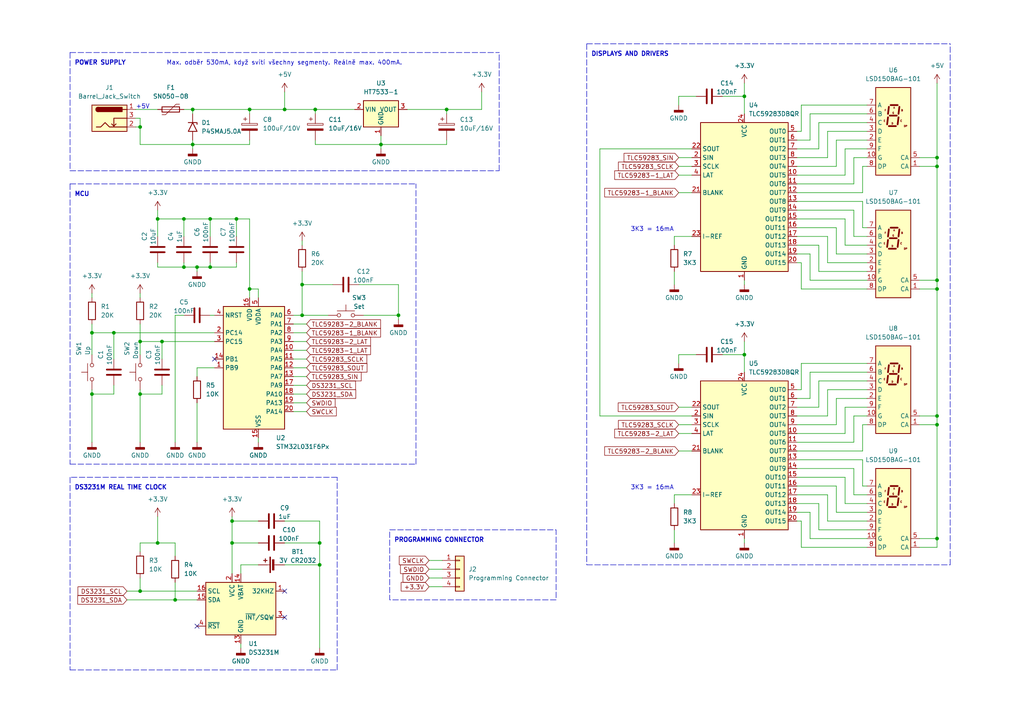
<source format=kicad_sch>
(kicad_sch (version 20230121) (generator eeschema)

  (uuid 9840fcf3-ca51-46d4-bf29-79aa4965677b)

  (paper "A4")

  (title_block
    (title "Digital Clock")
    (date "2023-12-16")
    (company "Richi")
  )

  (lib_symbols
    (symbol "Digital_Clock:+3.3V" (power) (pin_names (offset 0)) (in_bom yes) (on_board yes)
      (property "Reference" "#PWR" (at 0 -3.81 0)
        (effects (font (size 1.27 1.27)) hide)
      )
      (property "Value" "+3.3V" (at 0 3.556 0)
        (effects (font (size 1.27 1.27)))
      )
      (property "Footprint" "" (at 0 0 0)
        (effects (font (size 1.27 1.27)) hide)
      )
      (property "Datasheet" "" (at 0 0 0)
        (effects (font (size 1.27 1.27)) hide)
      )
      (property "ki_keywords" "global power" (at 0 0 0)
        (effects (font (size 1.27 1.27)) hide)
      )
      (property "ki_description" "Power symbol creates a global label with name \"+3.3V\"" (at 0 0 0)
        (effects (font (size 1.27 1.27)) hide)
      )
      (symbol "+3.3V_0_1"
        (polyline
          (pts
            (xy -0.762 1.27)
            (xy 0 2.54)
          )
          (stroke (width 0) (type default))
          (fill (type none))
        )
        (polyline
          (pts
            (xy 0 0)
            (xy 0 2.54)
          )
          (stroke (width 0) (type default))
          (fill (type none))
        )
        (polyline
          (pts
            (xy 0 2.54)
            (xy 0.762 1.27)
          )
          (stroke (width 0) (type default))
          (fill (type none))
        )
      )
      (symbol "+3.3V_1_1"
        (pin power_in line (at 0 0 90) (length 0) hide
          (name "+3.3V" (effects (font (size 1.27 1.27))))
          (number "1" (effects (font (size 1.27 1.27))))
        )
      )
    )
    (symbol "Digital_Clock:+5V" (power) (pin_names (offset 0)) (in_bom yes) (on_board yes)
      (property "Reference" "#PWR" (at 0 -3.81 0)
        (effects (font (size 1.27 1.27)) hide)
      )
      (property "Value" "+5V" (at 0 3.556 0)
        (effects (font (size 1.27 1.27)))
      )
      (property "Footprint" "" (at 0 0 0)
        (effects (font (size 1.27 1.27)) hide)
      )
      (property "Datasheet" "" (at 0 0 0)
        (effects (font (size 1.27 1.27)) hide)
      )
      (property "ki_keywords" "global power" (at 0 0 0)
        (effects (font (size 1.27 1.27)) hide)
      )
      (property "ki_description" "Power symbol creates a global label with name \"+5V\"" (at 0 0 0)
        (effects (font (size 1.27 1.27)) hide)
      )
      (symbol "+5V_0_1"
        (polyline
          (pts
            (xy -0.762 1.27)
            (xy 0 2.54)
          )
          (stroke (width 0) (type default))
          (fill (type none))
        )
        (polyline
          (pts
            (xy 0 0)
            (xy 0 2.54)
          )
          (stroke (width 0) (type default))
          (fill (type none))
        )
        (polyline
          (pts
            (xy 0 2.54)
            (xy 0.762 1.27)
          )
          (stroke (width 0) (type default))
          (fill (type none))
        )
      )
      (symbol "+5V_1_1"
        (pin power_in line (at 0 0 90) (length 0) hide
          (name "+5V" (effects (font (size 1.27 1.27))))
          (number "1" (effects (font (size 1.27 1.27))))
        )
      )
    )
    (symbol "Digital_Clock:Barrel_Jack_Switch" (pin_names hide) (in_bom yes) (on_board yes)
      (property "Reference" "J" (at 0 5.334 0)
        (effects (font (size 1.27 1.27)))
      )
      (property "Value" "Barrel_Jack_Switch" (at 0 -5.08 0)
        (effects (font (size 1.27 1.27)))
      )
      (property "Footprint" "" (at 1.27 -1.016 0)
        (effects (font (size 1.27 1.27)) hide)
      )
      (property "Datasheet" "~" (at 1.27 -1.016 0)
        (effects (font (size 1.27 1.27)) hide)
      )
      (property "ki_keywords" "DC power barrel jack connector" (at 0 0 0)
        (effects (font (size 1.27 1.27)) hide)
      )
      (property "ki_description" "DC Barrel Jack with an internal switch" (at 0 0 0)
        (effects (font (size 1.27 1.27)) hide)
      )
      (property "ki_fp_filters" "BarrelJack*" (at 0 0 0)
        (effects (font (size 1.27 1.27)) hide)
      )
      (symbol "Barrel_Jack_Switch_0_1"
        (rectangle (start -5.08 3.81) (end 5.08 -3.81)
          (stroke (width 0.254) (type default))
          (fill (type background))
        )
        (arc (start -3.302 3.175) (mid -3.9343 2.54) (end -3.302 1.905)
          (stroke (width 0.254) (type default))
          (fill (type none))
        )
        (arc (start -3.302 3.175) (mid -3.9343 2.54) (end -3.302 1.905)
          (stroke (width 0.254) (type default))
          (fill (type outline))
        )
        (polyline
          (pts
            (xy 1.27 -2.286)
            (xy 1.905 -1.651)
          )
          (stroke (width 0.254) (type default))
          (fill (type none))
        )
        (polyline
          (pts
            (xy 5.08 2.54)
            (xy 3.81 2.54)
          )
          (stroke (width 0.254) (type default))
          (fill (type none))
        )
        (polyline
          (pts
            (xy 5.08 0)
            (xy 1.27 0)
            (xy 1.27 -2.286)
            (xy 0.635 -1.651)
          )
          (stroke (width 0.254) (type default))
          (fill (type none))
        )
        (polyline
          (pts
            (xy -3.81 -2.54)
            (xy -2.54 -2.54)
            (xy -1.27 -1.27)
            (xy 0 -2.54)
            (xy 2.54 -2.54)
            (xy 5.08 -2.54)
          )
          (stroke (width 0.254) (type default))
          (fill (type none))
        )
        (rectangle (start 3.683 3.175) (end -3.302 1.905)
          (stroke (width 0.254) (type default))
          (fill (type outline))
        )
      )
      (symbol "Barrel_Jack_Switch_1_1"
        (pin passive line (at 7.62 2.54 180) (length 2.54)
          (name "~" (effects (font (size 1.27 1.27))))
          (number "1" (effects (font (size 1.27 1.27))))
        )
        (pin passive line (at 7.62 -2.54 180) (length 2.54)
          (name "~" (effects (font (size 1.27 1.27))))
          (number "2" (effects (font (size 1.27 1.27))))
        )
        (pin passive line (at 7.62 0 180) (length 2.54)
          (name "~" (effects (font (size 1.27 1.27))))
          (number "3" (effects (font (size 1.27 1.27))))
        )
      )
    )
    (symbol "Digital_Clock:Battery_Cell" (pin_numbers hide) (pin_names (offset 0) hide) (in_bom yes) (on_board yes)
      (property "Reference" "BT" (at 2.54 2.54 0)
        (effects (font (size 1.27 1.27)) (justify left))
      )
      (property "Value" "Battery_Cell" (at 2.54 0 0)
        (effects (font (size 1.27 1.27)) (justify left))
      )
      (property "Footprint" "" (at 0 1.524 90)
        (effects (font (size 1.27 1.27)) hide)
      )
      (property "Datasheet" "~" (at 0 1.524 90)
        (effects (font (size 1.27 1.27)) hide)
      )
      (property "ki_keywords" "battery cell" (at 0 0 0)
        (effects (font (size 1.27 1.27)) hide)
      )
      (property "ki_description" "Single-cell battery" (at 0 0 0)
        (effects (font (size 1.27 1.27)) hide)
      )
      (symbol "Battery_Cell_0_1"
        (rectangle (start -2.286 1.778) (end 2.286 1.524)
          (stroke (width 0) (type default))
          (fill (type outline))
        )
        (rectangle (start -1.524 1.016) (end 1.524 0.508)
          (stroke (width 0) (type default))
          (fill (type outline))
        )
        (polyline
          (pts
            (xy 0 0.762)
            (xy 0 0)
          )
          (stroke (width 0) (type default))
          (fill (type none))
        )
        (polyline
          (pts
            (xy 0 1.778)
            (xy 0 2.54)
          )
          (stroke (width 0) (type default))
          (fill (type none))
        )
        (polyline
          (pts
            (xy 0.762 3.048)
            (xy 1.778 3.048)
          )
          (stroke (width 0.254) (type default))
          (fill (type none))
        )
        (polyline
          (pts
            (xy 1.27 3.556)
            (xy 1.27 2.54)
          )
          (stroke (width 0.254) (type default))
          (fill (type none))
        )
      )
      (symbol "Battery_Cell_1_1"
        (pin passive line (at 0 5.08 270) (length 2.54)
          (name "+" (effects (font (size 1.27 1.27))))
          (number "1" (effects (font (size 1.27 1.27))))
        )
        (pin passive line (at 0 -2.54 90) (length 2.54)
          (name "-" (effects (font (size 1.27 1.27))))
          (number "2" (effects (font (size 1.27 1.27))))
        )
      )
    )
    (symbol "Digital_Clock:C" (pin_numbers hide) (pin_names (offset 0.254)) (in_bom yes) (on_board yes)
      (property "Reference" "C" (at 0.635 2.54 0)
        (effects (font (size 1.27 1.27)) (justify left))
      )
      (property "Value" "C" (at 0.635 -2.54 0)
        (effects (font (size 1.27 1.27)) (justify left))
      )
      (property "Footprint" "" (at 0.9652 -3.81 0)
        (effects (font (size 1.27 1.27)) hide)
      )
      (property "Datasheet" "~" (at 0 0 0)
        (effects (font (size 1.27 1.27)) hide)
      )
      (property "ki_keywords" "cap capacitor" (at 0 0 0)
        (effects (font (size 1.27 1.27)) hide)
      )
      (property "ki_description" "Unpolarized capacitor" (at 0 0 0)
        (effects (font (size 1.27 1.27)) hide)
      )
      (property "ki_fp_filters" "C_*" (at 0 0 0)
        (effects (font (size 1.27 1.27)) hide)
      )
      (symbol "C_0_1"
        (polyline
          (pts
            (xy -2.032 -0.762)
            (xy 2.032 -0.762)
          )
          (stroke (width 0.508) (type default))
          (fill (type none))
        )
        (polyline
          (pts
            (xy -2.032 0.762)
            (xy 2.032 0.762)
          )
          (stroke (width 0.508) (type default))
          (fill (type none))
        )
      )
      (symbol "C_1_1"
        (pin passive line (at 0 3.81 270) (length 2.794)
          (name "~" (effects (font (size 1.27 1.27))))
          (number "1" (effects (font (size 1.27 1.27))))
        )
        (pin passive line (at 0 -3.81 90) (length 2.794)
          (name "~" (effects (font (size 1.27 1.27))))
          (number "2" (effects (font (size 1.27 1.27))))
        )
      )
    )
    (symbol "Digital_Clock:C_Polarized" (pin_numbers hide) (pin_names (offset 0.254)) (in_bom yes) (on_board yes)
      (property "Reference" "C" (at 0.635 2.54 0)
        (effects (font (size 1.27 1.27)) (justify left))
      )
      (property "Value" "C_Polarized" (at 0.635 -2.54 0)
        (effects (font (size 1.27 1.27)) (justify left))
      )
      (property "Footprint" "" (at 0.9652 -3.81 0)
        (effects (font (size 1.27 1.27)) hide)
      )
      (property "Datasheet" "~" (at 0 0 0)
        (effects (font (size 1.27 1.27)) hide)
      )
      (property "ki_keywords" "cap capacitor" (at 0 0 0)
        (effects (font (size 1.27 1.27)) hide)
      )
      (property "ki_description" "Polarized capacitor" (at 0 0 0)
        (effects (font (size 1.27 1.27)) hide)
      )
      (property "ki_fp_filters" "CP_*" (at 0 0 0)
        (effects (font (size 1.27 1.27)) hide)
      )
      (symbol "C_Polarized_0_1"
        (rectangle (start -2.286 0.508) (end 2.286 1.016)
          (stroke (width 0) (type default))
          (fill (type none))
        )
        (polyline
          (pts
            (xy -1.778 2.286)
            (xy -0.762 2.286)
          )
          (stroke (width 0) (type default))
          (fill (type none))
        )
        (polyline
          (pts
            (xy -1.27 2.794)
            (xy -1.27 1.778)
          )
          (stroke (width 0) (type default))
          (fill (type none))
        )
        (rectangle (start 2.286 -0.508) (end -2.286 -1.016)
          (stroke (width 0) (type default))
          (fill (type outline))
        )
      )
      (symbol "C_Polarized_1_1"
        (pin passive line (at 0 3.81 270) (length 2.794)
          (name "~" (effects (font (size 1.27 1.27))))
          (number "1" (effects (font (size 1.27 1.27))))
        )
        (pin passive line (at 0 -3.81 90) (length 2.794)
          (name "~" (effects (font (size 1.27 1.27))))
          (number "2" (effects (font (size 1.27 1.27))))
        )
      )
    )
    (symbol "Digital_Clock:Conn_01x04" (pin_names (offset 1.016) hide) (in_bom yes) (on_board yes)
      (property "Reference" "J" (at 0 5.08 0)
        (effects (font (size 1.27 1.27)))
      )
      (property "Value" "Conn_01x04" (at 0 -7.62 0)
        (effects (font (size 1.27 1.27)))
      )
      (property "Footprint" "" (at 0 0 0)
        (effects (font (size 1.27 1.27)) hide)
      )
      (property "Datasheet" "~" (at 0 0 0)
        (effects (font (size 1.27 1.27)) hide)
      )
      (property "ki_keywords" "connector" (at 0 0 0)
        (effects (font (size 1.27 1.27)) hide)
      )
      (property "ki_description" "Generic connector, single row, 01x04, script generated (kicad-library-utils/schlib/autogen/connector/)" (at 0 0 0)
        (effects (font (size 1.27 1.27)) hide)
      )
      (property "ki_fp_filters" "Connector*:*_1x??_*" (at 0 0 0)
        (effects (font (size 1.27 1.27)) hide)
      )
      (symbol "Conn_01x04_1_1"
        (rectangle (start -1.27 -4.953) (end 0 -5.207)
          (stroke (width 0.1524) (type default))
          (fill (type none))
        )
        (rectangle (start -1.27 -2.413) (end 0 -2.667)
          (stroke (width 0.1524) (type default))
          (fill (type none))
        )
        (rectangle (start -1.27 0.127) (end 0 -0.127)
          (stroke (width 0.1524) (type default))
          (fill (type none))
        )
        (rectangle (start -1.27 2.667) (end 0 2.413)
          (stroke (width 0.1524) (type default))
          (fill (type none))
        )
        (rectangle (start -1.27 3.81) (end 1.27 -6.35)
          (stroke (width 0.254) (type default))
          (fill (type background))
        )
        (pin passive line (at -5.08 2.54 0) (length 3.81)
          (name "Pin_1" (effects (font (size 1.27 1.27))))
          (number "1" (effects (font (size 1.27 1.27))))
        )
        (pin passive line (at -5.08 0 0) (length 3.81)
          (name "Pin_2" (effects (font (size 1.27 1.27))))
          (number "2" (effects (font (size 1.27 1.27))))
        )
        (pin passive line (at -5.08 -2.54 0) (length 3.81)
          (name "Pin_3" (effects (font (size 1.27 1.27))))
          (number "3" (effects (font (size 1.27 1.27))))
        )
        (pin passive line (at -5.08 -5.08 0) (length 3.81)
          (name "Pin_4" (effects (font (size 1.27 1.27))))
          (number "4" (effects (font (size 1.27 1.27))))
        )
      )
    )
    (symbol "Digital_Clock:DS3231M" (in_bom yes) (on_board yes)
      (property "Reference" "U" (at -7.62 8.89 0)
        (effects (font (size 1.27 1.27)) (justify right))
      )
      (property "Value" "DS3231M" (at 10.16 8.89 0)
        (effects (font (size 1.27 1.27)) (justify right))
      )
      (property "Footprint" "Package_SO:SOIC-16W_7.5x10.3mm_P1.27mm" (at 0 -15.24 0)
        (effects (font (size 1.27 1.27)) hide)
      )
      (property "Datasheet" "http://datasheets.maximintegrated.com/en/ds/DS3231.pdf" (at 6.858 1.27 0)
        (effects (font (size 1.27 1.27)) hide)
      )
      (property "ki_keywords" "RTC TCXO Realtime Time Clock Crystal Oscillator I2C" (at 0 0 0)
        (effects (font (size 1.27 1.27)) hide)
      )
      (property "ki_description" "Extremely Accurate I2C-Integrated RTC/TCXO/Crystal SOIC-16" (at 0 0 0)
        (effects (font (size 1.27 1.27)) hide)
      )
      (property "ki_fp_filters" "SOIC*7.5x10.3mm*P1.27mm*" (at 0 0 0)
        (effects (font (size 1.27 1.27)) hide)
      )
      (symbol "DS3231M_0_1"
        (rectangle (start -10.16 7.62) (end 10.16 -7.62)
          (stroke (width 0.254) (type default))
          (fill (type background))
        )
      )
      (symbol "DS3231M_1_1"
        (pin open_collector line (at 12.7 5.08 180) (length 2.54)
          (name "32KHZ" (effects (font (size 1.27 1.27))))
          (number "1" (effects (font (size 1.27 1.27))))
        )
        (pin passive line (at 0 -10.16 90) (length 2.54) hide
          (name "GND" (effects (font (size 1.27 1.27))))
          (number "10" (effects (font (size 1.27 1.27))))
        )
        (pin passive line (at 0 -10.16 90) (length 2.54) hide
          (name "GND" (effects (font (size 1.27 1.27))))
          (number "11" (effects (font (size 1.27 1.27))))
        )
        (pin passive line (at 0 -10.16 90) (length 2.54) hide
          (name "GND" (effects (font (size 1.27 1.27))))
          (number "12" (effects (font (size 1.27 1.27))))
        )
        (pin power_in line (at 0 -10.16 90) (length 2.54)
          (name "GND" (effects (font (size 1.27 1.27))))
          (number "13" (effects (font (size 1.27 1.27))))
        )
        (pin power_in line (at 0 10.16 270) (length 2.54)
          (name "VBAT" (effects (font (size 1.27 1.27))))
          (number "14" (effects (font (size 1.27 1.27))))
        )
        (pin bidirectional line (at -12.7 2.54 0) (length 2.54)
          (name "SDA" (effects (font (size 1.27 1.27))))
          (number "15" (effects (font (size 1.27 1.27))))
        )
        (pin input line (at -12.7 5.08 0) (length 2.54)
          (name "SCL" (effects (font (size 1.27 1.27))))
          (number "16" (effects (font (size 1.27 1.27))))
        )
        (pin power_in line (at -2.54 10.16 270) (length 2.54)
          (name "VCC" (effects (font (size 1.27 1.27))))
          (number "2" (effects (font (size 1.27 1.27))))
        )
        (pin open_collector line (at 12.7 -2.54 180) (length 2.54)
          (name "~{INT}/SQW" (effects (font (size 1.27 1.27))))
          (number "3" (effects (font (size 1.27 1.27))))
        )
        (pin bidirectional line (at -12.7 -5.08 0) (length 2.54)
          (name "~{RST}" (effects (font (size 1.27 1.27))))
          (number "4" (effects (font (size 1.27 1.27))))
        )
        (pin passive line (at 0 -10.16 90) (length 2.54) hide
          (name "GND" (effects (font (size 1.27 1.27))))
          (number "5" (effects (font (size 1.27 1.27))))
        )
        (pin passive line (at 0 -10.16 90) (length 2.54) hide
          (name "GND" (effects (font (size 1.27 1.27))))
          (number "6" (effects (font (size 1.27 1.27))))
        )
        (pin passive line (at 0 -10.16 90) (length 2.54) hide
          (name "GND" (effects (font (size 1.27 1.27))))
          (number "7" (effects (font (size 1.27 1.27))))
        )
        (pin passive line (at 0 -10.16 90) (length 2.54) hide
          (name "GND" (effects (font (size 1.27 1.27))))
          (number "8" (effects (font (size 1.27 1.27))))
        )
        (pin passive line (at 0 -10.16 90) (length 2.54) hide
          (name "GND" (effects (font (size 1.27 1.27))))
          (number "9" (effects (font (size 1.27 1.27))))
        )
      )
    )
    (symbol "Digital_Clock:GNDD" (power) (pin_names (offset 0)) (in_bom yes) (on_board yes)
      (property "Reference" "#PWR" (at 0 -6.35 0)
        (effects (font (size 1.27 1.27)) hide)
      )
      (property "Value" "GNDD" (at 0 -3.175 0)
        (effects (font (size 1.27 1.27)))
      )
      (property "Footprint" "" (at 0 0 0)
        (effects (font (size 1.27 1.27)) hide)
      )
      (property "Datasheet" "" (at 0 0 0)
        (effects (font (size 1.27 1.27)) hide)
      )
      (property "ki_keywords" "global power" (at 0 0 0)
        (effects (font (size 1.27 1.27)) hide)
      )
      (property "ki_description" "Power symbol creates a global label with name \"GNDD\" , digital ground" (at 0 0 0)
        (effects (font (size 1.27 1.27)) hide)
      )
      (symbol "GNDD_0_1"
        (rectangle (start -1.27 -1.524) (end 1.27 -2.032)
          (stroke (width 0.254) (type default))
          (fill (type outline))
        )
        (polyline
          (pts
            (xy 0 0)
            (xy 0 -1.524)
          )
          (stroke (width 0) (type default))
          (fill (type none))
        )
      )
      (symbol "GNDD_1_1"
        (pin power_in line (at 0 0 270) (length 0) hide
          (name "GNDD" (effects (font (size 1.27 1.27))))
          (number "1" (effects (font (size 1.27 1.27))))
        )
      )
    )
    (symbol "Digital_Clock:HT75xx-1-SOT89" (in_bom yes) (on_board yes)
      (property "Reference" "U" (at -5.08 -3.81 0)
        (effects (font (size 1.27 1.27)) (justify left))
      )
      (property "Value" "HT75xx-1-SOT89" (at 0 6.35 0)
        (effects (font (size 1.27 1.27)))
      )
      (property "Footprint" "Package_TO_SOT_SMD:SOT-89-3" (at 0 8.255 0)
        (effects (font (size 1.27 1.27) italic) hide)
      )
      (property "Datasheet" "https://www.holtek.com/documents/10179/116711/HT75xx-1v250.pdf" (at 0 2.54 0)
        (effects (font (size 1.27 1.27)) hide)
      )
      (property "ki_keywords" "100mA LDO Regulator Fixed Positive" (at 0 0 0)
        (effects (font (size 1.27 1.27)) hide)
      )
      (property "ki_description" "100mA Low Dropout Voltage Regulator, Fixed Output, SOT89" (at 0 0 0)
        (effects (font (size 1.27 1.27)) hide)
      )
      (property "ki_fp_filters" "SOT?89*" (at 0 0 0)
        (effects (font (size 1.27 1.27)) hide)
      )
      (symbol "HT75xx-1-SOT89_0_1"
        (rectangle (start -5.08 5.08) (end 5.08 -2.54)
          (stroke (width 0.254) (type default))
          (fill (type background))
        )
      )
      (symbol "HT75xx-1-SOT89_1_1"
        (pin power_in line (at 0 -5.08 90) (length 2.54)
          (name "GND" (effects (font (size 1.27 1.27))))
          (number "1" (effects (font (size 1.27 1.27))))
        )
        (pin power_in line (at -7.62 2.54 0) (length 2.54)
          (name "VIN" (effects (font (size 1.27 1.27))))
          (number "2" (effects (font (size 1.27 1.27))))
        )
        (pin power_out line (at 7.62 2.54 180) (length 2.54)
          (name "VOUT" (effects (font (size 1.27 1.27))))
          (number "3" (effects (font (size 1.27 1.27))))
        )
      )
    )
    (symbol "Digital_Clock:LSD150BAG-101" (in_bom yes) (on_board yes)
      (property "Reference" "U" (at 0 16.51 0)
        (effects (font (size 1.27 1.27)))
      )
      (property "Value" "LSD150BAG-101" (at 0 13.97 0)
        (effects (font (size 1.27 1.27)))
      )
      (property "Footprint" "Display_7Segment:SA15-11xxx" (at 0 -1.27 0)
        (effects (font (size 1.27 1.27)) hide)
      )
      (property "Datasheet" "https://www.tme.eu/Document/7494b3064f45c5a241c746ebacf617a6/LSD150BAG-101.pdf" (at 0 -1.27 0)
        (effects (font (size 1.27 1.27)) hide)
      )
      (property "ki_keywords" "display LED 7-segment" (at 0 0 0)
        (effects (font (size 1.27 1.27)) hide)
      )
      (property "ki_description" "Green Single-digit Numeric Display with white white diffused lens, common anode" (at 0 0 0)
        (effects (font (size 1.27 1.27)) hide)
      )
      (property "ki_fp_filters" "SA15?11*" (at 0 0 0)
        (effects (font (size 1.27 1.27)) hide)
      )
      (symbol "LSD150BAG-101_1_0"
        (text "A" (at 0.254 6.858 0)
          (effects (font (size 0.508 0.508)))
        )
        (text "B" (at 2.54 6.096 0)
          (effects (font (size 0.508 0.508)))
        )
        (text "C" (at 2.286 3.048 0)
          (effects (font (size 0.508 0.508)))
        )
        (text "D" (at -0.254 2.286 0)
          (effects (font (size 0.508 0.508)))
        )
        (text "DP" (at 3.556 1.524 0)
          (effects (font (size 0.508 0.508)))
        )
        (text "E" (at -2.54 3.048 0)
          (effects (font (size 0.508 0.508)))
        )
        (text "F" (at -2.286 6.096 0)
          (effects (font (size 0.508 0.508)))
        )
        (text "G" (at 0 5.334 0)
          (effects (font (size 0.508 0.508)))
        )
      )
      (symbol "LSD150BAG-101_1_1"
        (rectangle (start -5.08 12.7) (end 5.08 -12.7)
          (stroke (width 0.254) (type default))
          (fill (type background))
        )
        (polyline
          (pts
            (xy -1.524 4.064)
            (xy -1.778 2.032)
          )
          (stroke (width 0.508) (type default))
          (fill (type none))
        )
        (polyline
          (pts
            (xy -1.27 1.524)
            (xy 0.762 1.524)
          )
          (stroke (width 0.508) (type default))
          (fill (type none))
        )
        (polyline
          (pts
            (xy -1.27 7.112)
            (xy -1.524 5.08)
          )
          (stroke (width 0.508) (type default))
          (fill (type none))
        )
        (polyline
          (pts
            (xy -1.016 4.572)
            (xy 1.016 4.572)
          )
          (stroke (width 0.508) (type default))
          (fill (type none))
        )
        (polyline
          (pts
            (xy -0.762 7.62)
            (xy 1.27 7.62)
          )
          (stroke (width 0.508) (type default))
          (fill (type none))
        )
        (polyline
          (pts
            (xy 1.524 4.064)
            (xy 1.27 2.032)
          )
          (stroke (width 0.508) (type default))
          (fill (type none))
        )
        (polyline
          (pts
            (xy 1.778 7.112)
            (xy 1.524 5.08)
          )
          (stroke (width 0.508) (type default))
          (fill (type none))
        )
        (polyline
          (pts
            (xy 2.54 1.524)
            (xy 2.54 1.524)
          )
          (stroke (width 0.508) (type default))
          (fill (type none))
        )
        (pin input line (at 7.62 -10.16 180) (length 2.54)
          (name "CA" (effects (font (size 1.27 1.27))))
          (number "1" (effects (font (size 1.27 1.27))))
        )
        (pin input line (at -7.62 -7.62 0) (length 2.54)
          (name "G" (effects (font (size 1.27 1.27))))
          (number "10" (effects (font (size 1.27 1.27))))
        )
        (pin input line (at -7.62 -2.54 0) (length 2.54)
          (name "E" (effects (font (size 1.27 1.27))))
          (number "2" (effects (font (size 1.27 1.27))))
        )
        (pin input line (at -7.62 0 0) (length 2.54)
          (name "D" (effects (font (size 1.27 1.27))))
          (number "3" (effects (font (size 1.27 1.27))))
        )
        (pin input line (at -7.62 2.54 0) (length 2.54)
          (name "C" (effects (font (size 1.27 1.27))))
          (number "4" (effects (font (size 1.27 1.27))))
        )
        (pin input line (at 7.62 -7.62 180) (length 2.54)
          (name "CA" (effects (font (size 1.27 1.27))))
          (number "5" (effects (font (size 1.27 1.27))))
        )
        (pin input line (at -7.62 5.08 0) (length 2.54)
          (name "B" (effects (font (size 1.27 1.27))))
          (number "6" (effects (font (size 1.27 1.27))))
        )
        (pin input line (at -7.62 7.62 0) (length 2.54)
          (name "A" (effects (font (size 1.27 1.27))))
          (number "7" (effects (font (size 1.27 1.27))))
        )
        (pin input line (at -7.62 -10.16 0) (length 2.54)
          (name "DP" (effects (font (size 1.27 1.27))))
          (number "8" (effects (font (size 1.27 1.27))))
        )
        (pin input line (at -7.62 -5.08 0) (length 2.54)
          (name "F" (effects (font (size 1.27 1.27))))
          (number "9" (effects (font (size 1.27 1.27))))
        )
      )
    )
    (symbol "Digital_Clock:Polyfuse" (pin_numbers hide) (pin_names (offset 0)) (in_bom yes) (on_board yes)
      (property "Reference" "F" (at -2.54 0 90)
        (effects (font (size 1.27 1.27)))
      )
      (property "Value" "Polyfuse" (at 2.54 0 90)
        (effects (font (size 1.27 1.27)))
      )
      (property "Footprint" "" (at 1.27 -5.08 0)
        (effects (font (size 1.27 1.27)) (justify left) hide)
      )
      (property "Datasheet" "~" (at 0 0 0)
        (effects (font (size 1.27 1.27)) hide)
      )
      (property "ki_keywords" "resettable fuse PTC PPTC polyfuse polyswitch" (at 0 0 0)
        (effects (font (size 1.27 1.27)) hide)
      )
      (property "ki_description" "Resettable fuse, polymeric positive temperature coefficient" (at 0 0 0)
        (effects (font (size 1.27 1.27)) hide)
      )
      (property "ki_fp_filters" "*polyfuse* *PTC*" (at 0 0 0)
        (effects (font (size 1.27 1.27)) hide)
      )
      (symbol "Polyfuse_0_1"
        (rectangle (start -0.762 2.54) (end 0.762 -2.54)
          (stroke (width 0.254) (type default))
          (fill (type none))
        )
        (polyline
          (pts
            (xy 0 2.54)
            (xy 0 -2.54)
          )
          (stroke (width 0) (type default))
          (fill (type none))
        )
        (polyline
          (pts
            (xy -1.524 2.54)
            (xy -1.524 1.524)
            (xy 1.524 -1.524)
            (xy 1.524 -2.54)
          )
          (stroke (width 0) (type default))
          (fill (type none))
        )
      )
      (symbol "Polyfuse_1_1"
        (pin passive line (at 0 3.81 270) (length 1.27)
          (name "~" (effects (font (size 1.27 1.27))))
          (number "1" (effects (font (size 1.27 1.27))))
        )
        (pin passive line (at 0 -3.81 90) (length 1.27)
          (name "~" (effects (font (size 1.27 1.27))))
          (number "2" (effects (font (size 1.27 1.27))))
        )
      )
    )
    (symbol "Digital_Clock:R" (pin_numbers hide) (pin_names (offset 0)) (in_bom yes) (on_board yes)
      (property "Reference" "R" (at 2.032 0 90)
        (effects (font (size 1.27 1.27)))
      )
      (property "Value" "R" (at 0 0 90)
        (effects (font (size 1.27 1.27)))
      )
      (property "Footprint" "" (at -1.778 0 90)
        (effects (font (size 1.27 1.27)) hide)
      )
      (property "Datasheet" "~" (at 0 0 0)
        (effects (font (size 1.27 1.27)) hide)
      )
      (property "ki_keywords" "R res resistor" (at 0 0 0)
        (effects (font (size 1.27 1.27)) hide)
      )
      (property "ki_description" "Resistor" (at 0 0 0)
        (effects (font (size 1.27 1.27)) hide)
      )
      (property "ki_fp_filters" "R_*" (at 0 0 0)
        (effects (font (size 1.27 1.27)) hide)
      )
      (symbol "R_0_1"
        (rectangle (start -1.016 -2.54) (end 1.016 2.54)
          (stroke (width 0.254) (type default))
          (fill (type none))
        )
      )
      (symbol "R_1_1"
        (pin passive line (at 0 3.81 270) (length 1.27)
          (name "~" (effects (font (size 1.27 1.27))))
          (number "1" (effects (font (size 1.27 1.27))))
        )
        (pin passive line (at 0 -3.81 90) (length 1.27)
          (name "~" (effects (font (size 1.27 1.27))))
          (number "2" (effects (font (size 1.27 1.27))))
        )
      )
    )
    (symbol "Digital_Clock:SMAJ5.0A" (pin_numbers hide) (pin_names (offset 1.016) hide) (in_bom yes) (on_board yes)
      (property "Reference" "D" (at 0 2.54 0)
        (effects (font (size 1.27 1.27)))
      )
      (property "Value" "SMAJ5.0A" (at 0 -2.54 0)
        (effects (font (size 1.27 1.27)))
      )
      (property "Footprint" "Diode_SMD:D_SMA" (at 0 -5.08 0)
        (effects (font (size 1.27 1.27)) hide)
      )
      (property "Datasheet" "https://www.littelfuse.com/media?resourcetype=datasheets&itemid=75e32973-b177-4ee3-a0ff-cedaf1abdb93&filename=smaj-datasheet" (at -1.27 0 0)
        (effects (font (size 1.27 1.27)) hide)
      )
      (property "ki_keywords" "unidirectional diode TVS voltage suppressor" (at 0 0 0)
        (effects (font (size 1.27 1.27)) hide)
      )
      (property "ki_description" "400W unidirectional Transient Voltage Suppressor, 5.0Vr, SMA(DO-214AC)" (at 0 0 0)
        (effects (font (size 1.27 1.27)) hide)
      )
      (property "ki_fp_filters" "D*SMA*" (at 0 0 0)
        (effects (font (size 1.27 1.27)) hide)
      )
      (symbol "SMAJ5.0A_0_1"
        (polyline
          (pts
            (xy -0.762 1.27)
            (xy -1.27 1.27)
            (xy -1.27 -1.27)
          )
          (stroke (width 0.254) (type default))
          (fill (type none))
        )
        (polyline
          (pts
            (xy 1.27 1.27)
            (xy 1.27 -1.27)
            (xy -1.27 0)
            (xy 1.27 1.27)
          )
          (stroke (width 0.254) (type default))
          (fill (type none))
        )
      )
      (symbol "SMAJ5.0A_1_1"
        (pin passive line (at -3.81 0 0) (length 2.54)
          (name "A1" (effects (font (size 1.27 1.27))))
          (number "1" (effects (font (size 1.27 1.27))))
        )
        (pin passive line (at 3.81 0 180) (length 2.54)
          (name "A2" (effects (font (size 1.27 1.27))))
          (number "2" (effects (font (size 1.27 1.27))))
        )
      )
    )
    (symbol "Digital_Clock:STM32L010F4Px" (in_bom yes) (on_board yes)
      (property "Reference" "U" (at -7.62 19.05 0)
        (effects (font (size 1.27 1.27)) (justify left))
      )
      (property "Value" "STM32L010F4Px" (at 5.08 19.05 0)
        (effects (font (size 1.27 1.27)) (justify left))
      )
      (property "Footprint" "Package_SO:TSSOP-20_4.4x6.5mm_P0.65mm" (at -7.62 -17.78 0)
        (effects (font (size 1.27 1.27)) (justify right) hide)
      )
      (property "Datasheet" "https://www.st.com/resource/en/datasheet/stm32l010f4.pdf" (at 0 0 0)
        (effects (font (size 1.27 1.27)) hide)
      )
      (property "ki_locked" "" (at 0 0 0)
        (effects (font (size 1.27 1.27)))
      )
      (property "ki_keywords" "Arm Cortex-M0+ STM32L0 STM32L0x0 Value Line" (at 0 0 0)
        (effects (font (size 1.27 1.27)) hide)
      )
      (property "ki_description" "STMicroelectronics Arm Cortex-M0+ MCU, 16KB flash, 2KB RAM, 32 MHz, 1.8-3.6V, 16 GPIO, TSSOP20" (at 0 0 0)
        (effects (font (size 1.27 1.27)) hide)
      )
      (property "ki_fp_filters" "TSSOP*4.4x6.5mm*P0.65mm*" (at 0 0 0)
        (effects (font (size 1.27 1.27)) hide)
      )
      (symbol "STM32L010F4Px_0_1"
        (rectangle (start -7.62 -17.78) (end 10.16 17.78)
          (stroke (width 0.254) (type default))
          (fill (type background))
        )
      )
      (symbol "STM32L010F4Px_1_1"
        (pin bidirectional line (at -10.16 0 0) (length 2.54)
          (name "PB9" (effects (font (size 1.27 1.27))))
          (number "1" (effects (font (size 1.27 1.27))))
        )
        (pin bidirectional line (at 12.7 5.08 180) (length 2.54)
          (name "PA4" (effects (font (size 1.27 1.27))))
          (number "10" (effects (font (size 1.27 1.27))))
          (alternate "ADC_IN4" bidirectional line)
          (alternate "I2C1_SCL" bidirectional line)
          (alternate "LPTIM1_ETR" bidirectional line)
          (alternate "LPTIM1_IN1" bidirectional line)
          (alternate "LPUART1_TX" bidirectional line)
          (alternate "SPI1_NSS" bidirectional line)
          (alternate "TIM2_ETR" bidirectional line)
          (alternate "USART2_CK" bidirectional line)
        )
        (pin bidirectional line (at 12.7 2.54 180) (length 2.54)
          (name "PA5" (effects (font (size 1.27 1.27))))
          (number "11" (effects (font (size 1.27 1.27))))
          (alternate "ADC_IN5" bidirectional line)
          (alternate "LPTIM1_IN2" bidirectional line)
          (alternate "SPI1_SCK" bidirectional line)
          (alternate "TIM2_CH1" bidirectional line)
          (alternate "TIM2_ETR" bidirectional line)
        )
        (pin bidirectional line (at 12.7 0 180) (length 2.54)
          (name "PA6" (effects (font (size 1.27 1.27))))
          (number "12" (effects (font (size 1.27 1.27))))
          (alternate "ADC_IN6" bidirectional line)
          (alternate "LPTIM1_ETR" bidirectional line)
          (alternate "LPUART1_CTS" bidirectional line)
          (alternate "SPI1_MISO" bidirectional line)
        )
        (pin bidirectional line (at 12.7 -2.54 180) (length 2.54)
          (name "PA7" (effects (font (size 1.27 1.27))))
          (number "13" (effects (font (size 1.27 1.27))))
          (alternate "ADC_IN7" bidirectional line)
          (alternate "LPTIM1_OUT" bidirectional line)
          (alternate "SPI1_MOSI" bidirectional line)
          (alternate "TIM21_ETR" bidirectional line)
          (alternate "USART2_CTS" bidirectional line)
        )
        (pin bidirectional line (at -10.16 2.54 0) (length 2.54)
          (name "PB1" (effects (font (size 1.27 1.27))))
          (number "14" (effects (font (size 1.27 1.27))))
          (alternate "ADC_IN9" bidirectional line)
          (alternate "LPTIM1_IN1" bidirectional line)
          (alternate "LPUART1_DE" bidirectional line)
          (alternate "LPUART1_RTS" bidirectional line)
          (alternate "SPI1_MOSI" bidirectional line)
          (alternate "SYS_VREF_OUT_PB1" bidirectional line)
          (alternate "TIM2_CH4" bidirectional line)
          (alternate "USART2_CK" bidirectional line)
        )
        (pin power_in line (at 2.54 -20.32 90) (length 2.54)
          (name "VSS" (effects (font (size 1.27 1.27))))
          (number "15" (effects (font (size 1.27 1.27))))
        )
        (pin power_in line (at 0 20.32 270) (length 2.54)
          (name "VDD" (effects (font (size 1.27 1.27))))
          (number "16" (effects (font (size 1.27 1.27))))
        )
        (pin bidirectional line (at 12.7 -5.08 180) (length 2.54)
          (name "PA9" (effects (font (size 1.27 1.27))))
          (number "17" (effects (font (size 1.27 1.27))))
          (alternate "I2C1_SCL" bidirectional line)
          (alternate "LPTIM1_OUT" bidirectional line)
          (alternate "RCC_MCO" bidirectional line)
          (alternate "TIM21_CH2" bidirectional line)
          (alternate "USART2_TX" bidirectional line)
        )
        (pin bidirectional line (at 12.7 -7.62 180) (length 2.54)
          (name "PA10" (effects (font (size 1.27 1.27))))
          (number "18" (effects (font (size 1.27 1.27))))
          (alternate "I2C1_SDA" bidirectional line)
          (alternate "RTC_REFIN" bidirectional line)
          (alternate "TIM21_CH1" bidirectional line)
          (alternate "TIM2_CH3" bidirectional line)
          (alternate "USART2_RX" bidirectional line)
        )
        (pin bidirectional line (at 12.7 -10.16 180) (length 2.54)
          (name "PA13" (effects (font (size 1.27 1.27))))
          (number "19" (effects (font (size 1.27 1.27))))
          (alternate "I2C1_SDA" bidirectional line)
          (alternate "LPTIM1_ETR" bidirectional line)
          (alternate "LPUART1_RX" bidirectional line)
          (alternate "SPI1_SCK" bidirectional line)
          (alternate "SYS_SWDIO" bidirectional line)
        )
        (pin bidirectional line (at -10.16 10.16 0) (length 2.54)
          (name "PC14" (effects (font (size 1.27 1.27))))
          (number "2" (effects (font (size 1.27 1.27))))
          (alternate "RCC_OSC32_IN" bidirectional line)
        )
        (pin bidirectional line (at 12.7 -12.7 180) (length 2.54)
          (name "PA14" (effects (font (size 1.27 1.27))))
          (number "20" (effects (font (size 1.27 1.27))))
          (alternate "I2C1_SMBA" bidirectional line)
          (alternate "LPTIM1_OUT" bidirectional line)
          (alternate "LPUART1_TX" bidirectional line)
          (alternate "SPI1_MISO" bidirectional line)
          (alternate "SYS_SWCLK" bidirectional line)
          (alternate "USART2_TX" bidirectional line)
        )
        (pin bidirectional line (at -10.16 7.62 0) (length 2.54)
          (name "PC15" (effects (font (size 1.27 1.27))))
          (number "3" (effects (font (size 1.27 1.27))))
          (alternate "RCC_OSC32_OUT" bidirectional line)
        )
        (pin input line (at -10.16 15.24 0) (length 2.54)
          (name "NRST" (effects (font (size 1.27 1.27))))
          (number "4" (effects (font (size 1.27 1.27))))
        )
        (pin power_in line (at 2.54 20.32 270) (length 2.54)
          (name "VDDA" (effects (font (size 1.27 1.27))))
          (number "5" (effects (font (size 1.27 1.27))))
        )
        (pin bidirectional line (at 12.7 15.24 180) (length 2.54)
          (name "PA0" (effects (font (size 1.27 1.27))))
          (number "6" (effects (font (size 1.27 1.27))))
          (alternate "ADC_IN0" bidirectional line)
          (alternate "LPTIM1_IN1" bidirectional line)
          (alternate "LPUART1_RX" bidirectional line)
          (alternate "RCC_CK_IN" bidirectional line)
          (alternate "RTC_TAMP2" bidirectional line)
          (alternate "SYS_WKUP1" bidirectional line)
          (alternate "TIM2_CH1" bidirectional line)
          (alternate "TIM2_ETR" bidirectional line)
          (alternate "USART2_CTS" bidirectional line)
          (alternate "USART2_RX" bidirectional line)
        )
        (pin bidirectional line (at 12.7 12.7 180) (length 2.54)
          (name "PA1" (effects (font (size 1.27 1.27))))
          (number "7" (effects (font (size 1.27 1.27))))
          (alternate "ADC_IN1" bidirectional line)
          (alternate "I2C1_SMBA" bidirectional line)
          (alternate "LPTIM1_IN2" bidirectional line)
          (alternate "LPUART1_TX" bidirectional line)
          (alternate "TIM21_ETR" bidirectional line)
          (alternate "TIM2_CH2" bidirectional line)
          (alternate "USART2_DE" bidirectional line)
          (alternate "USART2_RTS" bidirectional line)
        )
        (pin bidirectional line (at 12.7 10.16 180) (length 2.54)
          (name "PA2" (effects (font (size 1.27 1.27))))
          (number "8" (effects (font (size 1.27 1.27))))
          (alternate "ADC_IN2" bidirectional line)
          (alternate "LPUART1_TX" bidirectional line)
          (alternate "RTC_OUT_ALARM" bidirectional line)
          (alternate "RTC_OUT_CALIB" bidirectional line)
          (alternate "RTC_TAMP3" bidirectional line)
          (alternate "RTC_TS" bidirectional line)
          (alternate "SYS_WKUP3" bidirectional line)
          (alternate "TIM21_CH1" bidirectional line)
          (alternate "TIM2_CH3" bidirectional line)
          (alternate "USART2_TX" bidirectional line)
        )
        (pin bidirectional line (at 12.7 7.62 180) (length 2.54)
          (name "PA3" (effects (font (size 1.27 1.27))))
          (number "9" (effects (font (size 1.27 1.27))))
          (alternate "ADC_IN3" bidirectional line)
          (alternate "LPUART1_RX" bidirectional line)
          (alternate "TIM21_CH2" bidirectional line)
          (alternate "TIM2_CH4" bidirectional line)
          (alternate "USART2_RX" bidirectional line)
        )
      )
    )
    (symbol "Digital_Clock:SW_Push" (pin_numbers hide) (pin_names (offset 1.016) hide) (in_bom yes) (on_board yes)
      (property "Reference" "SW" (at 1.27 2.54 0)
        (effects (font (size 1.27 1.27)) (justify left))
      )
      (property "Value" "SW_Push" (at 0 -1.524 0)
        (effects (font (size 1.27 1.27)))
      )
      (property "Footprint" "" (at 0 5.08 0)
        (effects (font (size 1.27 1.27)) hide)
      )
      (property "Datasheet" "~" (at 0 5.08 0)
        (effects (font (size 1.27 1.27)) hide)
      )
      (property "ki_keywords" "switch normally-open pushbutton push-button" (at 0 0 0)
        (effects (font (size 1.27 1.27)) hide)
      )
      (property "ki_description" "Push button switch, generic, two pins" (at 0 0 0)
        (effects (font (size 1.27 1.27)) hide)
      )
      (symbol "SW_Push_0_1"
        (circle (center -2.032 0) (radius 0.508)
          (stroke (width 0) (type default))
          (fill (type none))
        )
        (polyline
          (pts
            (xy 0 1.27)
            (xy 0 3.048)
          )
          (stroke (width 0) (type default))
          (fill (type none))
        )
        (polyline
          (pts
            (xy 2.54 1.27)
            (xy -2.54 1.27)
          )
          (stroke (width 0) (type default))
          (fill (type none))
        )
        (circle (center 2.032 0) (radius 0.508)
          (stroke (width 0) (type default))
          (fill (type none))
        )
        (pin passive line (at -5.08 0 0) (length 2.54)
          (name "1" (effects (font (size 1.27 1.27))))
          (number "1" (effects (font (size 1.27 1.27))))
        )
        (pin passive line (at 5.08 0 180) (length 2.54)
          (name "2" (effects (font (size 1.27 1.27))))
          (number "2" (effects (font (size 1.27 1.27))))
        )
      )
    )
    (symbol "Digital_Clock:TLC59283DBQR" (in_bom yes) (on_board yes)
      (property "Reference" "U" (at -12.7 21.59 0)
        (effects (font (size 1.27 1.27)) (justify left))
      )
      (property "Value" "TLC59283DBQR" (at 2.54 21.59 0)
        (effects (font (size 1.27 1.27)) (justify left))
      )
      (property "Footprint" "Package_SO:TSSOP-24_4.4x7.8mm_P0.65mm" (at 0.635 -24.765 0)
        (effects (font (size 1.27 1.27)) (justify left) hide)
      )
      (property "Datasheet" "https://www.ti.com/lit/ds/symlink/tlc59283.pdf" (at -10.16 17.78 0)
        (effects (font (size 1.27 1.27)) hide)
      )
      (property "ki_keywords" "LED driver" (at 0 0 0)
        (effects (font (size 1.27 1.27)) hide)
      )
      (property "ki_description" "16-channel LED driver" (at 0 0 0)
        (effects (font (size 1.27 1.27)) hide)
      )
      (property "ki_fp_filters" "TSSOP*4.4x7.8mm*P0.65mm*" (at 0 0 0)
        (effects (font (size 1.27 1.27)) hide)
      )
      (symbol "TLC59283DBQR_0_1"
        (rectangle (start -12.7 20.32) (end 12.7 -22.86)
          (stroke (width 0.254) (type default))
          (fill (type background))
        )
      )
      (symbol "TLC59283DBQR_1_1"
        (pin power_in line (at 0 -25.4 90) (length 2.54)
          (name "GND" (effects (font (size 1.27 1.27))))
          (number "1" (effects (font (size 1.27 1.27))))
        )
        (pin output line (at 15.24 5.08 180) (length 2.54)
          (name "OUT5" (effects (font (size 1.27 1.27))))
          (number "10" (effects (font (size 1.27 1.27))))
        )
        (pin output line (at 15.24 2.54 180) (length 2.54)
          (name "OUT6" (effects (font (size 1.27 1.27))))
          (number "11" (effects (font (size 1.27 1.27))))
        )
        (pin output line (at 15.24 0 180) (length 2.54)
          (name "OUT7" (effects (font (size 1.27 1.27))))
          (number "12" (effects (font (size 1.27 1.27))))
        )
        (pin output line (at 15.24 -2.54 180) (length 2.54)
          (name "OUT8" (effects (font (size 1.27 1.27))))
          (number "13" (effects (font (size 1.27 1.27))))
        )
        (pin output line (at 15.24 -5.08 180) (length 2.54)
          (name "OUT9" (effects (font (size 1.27 1.27))))
          (number "14" (effects (font (size 1.27 1.27))))
        )
        (pin output line (at 15.24 -7.62 180) (length 2.54)
          (name "OUT10" (effects (font (size 1.27 1.27))))
          (number "15" (effects (font (size 1.27 1.27))))
        )
        (pin output line (at 15.24 -10.16 180) (length 2.54)
          (name "OUT11" (effects (font (size 1.27 1.27))))
          (number "16" (effects (font (size 1.27 1.27))))
        )
        (pin output line (at 15.24 -12.7 180) (length 2.54)
          (name "OUT12" (effects (font (size 1.27 1.27))))
          (number "17" (effects (font (size 1.27 1.27))))
        )
        (pin output line (at 15.24 -15.24 180) (length 2.54)
          (name "OUT13" (effects (font (size 1.27 1.27))))
          (number "18" (effects (font (size 1.27 1.27))))
        )
        (pin output line (at 15.24 -17.78 180) (length 2.54)
          (name "OUT14" (effects (font (size 1.27 1.27))))
          (number "19" (effects (font (size 1.27 1.27))))
        )
        (pin input line (at -15.24 10.16 0) (length 2.54)
          (name "SIN" (effects (font (size 1.27 1.27))))
          (number "2" (effects (font (size 1.27 1.27))))
        )
        (pin output line (at 15.24 -20.32 180) (length 2.54)
          (name "OUT15" (effects (font (size 1.27 1.27))))
          (number "20" (effects (font (size 1.27 1.27))))
        )
        (pin input line (at -15.24 0 0) (length 2.54)
          (name "BLANK" (effects (font (size 1.27 1.27))))
          (number "21" (effects (font (size 1.27 1.27))))
        )
        (pin output line (at -15.24 12.7 0) (length 2.54)
          (name "SOUT" (effects (font (size 1.27 1.27))))
          (number "22" (effects (font (size 1.27 1.27))))
        )
        (pin passive line (at -15.24 -12.7 0) (length 2.54)
          (name "I-REF" (effects (font (size 1.27 1.27))))
          (number "23" (effects (font (size 1.27 1.27))))
        )
        (pin power_in line (at 0 22.86 270) (length 2.54)
          (name "VCC" (effects (font (size 1.27 1.27))))
          (number "24" (effects (font (size 1.27 1.27))))
        )
        (pin input line (at -15.24 7.62 0) (length 2.54)
          (name "SCLK" (effects (font (size 1.27 1.27))))
          (number "3" (effects (font (size 1.27 1.27))))
        )
        (pin input line (at -15.24 5.08 0) (length 2.54)
          (name "LAT" (effects (font (size 1.27 1.27))))
          (number "4" (effects (font (size 1.27 1.27))))
        )
        (pin output line (at 15.24 17.78 180) (length 2.54)
          (name "OUT0" (effects (font (size 1.27 1.27))))
          (number "5" (effects (font (size 1.27 1.27))))
        )
        (pin output line (at 15.24 15.24 180) (length 2.54)
          (name "OUT1" (effects (font (size 1.27 1.27))))
          (number "6" (effects (font (size 1.27 1.27))))
        )
        (pin output line (at 15.24 12.7 180) (length 2.54)
          (name "OUT2" (effects (font (size 1.27 1.27))))
          (number "7" (effects (font (size 1.27 1.27))))
        )
        (pin output line (at 15.24 10.16 180) (length 2.54)
          (name "OUT3" (effects (font (size 1.27 1.27))))
          (number "8" (effects (font (size 1.27 1.27))))
        )
        (pin output line (at 15.24 7.62 180) (length 2.54)
          (name "OUT4" (effects (font (size 1.27 1.27))))
          (number "9" (effects (font (size 1.27 1.27))))
        )
      )
    )
  )

  (junction (at 87.63 91.44) (diameter 0) (color 0 0 0 0)
    (uuid 03046d87-918a-42f9-823f-0598cbcca8ad)
  )
  (junction (at 115.57 91.44) (diameter 0) (color 0 0 0 0)
    (uuid 036236e5-3a25-42b4-b7e2-acae9a8021b9)
  )
  (junction (at 91.44 31.75) (diameter 0) (color 0 0 0 0)
    (uuid 0a51c95c-f1c7-4f01-8126-84ba99f12293)
  )
  (junction (at 60.96 63.5) (diameter 0) (color 0 0 0 0)
    (uuid 0b820aef-3430-440b-aabc-6cb2f94e211b)
  )
  (junction (at 40.64 114.3) (diameter 0) (color 0 0 0 0)
    (uuid 1519d4d7-5b3f-418a-a757-7b7997294182)
  )
  (junction (at 50.8 173.99) (diameter 0) (color 0 0 0 0)
    (uuid 1e909a54-f639-4698-b528-882b48fc6f56)
  )
  (junction (at 67.31 151.13) (diameter 0) (color 0 0 0 0)
    (uuid 21608b9f-8973-4f4c-af52-d29077a9fcd2)
  )
  (junction (at 271.78 45.72) (diameter 0) (color 0 0 0 0)
    (uuid 27a136d7-03a2-487f-9963-080bc6d25b6f)
  )
  (junction (at 72.39 31.75) (diameter 0) (color 0 0 0 0)
    (uuid 2b33c298-e8a8-4992-a512-67c62079e780)
  )
  (junction (at 46.99 99.06) (diameter 0) (color 0 0 0 0)
    (uuid 2e22a942-e404-41d6-9847-535024de26bb)
  )
  (junction (at 82.55 31.75) (diameter 0) (color 0 0 0 0)
    (uuid 38013f34-eb17-46b2-aee8-deb50210d2c3)
  )
  (junction (at 40.64 99.06) (diameter 0) (color 0 0 0 0)
    (uuid 3f5fe9b8-b749-4022-b7e8-2791d7d2f062)
  )
  (junction (at 55.88 41.91) (diameter 0) (color 0 0 0 0)
    (uuid 429fbf14-8320-4da5-b1c1-98bb082abd1f)
  )
  (junction (at 271.78 81.28) (diameter 0) (color 0 0 0 0)
    (uuid 44b71722-fe29-4816-ac4c-30535a37c3a1)
  )
  (junction (at 53.34 77.47) (diameter 0) (color 0 0 0 0)
    (uuid 482ab722-80b9-4ced-825b-7cfb2e4cd8f0)
  )
  (junction (at 45.72 63.5) (diameter 0) (color 0 0 0 0)
    (uuid 5138c189-0b9c-4ac1-a93d-32f19cd92dcf)
  )
  (junction (at 55.88 31.75) (diameter 0) (color 0 0 0 0)
    (uuid 51a7c46d-722e-4d0d-862d-35a95ca39552)
  )
  (junction (at 26.67 114.3) (diameter 0) (color 0 0 0 0)
    (uuid 56363aa5-f1ca-4cb9-9221-fa9d1f7dcd2e)
  )
  (junction (at 271.78 120.65) (diameter 0) (color 0 0 0 0)
    (uuid 56bbe44f-32bb-4af3-bdd3-825aa5f60f15)
  )
  (junction (at 68.58 63.5) (diameter 0) (color 0 0 0 0)
    (uuid 57a40749-e8be-4209-934b-b515a4c2968b)
  )
  (junction (at 60.96 77.47) (diameter 0) (color 0 0 0 0)
    (uuid 5924a9cd-bda6-4423-ad25-ce10e7e4c562)
  )
  (junction (at 72.39 83.82) (diameter 0) (color 0 0 0 0)
    (uuid 652d5692-aa59-4806-8e4d-f6b414c68b5a)
  )
  (junction (at 53.34 63.5) (diameter 0) (color 0 0 0 0)
    (uuid 6f318088-d2dc-47cc-a992-3937480fb863)
  )
  (junction (at 87.63 82.55) (diameter 0) (color 0 0 0 0)
    (uuid 750457c5-a675-4cb2-8a89-06d3fc2e73a3)
  )
  (junction (at 271.78 123.19) (diameter 0) (color 0 0 0 0)
    (uuid 795057b8-d949-47fe-899a-d331e9770995)
  )
  (junction (at 92.71 157.48) (diameter 0) (color 0 0 0 0)
    (uuid 8213b80d-59e9-4181-adb3-d46e370560f5)
  )
  (junction (at 33.02 96.52) (diameter 0) (color 0 0 0 0)
    (uuid 8f0ec89f-e9a5-44e7-9f39-22ac56cd563e)
  )
  (junction (at 40.64 171.45) (diameter 0) (color 0 0 0 0)
    (uuid 98b3232b-a2aa-4ca6-ae14-d3f2a2a54900)
  )
  (junction (at 40.64 36.83) (diameter 0) (color 0 0 0 0)
    (uuid 99372cc9-dc08-4199-8b58-b4a4bfc39ebc)
  )
  (junction (at 215.9 102.87) (diameter 0) (color 0 0 0 0)
    (uuid 9b02bde9-5d58-49fc-89ad-2c75f606a157)
  )
  (junction (at 67.31 157.48) (diameter 0) (color 0 0 0 0)
    (uuid a24200c1-c488-49ad-ae14-12ed8e2d7a25)
  )
  (junction (at 129.54 31.75) (diameter 0) (color 0 0 0 0)
    (uuid a45014b5-222b-4ba7-b0c0-74a5ecd3ef1b)
  )
  (junction (at 110.49 41.91) (diameter 0) (color 0 0 0 0)
    (uuid a5ed4ae1-717a-4b85-8712-2c84ce450a5a)
  )
  (junction (at 271.78 156.21) (diameter 0) (color 0 0 0 0)
    (uuid a6d08188-1e65-40ab-a37e-56a1962ccd0a)
  )
  (junction (at 215.9 27.94) (diameter 0) (color 0 0 0 0)
    (uuid b3d7be3b-1662-46fb-917e-82e278096711)
  )
  (junction (at 271.78 48.26) (diameter 0) (color 0 0 0 0)
    (uuid b87dc2f2-ce73-4883-b1c4-0e6aab3f4947)
  )
  (junction (at 92.71 163.83) (diameter 0) (color 0 0 0 0)
    (uuid c31419b4-7ecb-4b92-a136-f7961ebf1342)
  )
  (junction (at 271.78 83.82) (diameter 0) (color 0 0 0 0)
    (uuid caf757cc-51df-4c1a-88e0-505f0a6c0190)
  )
  (junction (at 45.72 157.48) (diameter 0) (color 0 0 0 0)
    (uuid d3a320c9-f421-4320-9b64-a65d3cf6d965)
  )
  (junction (at 57.15 77.47) (diameter 0) (color 0 0 0 0)
    (uuid d4bb187f-78ba-469b-94b1-b9a26c0e17bf)
  )
  (junction (at 26.67 96.52) (diameter 0) (color 0 0 0 0)
    (uuid e326e5d5-64cd-4df1-9b0a-a7cba2a5ae2c)
  )

  (no_connect (at 57.15 181.61) (uuid 0e4bb732-fa60-4282-ad99-84c85d1ed018))
  (no_connect (at 82.55 171.45) (uuid 3cdbc5d5-5488-42c8-99a0-7973ed5189cc))
  (no_connect (at 82.55 179.07) (uuid 9f90e3fc-4239-4d99-8501-102c1e0aa239))
  (no_connect (at 62.23 104.14) (uuid d712cb77-f724-40cc-b6b3-6e0fac09925e))

  (wire (pts (xy 60.96 76.2) (xy 60.96 77.47))
    (stroke (width 0) (type default))
    (uuid 005ff468-39d6-4e2c-910d-67a436261f78)
  )
  (wire (pts (xy 69.85 186.69) (xy 69.85 187.96))
    (stroke (width 0) (type default))
    (uuid 0234303d-50d7-4c7d-b6ff-ce41e3c1986b)
  )
  (wire (pts (xy 67.31 157.48) (xy 74.93 157.48))
    (stroke (width 0) (type default))
    (uuid 0302630e-a8c9-4ebd-b127-ac38d9494eda)
  )
  (wire (pts (xy 74.93 83.82) (xy 72.39 83.82))
    (stroke (width 0) (type default))
    (uuid 0450fb23-2769-48ce-869f-239b788077d3)
  )
  (wire (pts (xy 85.09 109.22) (xy 88.9 109.22))
    (stroke (width 0) (type default))
    (uuid 04552626-a80c-412b-9e62-ed3754db12fe)
  )
  (wire (pts (xy 92.71 157.48) (xy 92.71 163.83))
    (stroke (width 0) (type default))
    (uuid 04fc807f-e60f-41f9-95ed-4fc871713080)
  )
  (wire (pts (xy 87.63 78.74) (xy 87.63 82.55))
    (stroke (width 0) (type default))
    (uuid 04fe0f78-f656-4798-a807-8a303b14f4eb)
  )
  (wire (pts (xy 82.55 151.13) (xy 92.71 151.13))
    (stroke (width 0) (type default))
    (uuid 06017096-c5ca-4099-ab14-2f31557bcbed)
  )
  (polyline (pts (xy 20.32 49.53) (xy 144.78 49.53))
    (stroke (width 0) (type dash))
    (uuid 08a9c945-3697-4942-a213-f6725d8b5648)
  )

  (wire (pts (xy 53.34 63.5) (xy 53.34 68.58))
    (stroke (width 0) (type default))
    (uuid 08c386f9-1058-4546-9b4c-080e17ae2405)
  )
  (wire (pts (xy 237.49 78.74) (xy 251.46 78.74))
    (stroke (width 0) (type default))
    (uuid 09b8eb38-fc5c-441e-9864-0e418744644b)
  )
  (wire (pts (xy 271.78 83.82) (xy 271.78 120.65))
    (stroke (width 0) (type default))
    (uuid 0a4c97f5-1799-4d58-bf73-be25048a6f24)
  )
  (wire (pts (xy 45.72 60.96) (xy 45.72 63.5))
    (stroke (width 0) (type default))
    (uuid 0a628065-9d62-4168-aa3f-c56cab075923)
  )
  (wire (pts (xy 266.7 45.72) (xy 271.78 45.72))
    (stroke (width 0) (type default))
    (uuid 0a9d3a1a-442b-4e58-adfe-e7b05b83f4d6)
  )
  (wire (pts (xy 271.78 156.21) (xy 271.78 158.75))
    (stroke (width 0) (type default))
    (uuid 0aa027f5-f04b-452e-978d-bc875b2c0446)
  )
  (polyline (pts (xy 20.32 15.24) (xy 144.78 15.24))
    (stroke (width 0) (type dash))
    (uuid 0ad61e44-0630-415c-a2ab-8cb392016b82)
  )

  (wire (pts (xy 231.14 151.13) (xy 232.41 151.13))
    (stroke (width 0) (type default))
    (uuid 0b103962-af53-4fb5-9015-0f4ec120c50b)
  )
  (wire (pts (xy 173.99 43.18) (xy 173.99 120.65))
    (stroke (width 0) (type default))
    (uuid 0bf8a66d-e411-43a8-b70c-e53c82bfa06b)
  )
  (wire (pts (xy 53.34 77.47) (xy 57.15 77.47))
    (stroke (width 0) (type default))
    (uuid 0c0d6a9f-7c98-4ec5-a431-1193d90b3973)
  )
  (wire (pts (xy 39.37 31.75) (xy 45.72 31.75))
    (stroke (width 0) (type default))
    (uuid 10a95bdb-c46d-4913-81e8-ebc09848cd60)
  )
  (wire (pts (xy 46.99 99.06) (xy 40.64 99.06))
    (stroke (width 0) (type default))
    (uuid 115ed097-afc9-4b4c-978a-7182bc4f4646)
  )
  (wire (pts (xy 40.64 157.48) (xy 45.72 157.48))
    (stroke (width 0) (type default))
    (uuid 13a7e3ec-d7ee-4dd3-99aa-54f5290741c0)
  )
  (polyline (pts (xy 170.18 163.83) (xy 275.59 163.83))
    (stroke (width 0) (type dash))
    (uuid 13d5702a-000a-403e-b9c8-73b5d87b53ef)
  )

  (wire (pts (xy 72.39 63.5) (xy 72.39 83.82))
    (stroke (width 0) (type default))
    (uuid 13efa488-86e0-449d-80f4-91ce70eb69fd)
  )
  (wire (pts (xy 36.83 173.99) (xy 50.8 173.99))
    (stroke (width 0) (type default))
    (uuid 1698575b-5f96-4981-bfe9-8f72acbee155)
  )
  (wire (pts (xy 232.41 151.13) (xy 232.41 158.75))
    (stroke (width 0) (type default))
    (uuid 18b3e0bf-1015-4b1a-aac5-901e38b9b0d1)
  )
  (wire (pts (xy 45.72 68.58) (xy 45.72 63.5))
    (stroke (width 0) (type default))
    (uuid 194c24ce-79cc-40ce-9ee9-134a54a2c33c)
  )
  (wire (pts (xy 74.93 127) (xy 74.93 128.27))
    (stroke (width 0) (type default))
    (uuid 1a7fadf2-7aa9-4936-9281-b6b340e73d1f)
  )
  (wire (pts (xy 45.72 157.48) (xy 50.8 157.48))
    (stroke (width 0) (type default))
    (uuid 1b0ebc05-806c-4535-84eb-a9eea0f4712a)
  )
  (wire (pts (xy 115.57 82.55) (xy 115.57 91.44))
    (stroke (width 0) (type default))
    (uuid 1d34aa88-6058-4ade-bd2a-cb6cd4bca860)
  )
  (wire (pts (xy 240.03 151.13) (xy 251.46 151.13))
    (stroke (width 0) (type default))
    (uuid 1d3c5c29-4915-41ec-ae88-2d63033c8c04)
  )
  (wire (pts (xy 85.09 101.6) (xy 88.9 101.6))
    (stroke (width 0) (type default))
    (uuid 1da6e0ad-9aef-4998-b202-634650a3e582)
  )
  (wire (pts (xy 266.7 158.75) (xy 271.78 158.75))
    (stroke (width 0) (type default))
    (uuid 1dc5071b-1ff0-4f6f-b092-2824a693374c)
  )
  (wire (pts (xy 45.72 63.5) (xy 53.34 63.5))
    (stroke (width 0) (type default))
    (uuid 1eb1ec17-bfc5-4ed0-8860-045f03a3b540)
  )
  (wire (pts (xy 242.57 115.57) (xy 251.46 115.57))
    (stroke (width 0) (type default))
    (uuid 1eca4d3a-6e7e-453e-bac2-97e7ea7b9b59)
  )
  (wire (pts (xy 82.55 163.83) (xy 92.71 163.83))
    (stroke (width 0) (type default))
    (uuid 1edd538c-c5f1-4041-9861-eb82dd77e744)
  )
  (wire (pts (xy 237.49 71.12) (xy 237.49 78.74))
    (stroke (width 0) (type default))
    (uuid 2039e27e-4dd8-42f1-9132-34b7b7cac1d4)
  )
  (wire (pts (xy 231.14 60.96) (xy 247.65 60.96))
    (stroke (width 0) (type default))
    (uuid 21608378-4ce9-4d7a-8f71-09b55a81c1b3)
  )
  (wire (pts (xy 234.95 33.02) (xy 251.46 33.02))
    (stroke (width 0) (type default))
    (uuid 216f0026-2938-46c5-b869-fdbb84eba917)
  )
  (wire (pts (xy 271.78 45.72) (xy 271.78 48.26))
    (stroke (width 0) (type default))
    (uuid 223d06ec-fe19-41d1-8ff2-62683a98415c)
  )
  (wire (pts (xy 92.71 163.83) (xy 92.71 187.96))
    (stroke (width 0) (type default))
    (uuid 23a67a8a-c8c2-465d-9c69-e060aa7375ad)
  )
  (wire (pts (xy 60.96 63.5) (xy 60.96 68.58))
    (stroke (width 0) (type default))
    (uuid 240ad171-9942-4c85-93c5-ba0d64d75dcc)
  )
  (wire (pts (xy 250.19 130.81) (xy 231.14 130.81))
    (stroke (width 0) (type default))
    (uuid 2521b289-4e3f-45a5-8672-d5dcc606562d)
  )
  (wire (pts (xy 74.93 86.36) (xy 74.93 83.82))
    (stroke (width 0) (type default))
    (uuid 268cf83c-dc95-4608-b26a-520b815ea2fd)
  )
  (wire (pts (xy 53.34 76.2) (xy 53.34 77.47))
    (stroke (width 0) (type default))
    (uuid 2746fe86-ce21-4b3a-a7af-84f073a8d2fe)
  )
  (wire (pts (xy 245.11 125.73) (xy 245.11 118.11))
    (stroke (width 0) (type default))
    (uuid 28160069-bd0f-4601-ba5e-498cf0080c59)
  )
  (wire (pts (xy 234.95 107.95) (xy 251.46 107.95))
    (stroke (width 0) (type default))
    (uuid 282a568a-7877-4ab3-b248-585f2c6df8cf)
  )
  (wire (pts (xy 250.19 133.35) (xy 250.19 140.97))
    (stroke (width 0) (type default))
    (uuid 285c5aff-0610-476d-8606-980233ca2dd3)
  )
  (wire (pts (xy 55.88 31.75) (xy 72.39 31.75))
    (stroke (width 0) (type default))
    (uuid 28a86b82-22b5-4357-bfa0-26d54708c67e)
  )
  (wire (pts (xy 39.37 34.29) (xy 40.64 34.29))
    (stroke (width 0) (type default))
    (uuid 29dd5255-0647-480a-a52f-fcf612c4c0c7)
  )
  (wire (pts (xy 57.15 106.68) (xy 62.23 106.68))
    (stroke (width 0) (type default))
    (uuid 2a784064-74a9-4d5d-b952-e7a9ce61be52)
  )
  (wire (pts (xy 251.46 48.26) (xy 250.19 48.26))
    (stroke (width 0) (type default))
    (uuid 2c347e33-ed9f-4ae0-b4f1-e3cdfbb8486a)
  )
  (wire (pts (xy 247.65 45.72) (xy 247.65 53.34))
    (stroke (width 0) (type default))
    (uuid 2c9e40a4-a05e-4314-a57c-7e876651eb31)
  )
  (wire (pts (xy 247.65 53.34) (xy 231.14 53.34))
    (stroke (width 0) (type default))
    (uuid 2ca4bbe1-6eb1-446c-a9c0-b67fbb35435b)
  )
  (wire (pts (xy 271.78 123.19) (xy 271.78 156.21))
    (stroke (width 0) (type default))
    (uuid 2cb216ff-1665-4296-8fcd-5f240fbf13cf)
  )
  (wire (pts (xy 271.78 24.13) (xy 271.78 45.72))
    (stroke (width 0) (type default))
    (uuid 2e3a5225-bd19-460c-9932-5ddf7d4b4af7)
  )
  (wire (pts (xy 26.67 93.98) (xy 26.67 96.52))
    (stroke (width 0) (type default))
    (uuid 2f233aec-fc3e-48cc-a794-bdde0d167708)
  )
  (wire (pts (xy 60.96 63.5) (xy 68.58 63.5))
    (stroke (width 0) (type default))
    (uuid 314fcbc3-4b09-4d67-adca-aca094d1bebf)
  )
  (wire (pts (xy 85.09 91.44) (xy 87.63 91.44))
    (stroke (width 0) (type default))
    (uuid 31e0d57e-c94e-48c6-aa45-05e61ad897f8)
  )
  (wire (pts (xy 231.14 66.04) (xy 242.57 66.04))
    (stroke (width 0) (type default))
    (uuid 31ff6e45-e2e6-4e42-8c5c-cf35ba9f55f0)
  )
  (wire (pts (xy 195.58 143.51) (xy 200.66 143.51))
    (stroke (width 0) (type default))
    (uuid 332b33f6-c9e6-4927-af8f-d5cf7bcbeab3)
  )
  (polyline (pts (xy 170.18 12.7) (xy 170.18 163.83))
    (stroke (width 0) (type dash))
    (uuid 34e21543-e1f5-4662-8984-2bc6815e95bc)
  )

  (wire (pts (xy 50.8 157.48) (xy 50.8 161.29))
    (stroke (width 0) (type default))
    (uuid 35701c06-b248-4d3b-8a54-04fe5e662fa0)
  )
  (wire (pts (xy 67.31 151.13) (xy 74.93 151.13))
    (stroke (width 0) (type default))
    (uuid 35eed81e-2e51-43de-bd2f-5766513d47fb)
  )
  (wire (pts (xy 250.19 140.97) (xy 251.46 140.97))
    (stroke (width 0) (type default))
    (uuid 360ded72-2aa9-4572-b888-5d2cf24cedd3)
  )
  (wire (pts (xy 240.03 120.65) (xy 240.03 113.03))
    (stroke (width 0) (type default))
    (uuid 367c7668-8d05-4eec-bacd-bb3bdc1d0be0)
  )
  (wire (pts (xy 231.14 135.89) (xy 247.65 135.89))
    (stroke (width 0) (type default))
    (uuid 36c268b7-cfa7-4f76-9b24-fdc98a719adf)
  )
  (wire (pts (xy 251.46 120.65) (xy 247.65 120.65))
    (stroke (width 0) (type default))
    (uuid 3815762c-739e-4635-bb6b-7e11b5b3efca)
  )
  (wire (pts (xy 50.8 91.44) (xy 53.34 91.44))
    (stroke (width 0) (type default))
    (uuid 3a2cb0ae-a809-4996-b62d-aa03e6d64f05)
  )
  (wire (pts (xy 91.44 41.91) (xy 91.44 40.64))
    (stroke (width 0) (type default))
    (uuid 3a5593a8-ea89-41d3-869c-d1f4eb5f435a)
  )
  (wire (pts (xy 250.19 66.04) (xy 251.46 66.04))
    (stroke (width 0) (type default))
    (uuid 3ac1c3b3-2107-401c-8779-9b9efeebf825)
  )
  (wire (pts (xy 115.57 91.44) (xy 105.41 91.44))
    (stroke (width 0) (type default))
    (uuid 3b6e1988-c420-4d07-ba1a-04e17d1d16ae)
  )
  (wire (pts (xy 82.55 157.48) (xy 92.71 157.48))
    (stroke (width 0) (type default))
    (uuid 3d669647-3286-49bb-8118-626c5c78658f)
  )
  (wire (pts (xy 240.03 113.03) (xy 251.46 113.03))
    (stroke (width 0) (type default))
    (uuid 3d681f5e-2f7e-4bf8-a1c5-5496d5204221)
  )
  (wire (pts (xy 196.85 48.26) (xy 200.66 48.26))
    (stroke (width 0) (type default))
    (uuid 3d8d44c2-272c-4053-a912-8721881c6d63)
  )
  (polyline (pts (xy 20.32 53.34) (xy 20.32 134.62))
    (stroke (width 0) (type dash))
    (uuid 3e9ff393-c42f-403a-82f8-91e0b66170f1)
  )

  (wire (pts (xy 231.14 58.42) (xy 250.19 58.42))
    (stroke (width 0) (type default))
    (uuid 404d0a1e-a1de-422d-b0d2-c2e7730de09d)
  )
  (wire (pts (xy 196.85 125.73) (xy 200.66 125.73))
    (stroke (width 0) (type default))
    (uuid 40891915-8706-4cd1-9e4b-c0d0bc709aaf)
  )
  (wire (pts (xy 266.7 83.82) (xy 271.78 83.82))
    (stroke (width 0) (type default))
    (uuid 40cf7ec6-fe81-4ed5-bf71-8c8b884f44ad)
  )
  (wire (pts (xy 85.09 96.52) (xy 88.9 96.52))
    (stroke (width 0) (type default))
    (uuid 427cc3e7-e995-4b31-9578-a9c8cd887ebb)
  )
  (wire (pts (xy 240.03 76.2) (xy 251.46 76.2))
    (stroke (width 0) (type default))
    (uuid 43605b8f-61f4-409b-847f-868b72e988f7)
  )
  (wire (pts (xy 245.11 43.18) (xy 251.46 43.18))
    (stroke (width 0) (type default))
    (uuid 4369a246-f4c8-49a2-ab84-58a224ceb090)
  )
  (wire (pts (xy 82.55 31.75) (xy 91.44 31.75))
    (stroke (width 0) (type default))
    (uuid 4388a979-d0a9-46bd-8fb8-b92ef46ce5f0)
  )
  (wire (pts (xy 55.88 41.91) (xy 55.88 43.18))
    (stroke (width 0) (type default))
    (uuid 4490cece-63c1-4021-b9c2-63beab164f40)
  )
  (wire (pts (xy 40.64 171.45) (xy 57.15 171.45))
    (stroke (width 0) (type default))
    (uuid 449f7da4-c557-4e0e-9bfe-7eef8494b31c)
  )
  (wire (pts (xy 231.14 38.1) (xy 232.41 38.1))
    (stroke (width 0) (type default))
    (uuid 45f893ef-4562-40bb-8567-3c12c25243ba)
  )
  (wire (pts (xy 215.9 102.87) (xy 215.9 107.95))
    (stroke (width 0) (type default))
    (uuid 470df436-3c12-4a97-8bed-76de3291e1d3)
  )
  (wire (pts (xy 240.03 45.72) (xy 240.03 38.1))
    (stroke (width 0) (type default))
    (uuid 49d71898-3274-4b39-bc42-526199fdaa9b)
  )
  (wire (pts (xy 209.55 102.87) (xy 215.9 102.87))
    (stroke (width 0) (type default))
    (uuid 4a306565-ffd6-41fe-9eca-c1349dbc800d)
  )
  (wire (pts (xy 85.09 119.38) (xy 88.9 119.38))
    (stroke (width 0) (type default))
    (uuid 4b773f0c-6791-434b-a8d0-95771296bd28)
  )
  (wire (pts (xy 247.65 128.27) (xy 231.14 128.27))
    (stroke (width 0) (type default))
    (uuid 5011fb03-64b3-48e2-8fca-a6f13172fa38)
  )
  (wire (pts (xy 251.46 123.19) (xy 250.19 123.19))
    (stroke (width 0) (type default))
    (uuid 53a799d6-c50e-43d4-b756-0715bef96784)
  )
  (wire (pts (xy 82.55 26.67) (xy 82.55 31.75))
    (stroke (width 0) (type default))
    (uuid 54f77040-40d6-47ee-82c6-7f59ef3ada0b)
  )
  (wire (pts (xy 231.14 123.19) (xy 242.57 123.19))
    (stroke (width 0) (type default))
    (uuid 558fd1cb-7b10-40b8-b5bf-d714f928ee06)
  )
  (wire (pts (xy 231.14 133.35) (xy 250.19 133.35))
    (stroke (width 0) (type default))
    (uuid 5668ca32-0a89-49bb-bf7e-a6cc31f19ee8)
  )
  (wire (pts (xy 57.15 77.47) (xy 57.15 78.74))
    (stroke (width 0) (type default))
    (uuid 58113cc3-8f04-4ae1-b522-2ca88d791aa7)
  )
  (wire (pts (xy 250.19 55.88) (xy 231.14 55.88))
    (stroke (width 0) (type default))
    (uuid 583ef5da-1ab7-4928-b521-310c22c975fb)
  )
  (wire (pts (xy 232.41 105.41) (xy 251.46 105.41))
    (stroke (width 0) (type default))
    (uuid 59a2677e-aef0-40b0-9aa2-fded87f7dc37)
  )
  (wire (pts (xy 231.14 143.51) (xy 240.03 143.51))
    (stroke (width 0) (type default))
    (uuid 59d7d424-22f6-4d23-b7a0-3daa60ab52d2)
  )
  (wire (pts (xy 200.66 43.18) (xy 173.99 43.18))
    (stroke (width 0) (type default))
    (uuid 5a8ac8e4-f80a-431b-8052-28b234a95a93)
  )
  (wire (pts (xy 53.34 63.5) (xy 60.96 63.5))
    (stroke (width 0) (type default))
    (uuid 5b931b55-0d12-4655-9bfd-b7f615d9b258)
  )
  (polyline (pts (xy 97.79 194.31) (xy 97.79 138.43))
    (stroke (width 0) (type dash))
    (uuid 5ffcbe62-7e9f-40df-a5c6-18e172045cb5)
  )

  (wire (pts (xy 60.96 91.44) (xy 62.23 91.44))
    (stroke (width 0) (type default))
    (uuid 60797ba1-d588-46ab-8c2b-27df7fc35df9)
  )
  (wire (pts (xy 69.85 163.83) (xy 74.93 163.83))
    (stroke (width 0) (type default))
    (uuid 60bd7509-1972-497b-98c7-0953c71e3742)
  )
  (wire (pts (xy 40.64 114.3) (xy 40.64 128.27))
    (stroke (width 0) (type default))
    (uuid 6415e91b-7851-46ef-b814-3047b9ca9fcd)
  )
  (wire (pts (xy 196.85 118.11) (xy 200.66 118.11))
    (stroke (width 0) (type default))
    (uuid 64402eac-c6f4-4cc4-93df-fcfe532b2832)
  )
  (wire (pts (xy 231.14 148.59) (xy 234.95 148.59))
    (stroke (width 0) (type default))
    (uuid 6440dd3f-f608-479d-a9f2-71ac90594c67)
  )
  (polyline (pts (xy 144.78 49.53) (xy 144.78 15.24))
    (stroke (width 0) (type dash))
    (uuid 64ef68b2-18ad-48ef-91fa-a5caca031e35)
  )

  (wire (pts (xy 57.15 77.47) (xy 60.96 77.47))
    (stroke (width 0) (type default))
    (uuid 6538776e-d53e-4371-a938-210f7b8512d9)
  )
  (wire (pts (xy 245.11 71.12) (xy 251.46 71.12))
    (stroke (width 0) (type default))
    (uuid 660e9635-a37c-47e8-8bc8-004b4a43b32b)
  )
  (wire (pts (xy 234.95 81.28) (xy 251.46 81.28))
    (stroke (width 0) (type default))
    (uuid 6635e4ed-6b51-4b2a-9575-3fac80310a6f)
  )
  (wire (pts (xy 110.49 39.37) (xy 110.49 41.91))
    (stroke (width 0) (type default))
    (uuid 668396c4-ee75-4646-b9b7-5095ab5551a1)
  )
  (wire (pts (xy 242.57 140.97) (xy 242.57 148.59))
    (stroke (width 0) (type default))
    (uuid 66a672bb-f316-429a-91a6-83ff0a1d4253)
  )
  (wire (pts (xy 237.49 146.05) (xy 237.49 153.67))
    (stroke (width 0) (type default))
    (uuid 67681a64-c801-4548-bc18-4b20f3c0baef)
  )
  (wire (pts (xy 231.14 113.03) (xy 232.41 113.03))
    (stroke (width 0) (type default))
    (uuid 67eec746-2976-4d31-995b-003a710a82e3)
  )
  (wire (pts (xy 234.95 148.59) (xy 234.95 156.21))
    (stroke (width 0) (type default))
    (uuid 6873f8a7-d5b8-4a85-ab49-fa7dcf2b73fa)
  )
  (wire (pts (xy 251.46 45.72) (xy 247.65 45.72))
    (stroke (width 0) (type default))
    (uuid 69f00e40-8466-4400-ad82-93e9082bc2f3)
  )
  (wire (pts (xy 242.57 148.59) (xy 251.46 148.59))
    (stroke (width 0) (type default))
    (uuid 6a2e39d8-0ad2-454e-af76-f82499f4c34c)
  )
  (wire (pts (xy 247.65 135.89) (xy 247.65 143.51))
    (stroke (width 0) (type default))
    (uuid 6b415228-7e1a-44b5-b859-0a541e5296a1)
  )
  (wire (pts (xy 232.41 158.75) (xy 251.46 158.75))
    (stroke (width 0) (type default))
    (uuid 6c7f5f5d-0644-4232-989c-58a0edbbf372)
  )
  (wire (pts (xy 250.19 58.42) (xy 250.19 66.04))
    (stroke (width 0) (type default))
    (uuid 6c9470ef-1597-447b-aad5-1d9fca3295c4)
  )
  (wire (pts (xy 118.11 31.75) (xy 129.54 31.75))
    (stroke (width 0) (type default))
    (uuid 6ca16c39-b1e8-4274-add3-40dc1a594d30)
  )
  (wire (pts (xy 232.41 30.48) (xy 251.46 30.48))
    (stroke (width 0) (type default))
    (uuid 6e25f306-b40a-4f0f-ab66-ff48e9fae944)
  )
  (wire (pts (xy 39.37 36.83) (xy 40.64 36.83))
    (stroke (width 0) (type default))
    (uuid 6ef38fa1-4589-4946-86b4-9f13b5ecf761)
  )
  (wire (pts (xy 234.95 156.21) (xy 251.46 156.21))
    (stroke (width 0) (type default))
    (uuid 6fa515db-1fc5-47f9-99c8-226f2869c934)
  )
  (wire (pts (xy 245.11 118.11) (xy 251.46 118.11))
    (stroke (width 0) (type default))
    (uuid 6fd2b173-2ae7-4afc-a4ae-9fa2d8242680)
  )
  (wire (pts (xy 40.64 41.91) (xy 55.88 41.91))
    (stroke (width 0) (type default))
    (uuid 730cf71b-dc90-4d2d-b215-623fdd2eaeae)
  )
  (wire (pts (xy 87.63 69.85) (xy 87.63 71.12))
    (stroke (width 0) (type default))
    (uuid 750ea3ed-0172-4f4f-864e-9e328ace82b2)
  )
  (wire (pts (xy 271.78 120.65) (xy 271.78 123.19))
    (stroke (width 0) (type default))
    (uuid 76902519-cb6d-465b-9a17-ca2b72ab5d72)
  )
  (wire (pts (xy 245.11 146.05) (xy 251.46 146.05))
    (stroke (width 0) (type default))
    (uuid 77f61aea-8ab1-41d6-94f0-98538295ae7e)
  )
  (wire (pts (xy 72.39 31.75) (xy 72.39 33.02))
    (stroke (width 0) (type default))
    (uuid 79ef0d6a-8fb3-49d2-ba99-7ba0ca5ad1f0)
  )
  (wire (pts (xy 215.9 24.13) (xy 215.9 27.94))
    (stroke (width 0) (type default))
    (uuid 7a7176d3-2fa8-4d7c-8cc3-cf178fe20077)
  )
  (wire (pts (xy 85.09 104.14) (xy 88.9 104.14))
    (stroke (width 0) (type default))
    (uuid 7a87fe26-0935-4e3f-a318-7a68e48bcfb9)
  )
  (wire (pts (xy 40.64 113.03) (xy 40.64 114.3))
    (stroke (width 0) (type default))
    (uuid 7aff62e0-a823-406a-91e3-4b122768b590)
  )
  (wire (pts (xy 242.57 40.64) (xy 251.46 40.64))
    (stroke (width 0) (type default))
    (uuid 7b89b786-6313-49cc-8dee-daee9f0ff989)
  )
  (wire (pts (xy 237.49 118.11) (xy 237.49 110.49))
    (stroke (width 0) (type default))
    (uuid 7b941c87-a9f4-49d0-8886-3e8c74d58548)
  )
  (wire (pts (xy 195.58 68.58) (xy 200.66 68.58))
    (stroke (width 0) (type default))
    (uuid 7bc996c6-ac4c-423f-8746-d200740faab0)
  )
  (wire (pts (xy 124.46 165.1) (xy 128.27 165.1))
    (stroke (width 0) (type default))
    (uuid 7d6e3f50-f59b-40c6-9d74-cfa335c21f1d)
  )
  (wire (pts (xy 91.44 31.75) (xy 102.87 31.75))
    (stroke (width 0) (type default))
    (uuid 7e2db64d-4e54-4471-9dc5-004cc1e2b9ae)
  )
  (wire (pts (xy 231.14 120.65) (xy 240.03 120.65))
    (stroke (width 0) (type default))
    (uuid 7e9b3ec3-91f1-43ad-bc49-0d638015b29c)
  )
  (wire (pts (xy 46.99 114.3) (xy 40.64 114.3))
    (stroke (width 0) (type default))
    (uuid 7fae0702-1d87-44f4-be8d-b752b1a48090)
  )
  (wire (pts (xy 195.58 78.74) (xy 195.58 82.55))
    (stroke (width 0) (type default))
    (uuid 83f66ff2-924c-47f1-96b9-5743ad2b160c)
  )
  (wire (pts (xy 67.31 157.48) (xy 67.31 166.37))
    (stroke (width 0) (type default))
    (uuid 85e3a36d-945a-4e07-b1c1-2d4eb869af1c)
  )
  (wire (pts (xy 250.19 123.19) (xy 250.19 130.81))
    (stroke (width 0) (type default))
    (uuid 864d19cb-4776-4dee-81fc-fde48c50a7c3)
  )
  (wire (pts (xy 55.88 41.91) (xy 55.88 40.64))
    (stroke (width 0) (type default))
    (uuid 86a4e874-3ee7-4d46-be3d-eb132928756c)
  )
  (wire (pts (xy 232.41 113.03) (xy 232.41 105.41))
    (stroke (width 0) (type default))
    (uuid 878e1551-fbf7-48fd-86ec-41d94a7dfca8)
  )
  (wire (pts (xy 129.54 31.75) (xy 129.54 33.02))
    (stroke (width 0) (type default))
    (uuid 87a8676e-31b5-4828-94ed-25a8626a4692)
  )
  (wire (pts (xy 40.64 167.64) (xy 40.64 171.45))
    (stroke (width 0) (type default))
    (uuid 88dd5f62-387f-4c4a-b445-05937ed6a4a7)
  )
  (wire (pts (xy 85.09 99.06) (xy 88.9 99.06))
    (stroke (width 0) (type default))
    (uuid 8acd823d-e3ad-4282-b027-26b03a5e55f6)
  )
  (wire (pts (xy 60.96 77.47) (xy 68.58 77.47))
    (stroke (width 0) (type default))
    (uuid 8c455fa6-c4f1-480c-9bb2-72d04978e290)
  )
  (wire (pts (xy 85.09 116.84) (xy 88.9 116.84))
    (stroke (width 0) (type default))
    (uuid 8c97b749-d801-40b1-847c-12d1aa3dbfb6)
  )
  (wire (pts (xy 196.85 50.8) (xy 200.66 50.8))
    (stroke (width 0) (type default))
    (uuid 8cad293c-0ec9-46f7-b345-1575fa84ed1e)
  )
  (wire (pts (xy 234.95 115.57) (xy 234.95 107.95))
    (stroke (width 0) (type default))
    (uuid 8cc8aa34-7816-4848-b3c6-da146fdb6428)
  )
  (wire (pts (xy 215.9 156.21) (xy 215.9 157.48))
    (stroke (width 0) (type default))
    (uuid 8dabea63-60a3-470f-832f-abb2353fdc36)
  )
  (polyline (pts (xy 20.32 134.62) (xy 120.65 134.62))
    (stroke (width 0) (type dash))
    (uuid 8e742a8d-7187-4123-a347-1e9871241bfa)
  )

  (wire (pts (xy 240.03 38.1) (xy 251.46 38.1))
    (stroke (width 0) (type default))
    (uuid 8f0c6605-4d8a-4a4b-9034-ae980fd2f7e4)
  )
  (wire (pts (xy 231.14 48.26) (xy 242.57 48.26))
    (stroke (width 0) (type default))
    (uuid 90405291-4c29-41b6-96e2-dec2c84d27dd)
  )
  (wire (pts (xy 195.58 71.12) (xy 195.58 68.58))
    (stroke (width 0) (type default))
    (uuid 909968d5-bd9a-4a8e-bbb6-38f27a9357aa)
  )
  (wire (pts (xy 110.49 41.91) (xy 110.49 43.18))
    (stroke (width 0) (type default))
    (uuid 915ff6c5-fa7c-4643-bf70-2f202d3a113e)
  )
  (wire (pts (xy 196.85 102.87) (xy 201.93 102.87))
    (stroke (width 0) (type default))
    (uuid 91cc8fb3-a229-4093-b9a2-9edd3c947c35)
  )
  (wire (pts (xy 85.09 106.68) (xy 88.9 106.68))
    (stroke (width 0) (type default))
    (uuid 92ce5744-5e3f-4e67-a606-f3f1c6816819)
  )
  (wire (pts (xy 69.85 163.83) (xy 69.85 166.37))
    (stroke (width 0) (type default))
    (uuid 9411c9b8-1d78-4d98-8894-aaf45bfa4183)
  )
  (wire (pts (xy 215.9 27.94) (xy 215.9 33.02))
    (stroke (width 0) (type default))
    (uuid 9523c085-44eb-416d-8b97-aeaafa646a47)
  )
  (wire (pts (xy 245.11 63.5) (xy 245.11 71.12))
    (stroke (width 0) (type default))
    (uuid 956991f3-ecf3-46df-9f01-2a9e429f1988)
  )
  (wire (pts (xy 237.49 153.67) (xy 251.46 153.67))
    (stroke (width 0) (type default))
    (uuid 96d521e6-5907-465e-9ea7-b56dad92f71f)
  )
  (wire (pts (xy 40.64 93.98) (xy 40.64 99.06))
    (stroke (width 0) (type default))
    (uuid 97d8f672-7052-458a-8983-6ac7d74cf963)
  )
  (wire (pts (xy 215.9 81.28) (xy 215.9 82.55))
    (stroke (width 0) (type default))
    (uuid 990418da-18ad-4488-9de3-44596648a517)
  )
  (wire (pts (xy 85.09 114.3) (xy 88.9 114.3))
    (stroke (width 0) (type default))
    (uuid 993894cd-97d2-48ca-837c-817349e4a7d7)
  )
  (wire (pts (xy 67.31 151.13) (xy 67.31 157.48))
    (stroke (width 0) (type default))
    (uuid 9a0c506b-4c01-470f-9ca5-e113d30d0d7e)
  )
  (wire (pts (xy 33.02 111.76) (xy 33.02 114.3))
    (stroke (width 0) (type default))
    (uuid 9c18f56a-f19c-42de-9693-a4e219ceb651)
  )
  (wire (pts (xy 33.02 96.52) (xy 33.02 104.14))
    (stroke (width 0) (type default))
    (uuid 9e10cb08-b9e7-4fca-a681-fd8cf0fcaaf4)
  )
  (wire (pts (xy 231.14 115.57) (xy 234.95 115.57))
    (stroke (width 0) (type default))
    (uuid 9e6b1cf0-ce4e-47bb-a829-59ca4a85cacb)
  )
  (wire (pts (xy 53.34 31.75) (xy 55.88 31.75))
    (stroke (width 0) (type default))
    (uuid 9eb3b97b-1593-4e1e-904f-28f38d11ddcb)
  )
  (wire (pts (xy 231.14 125.73) (xy 245.11 125.73))
    (stroke (width 0) (type default))
    (uuid 9f895c49-e951-4f7a-851f-72c1abe0ba08)
  )
  (wire (pts (xy 68.58 63.5) (xy 68.58 68.58))
    (stroke (width 0) (type default))
    (uuid 9ff7affe-0c29-469f-855b-539de44266eb)
  )
  (polyline (pts (xy 170.18 12.7) (xy 275.59 12.7))
    (stroke (width 0) (type dash))
    (uuid a11eb921-a7b5-4d2a-b75d-43c3142ad78c)
  )

  (wire (pts (xy 68.58 63.5) (xy 72.39 63.5))
    (stroke (width 0) (type default))
    (uuid a1afbda3-c849-4131-88e1-3d3ba4190cb4)
  )
  (wire (pts (xy 110.49 41.91) (xy 129.54 41.91))
    (stroke (width 0) (type default))
    (uuid a2a67d5d-0704-497c-afd0-1a5b1b7cc943)
  )
  (wire (pts (xy 173.99 120.65) (xy 200.66 120.65))
    (stroke (width 0) (type default))
    (uuid a342d08f-e268-48c8-8bc9-7fd12b0ece3c)
  )
  (wire (pts (xy 68.58 77.47) (xy 68.58 76.2))
    (stroke (width 0) (type default))
    (uuid a3fc58d8-fc0c-4c92-9fc2-906508396f0f)
  )
  (wire (pts (xy 115.57 92.71) (xy 115.57 91.44))
    (stroke (width 0) (type default))
    (uuid a44af465-4478-41c3-9fd8-6c9ca2f7beee)
  )
  (wire (pts (xy 50.8 168.91) (xy 50.8 173.99))
    (stroke (width 0) (type default))
    (uuid a4cb7a79-af9e-4a53-aff9-5ca86bb3d3c6)
  )
  (wire (pts (xy 196.85 30.48) (xy 196.85 27.94))
    (stroke (width 0) (type default))
    (uuid a62b1bf0-6466-420d-a342-467190121eca)
  )
  (wire (pts (xy 87.63 82.55) (xy 87.63 91.44))
    (stroke (width 0) (type default))
    (uuid a70bfdd4-4f76-4597-8643-c02435a66153)
  )
  (wire (pts (xy 215.9 99.06) (xy 215.9 102.87))
    (stroke (width 0) (type default))
    (uuid a8264e79-0cbd-414d-979f-0be16ad442b3)
  )
  (wire (pts (xy 232.41 83.82) (xy 251.46 83.82))
    (stroke (width 0) (type default))
    (uuid a94ea2b9-44e4-4083-9a51-aeb1c764799a)
  )
  (wire (pts (xy 196.85 130.81) (xy 200.66 130.81))
    (stroke (width 0) (type default))
    (uuid ab6bf1d7-20ba-4348-905b-b2be85d76700)
  )
  (wire (pts (xy 124.46 170.18) (xy 128.27 170.18))
    (stroke (width 0) (type default))
    (uuid ab9b3176-d7eb-44f4-9268-79684e2fd6c5)
  )
  (wire (pts (xy 242.57 48.26) (xy 242.57 40.64))
    (stroke (width 0) (type default))
    (uuid aca7304c-92ad-4258-a728-1d745acbbd5b)
  )
  (wire (pts (xy 232.41 38.1) (xy 232.41 30.48))
    (stroke (width 0) (type default))
    (uuid acef87c2-37fa-4027-905a-8ac4da1b21e4)
  )
  (wire (pts (xy 72.39 40.64) (xy 72.39 41.91))
    (stroke (width 0) (type default))
    (uuid aeeceb27-4103-48ff-9e6b-9aecf54f7c28)
  )
  (polyline (pts (xy 97.79 138.43) (xy 20.32 138.43))
    (stroke (width 0) (type dash))
    (uuid aef94269-7081-4591-9f17-cd9fbf526caf)
  )

  (wire (pts (xy 62.23 96.52) (xy 33.02 96.52))
    (stroke (width 0) (type default))
    (uuid b1461b41-9ef8-4ff7-ace2-22c9e67b3e16)
  )
  (wire (pts (xy 87.63 91.44) (xy 95.25 91.44))
    (stroke (width 0) (type default))
    (uuid b2439845-48c9-4f31-a2d9-e182781dc425)
  )
  (wire (pts (xy 26.67 114.3) (xy 26.67 113.03))
    (stroke (width 0) (type default))
    (uuid b2578814-81cd-414f-9b2f-ce08533fecac)
  )
  (wire (pts (xy 247.65 68.58) (xy 251.46 68.58))
    (stroke (width 0) (type default))
    (uuid b34d178c-a0ce-41a9-ad62-02d916c1348f)
  )
  (wire (pts (xy 40.64 36.83) (xy 40.64 41.91))
    (stroke (width 0) (type default))
    (uuid b48eef03-3383-4091-a2ee-33cfec5d2632)
  )
  (wire (pts (xy 40.64 85.09) (xy 40.64 86.36))
    (stroke (width 0) (type default))
    (uuid b5b229c3-a0f9-4766-87c3-9c4817752d1f)
  )
  (wire (pts (xy 50.8 173.99) (xy 57.15 173.99))
    (stroke (width 0) (type default))
    (uuid b67d462e-c1aa-4c8b-9adb-843516b47399)
  )
  (wire (pts (xy 72.39 31.75) (xy 82.55 31.75))
    (stroke (width 0) (type default))
    (uuid b6d1ddaa-33ab-42e8-801c-44103db1f65f)
  )
  (wire (pts (xy 46.99 99.06) (xy 46.99 104.14))
    (stroke (width 0) (type default))
    (uuid b6e847ec-5b09-4055-8e46-c5b572de94a7)
  )
  (wire (pts (xy 26.67 96.52) (xy 26.67 102.87))
    (stroke (width 0) (type default))
    (uuid b8f25d85-43af-4ac5-af4d-d36d8f492927)
  )
  (wire (pts (xy 57.15 109.22) (xy 57.15 106.68))
    (stroke (width 0) (type default))
    (uuid b8fd14de-53a5-4b89-b36f-dff63d352fb1)
  )
  (wire (pts (xy 231.14 73.66) (xy 234.95 73.66))
    (stroke (width 0) (type default))
    (uuid b9d1ad42-9663-4d16-bad8-4f5c73a5f253)
  )
  (wire (pts (xy 67.31 149.86) (xy 67.31 151.13))
    (stroke (width 0) (type default))
    (uuid bbba44a0-c7bc-4315-b258-d62133c7f3ea)
  )
  (wire (pts (xy 45.72 76.2) (xy 45.72 77.47))
    (stroke (width 0) (type default))
    (uuid bd95d47d-2652-47d3-9e23-a9b88302802b)
  )
  (wire (pts (xy 40.64 99.06) (xy 40.64 102.87))
    (stroke (width 0) (type default))
    (uuid be0aca07-83af-4f84-99ce-1cb54884de34)
  )
  (wire (pts (xy 231.14 40.64) (xy 234.95 40.64))
    (stroke (width 0) (type default))
    (uuid c016f244-c3d8-449a-8984-6067ad0b60af)
  )
  (wire (pts (xy 195.58 153.67) (xy 195.58 157.48))
    (stroke (width 0) (type default))
    (uuid c062b2bb-e1ae-41a8-a6f1-251ccf3352f0)
  )
  (wire (pts (xy 250.19 48.26) (xy 250.19 55.88))
    (stroke (width 0) (type default))
    (uuid c06d548f-210c-406e-8ba4-fe9878f07432)
  )
  (wire (pts (xy 196.85 45.72) (xy 200.66 45.72))
    (stroke (width 0) (type default))
    (uuid c0829661-cd8c-4555-8615-d3d5e4284738)
  )
  (wire (pts (xy 231.14 43.18) (xy 237.49 43.18))
    (stroke (width 0) (type default))
    (uuid c0c7e5ca-55fd-4968-8a96-169dbdf83a9d)
  )
  (polyline (pts (xy 120.65 134.62) (xy 120.65 53.34))
    (stroke (width 0) (type dash))
    (uuid c257e6f9-0c19-4024-a789-a14ec0c267e0)
  )

  (wire (pts (xy 55.88 31.75) (xy 55.88 33.02))
    (stroke (width 0) (type default))
    (uuid c69d8a52-b127-4170-8ca2-342b0fcfe81f)
  )
  (wire (pts (xy 72.39 41.91) (xy 55.88 41.91))
    (stroke (width 0) (type default))
    (uuid c9168030-7541-4960-a634-b566fd1b45ca)
  )
  (wire (pts (xy 26.67 114.3) (xy 26.67 128.27))
    (stroke (width 0) (type default))
    (uuid c9e612ca-8bc7-404f-acc6-58ff179830f3)
  )
  (wire (pts (xy 92.71 151.13) (xy 92.71 157.48))
    (stroke (width 0) (type default))
    (uuid cb127f08-c00b-4856-8fe8-55b215058743)
  )
  (wire (pts (xy 232.41 76.2) (xy 232.41 83.82))
    (stroke (width 0) (type default))
    (uuid cc3d66a9-d9f9-49c2-bc2b-5799f5166b3a)
  )
  (wire (pts (xy 231.14 140.97) (xy 242.57 140.97))
    (stroke (width 0) (type default))
    (uuid cc47a0a1-b9ee-4080-8dc1-777b0791cbf5)
  )
  (wire (pts (xy 129.54 31.75) (xy 139.7 31.75))
    (stroke (width 0) (type default))
    (uuid cc9feb42-0da0-4dba-9f3f-7613b1fcbdea)
  )
  (wire (pts (xy 40.64 34.29) (xy 40.64 36.83))
    (stroke (width 0) (type default))
    (uuid cca3a762-a3f8-4b39-9d12-eb8afe534f58)
  )
  (wire (pts (xy 271.78 81.28) (xy 271.78 83.82))
    (stroke (width 0) (type default))
    (uuid ccc5fb4c-628e-44c4-9e07-31b0d80d893a)
  )
  (wire (pts (xy 195.58 146.05) (xy 195.58 143.51))
    (stroke (width 0) (type default))
    (uuid cd0d4338-8d4e-4881-9541-f032d1313688)
  )
  (wire (pts (xy 45.72 149.86) (xy 45.72 157.48))
    (stroke (width 0) (type default))
    (uuid cd4b7118-28fe-46fa-aa3f-d54f5246df8a)
  )
  (wire (pts (xy 237.49 35.56) (xy 251.46 35.56))
    (stroke (width 0) (type default))
    (uuid cd84d4a7-193a-42bc-af09-76cedaf7b84c)
  )
  (wire (pts (xy 33.02 114.3) (xy 26.67 114.3))
    (stroke (width 0) (type default))
    (uuid cd9a293a-22f1-48e8-b34c-0408937e316b)
  )
  (polyline (pts (xy 20.32 194.31) (xy 97.79 194.31))
    (stroke (width 0) (type dash))
    (uuid ce4ba78c-d7f4-4064-bc6c-415cd0cce81f)
  )

  (wire (pts (xy 231.14 76.2) (xy 232.41 76.2))
    (stroke (width 0) (type default))
    (uuid cef7d60d-af11-47d3-b22d-44222f06d033)
  )
  (wire (pts (xy 247.65 120.65) (xy 247.65 128.27))
    (stroke (width 0) (type default))
    (uuid d09db0fc-d2be-405f-85fd-1bd015d1901f)
  )
  (wire (pts (xy 266.7 156.21) (xy 271.78 156.21))
    (stroke (width 0) (type default))
    (uuid d15fa200-0be9-47a7-b434-5047e9541b4c)
  )
  (wire (pts (xy 196.85 123.19) (xy 200.66 123.19))
    (stroke (width 0) (type default))
    (uuid d2af9928-0dc4-4cdc-9472-17111b6b0f0b)
  )
  (wire (pts (xy 45.72 77.47) (xy 53.34 77.47))
    (stroke (width 0) (type default))
    (uuid d335cb7c-c2c4-48ed-a352-533f73c8bc69)
  )
  (wire (pts (xy 240.03 68.58) (xy 240.03 76.2))
    (stroke (width 0) (type default))
    (uuid d3e1e067-096c-45e1-9dea-312c7ef9dd08)
  )
  (wire (pts (xy 91.44 31.75) (xy 91.44 33.02))
    (stroke (width 0) (type default))
    (uuid d415187d-35b5-45da-93f0-ab46365db33c)
  )
  (polyline (pts (xy 20.32 138.43) (xy 20.32 194.31))
    (stroke (width 0) (type dash))
    (uuid d420c9fb-e596-43b1-baed-c221efbaae6d)
  )

  (wire (pts (xy 62.23 99.06) (xy 46.99 99.06))
    (stroke (width 0) (type default))
    (uuid d5d5a105-3b28-442e-864e-1ffcee555ef3)
  )
  (wire (pts (xy 247.65 143.51) (xy 251.46 143.51))
    (stroke (width 0) (type default))
    (uuid d5dc3394-2467-43eb-ba85-9992da02d44d)
  )
  (wire (pts (xy 231.14 138.43) (xy 245.11 138.43))
    (stroke (width 0) (type default))
    (uuid d82ec2ca-9185-4372-a417-2adb9173b314)
  )
  (wire (pts (xy 234.95 40.64) (xy 234.95 33.02))
    (stroke (width 0) (type default))
    (uuid d8b5d1f3-30e5-4447-8448-4591e6521839)
  )
  (wire (pts (xy 72.39 83.82) (xy 72.39 86.36))
    (stroke (width 0) (type default))
    (uuid d9d4d409-5fdc-4b8c-b1c6-240e9596033b)
  )
  (wire (pts (xy 231.14 45.72) (xy 240.03 45.72))
    (stroke (width 0) (type default))
    (uuid db0637fc-e5a0-410f-ba9c-b6bcc2a2dfd8)
  )
  (wire (pts (xy 209.55 27.94) (xy 215.9 27.94))
    (stroke (width 0) (type default))
    (uuid dbd82937-374b-4ecb-8857-3ff715ed1cf2)
  )
  (wire (pts (xy 104.14 82.55) (xy 115.57 82.55))
    (stroke (width 0) (type default))
    (uuid de3ea4d7-78e8-4c5e-aee0-2bcd31713a10)
  )
  (wire (pts (xy 196.85 105.41) (xy 196.85 102.87))
    (stroke (width 0) (type default))
    (uuid dede5e7d-0301-42e1-8ced-39a487b0339b)
  )
  (wire (pts (xy 110.49 41.91) (xy 91.44 41.91))
    (stroke (width 0) (type default))
    (uuid dfb98105-ae59-4abc-878d-a789919fae66)
  )
  (wire (pts (xy 245.11 138.43) (xy 245.11 146.05))
    (stroke (width 0) (type default))
    (uuid dfe49d1f-d725-452d-b679-c8d90797a919)
  )
  (wire (pts (xy 26.67 85.09) (xy 26.67 86.36))
    (stroke (width 0) (type default))
    (uuid e0294227-ec7c-444b-9684-9eef8b5e257e)
  )
  (wire (pts (xy 231.14 118.11) (xy 237.49 118.11))
    (stroke (width 0) (type default))
    (uuid e03c2599-2628-4c40-9ded-b50638e7c19c)
  )
  (wire (pts (xy 129.54 41.91) (xy 129.54 40.64))
    (stroke (width 0) (type default))
    (uuid e09c2b9d-e3fb-4ca6-b09c-d64cb6a77302)
  )
  (wire (pts (xy 231.14 68.58) (xy 240.03 68.58))
    (stroke (width 0) (type default))
    (uuid e1431aa1-b79d-41b9-b7d8-3ce926b74df0)
  )
  (wire (pts (xy 266.7 48.26) (xy 271.78 48.26))
    (stroke (width 0) (type default))
    (uuid e14fe7d5-c2cc-49bf-b43a-486b2e161e8d)
  )
  (wire (pts (xy 245.11 50.8) (xy 245.11 43.18))
    (stroke (width 0) (type default))
    (uuid e30dc86f-6c5d-499d-ac7b-5f3fc7c89e15)
  )
  (wire (pts (xy 124.46 167.64) (xy 128.27 167.64))
    (stroke (width 0) (type default))
    (uuid e33fafa0-4eb0-461e-ac76-dbeb6a3043f4)
  )
  (wire (pts (xy 85.09 111.76) (xy 88.9 111.76))
    (stroke (width 0) (type default))
    (uuid e45a21e9-b5dc-48c5-965c-fe4d367a6184)
  )
  (wire (pts (xy 36.83 171.45) (xy 40.64 171.45))
    (stroke (width 0) (type default))
    (uuid e65307bc-9692-46ed-bff5-cb44e42c61e9)
  )
  (wire (pts (xy 237.49 110.49) (xy 251.46 110.49))
    (stroke (width 0) (type default))
    (uuid e69c723c-bb6a-4eff-8751-57bb02da3ae9)
  )
  (wire (pts (xy 231.14 146.05) (xy 237.49 146.05))
    (stroke (width 0) (type default))
    (uuid e71dfbf3-e27c-4eaf-b23d-40200978bacb)
  )
  (wire (pts (xy 40.64 157.48) (xy 40.64 160.02))
    (stroke (width 0) (type default))
    (uuid e7218f86-f266-4383-8b97-97fea143a458)
  )
  (wire (pts (xy 237.49 43.18) (xy 237.49 35.56))
    (stroke (width 0) (type default))
    (uuid e769d146-ba49-4a4e-9d0f-930bca7cb4e4)
  )
  (wire (pts (xy 242.57 123.19) (xy 242.57 115.57))
    (stroke (width 0) (type default))
    (uuid e91fc7f2-fc54-4ec5-82ff-1669edd77503)
  )
  (polyline (pts (xy 275.59 163.83) (xy 275.59 12.7))
    (stroke (width 0) (type dash))
    (uuid e9aac78c-63a0-4ffa-a9a2-bedfe8c948a2)
  )

  (wire (pts (xy 46.99 111.76) (xy 46.99 114.3))
    (stroke (width 0) (type default))
    (uuid ea529a9c-80d0-4998-bb63-1b5c9c7c0e8b)
  )
  (wire (pts (xy 242.57 66.04) (xy 242.57 73.66))
    (stroke (width 0) (type default))
    (uuid eb18a135-e8ef-4cce-b448-f20a38672c15)
  )
  (wire (pts (xy 50.8 128.27) (xy 50.8 91.44))
    (stroke (width 0) (type default))
    (uuid eb31576f-6130-47c9-96de-4c267c265e60)
  )
  (wire (pts (xy 266.7 120.65) (xy 271.78 120.65))
    (stroke (width 0) (type default))
    (uuid eb6d6d4e-f0a0-491e-a814-c3fe681f6101)
  )
  (wire (pts (xy 231.14 50.8) (xy 245.11 50.8))
    (stroke (width 0) (type default))
    (uuid ecf2ed3f-7db2-49b7-863b-4ebc93116361)
  )
  (wire (pts (xy 96.52 82.55) (xy 87.63 82.55))
    (stroke (width 0) (type default))
    (uuid ecf9cbbe-70cd-46a2-8b2f-3b252b8f4a44)
  )
  (polyline (pts (xy 20.32 53.34) (xy 120.65 53.34))
    (stroke (width 0) (type dash))
    (uuid efb1f66d-9e39-48f5-ad1e-2bc45d71d9cf)
  )

  (wire (pts (xy 196.85 27.94) (xy 201.93 27.94))
    (stroke (width 0) (type default))
    (uuid f0855b5f-ff73-4b50-95d3-bd43c10dbf90)
  )
  (wire (pts (xy 240.03 143.51) (xy 240.03 151.13))
    (stroke (width 0) (type default))
    (uuid f2756aa3-4597-497d-af33-99fae019ffa8)
  )
  (wire (pts (xy 196.85 55.88) (xy 200.66 55.88))
    (stroke (width 0) (type default))
    (uuid f2a40dc4-1d64-4547-a3ea-d9a094479bc5)
  )
  (wire (pts (xy 266.7 123.19) (xy 271.78 123.19))
    (stroke (width 0) (type default))
    (uuid f4a90f29-0136-4c64-b398-4583c2905217)
  )
  (wire (pts (xy 33.02 96.52) (xy 26.67 96.52))
    (stroke (width 0) (type default))
    (uuid f4c13c58-d383-4199-a546-3b999f33c750)
  )
  (wire (pts (xy 57.15 116.84) (xy 57.15 128.27))
    (stroke (width 0) (type default))
    (uuid f58bcae6-bad3-4c91-a87b-a848f101ca21)
  )
  (wire (pts (xy 271.78 48.26) (xy 271.78 81.28))
    (stroke (width 0) (type default))
    (uuid f5acf390-59fc-49bc-aaf9-b530ac5cf35f)
  )
  (wire (pts (xy 85.09 93.98) (xy 88.9 93.98))
    (stroke (width 0) (type default))
    (uuid f6f6bc28-b7f5-4bc3-8f27-984adef599b9)
  )
  (wire (pts (xy 247.65 60.96) (xy 247.65 68.58))
    (stroke (width 0) (type default))
    (uuid f7deb3e4-1cbe-4916-9a93-efcc9d555403)
  )
  (wire (pts (xy 124.46 162.56) (xy 128.27 162.56))
    (stroke (width 0) (type default))
    (uuid f922b978-0e02-486c-a0b3-da6720d1bad1)
  )
  (polyline (pts (xy 20.32 15.24) (xy 20.32 49.53))
    (stroke (width 0) (type dash))
    (uuid f92e7a3e-b813-44bf-ba26-345ca02dbbe0)
  )

  (wire (pts (xy 234.95 73.66) (xy 234.95 81.28))
    (stroke (width 0) (type default))
    (uuid fb11535a-82f5-4da5-b342-be833fb4e36d)
  )
  (wire (pts (xy 266.7 81.28) (xy 271.78 81.28))
    (stroke (width 0) (type default))
    (uuid fc156da0-9ec7-4778-89f5-3687001cba7b)
  )
  (wire (pts (xy 231.14 63.5) (xy 245.11 63.5))
    (stroke (width 0) (type default))
    (uuid fc18dfbb-a319-4bef-844a-bfc342c0c876)
  )
  (wire (pts (xy 242.57 73.66) (xy 251.46 73.66))
    (stroke (width 0) (type default))
    (uuid fd9e0d88-f18b-4b18-882f-646185cfb4b2)
  )
  (wire (pts (xy 139.7 26.67) (xy 139.7 31.75))
    (stroke (width 0) (type default))
    (uuid ff86a578-98b2-4ba1-8d36-5f51dd2ee0aa)
  )
  (wire (pts (xy 231.14 71.12) (xy 237.49 71.12))
    (stroke (width 0) (type default))
    (uuid ff9eac68-63bf-441e-b724-96fced0f4b2a)
  )

  (rectangle (start 113.03 153.67) (end 161.29 173.99)
    (stroke (width 0) (type dash))
    (fill (type none))
    (uuid f1680c24-4921-48d3-b78c-c0cffb6d6efc)
  )

  (text "3K3 = 16mA" (at 182.88 67.31 0)
    (effects (font (size 1.27 1.27)) (justify left bottom))
    (uuid 1bfce441-27c0-42f9-ac5b-d1d8ce211e0a)
  )
  (text "POWER SUPPLY" (at 21.59 19.05 0)
    (effects (font (size 1.27 1.27) (thickness 0.254) bold) (justify left bottom))
    (uuid 42e1023e-e222-4cd6-b598-6084a73044f5)
  )
  (text "DS3231M REAL TIME CLOCK" (at 21.59 142.24 0)
    (effects (font (size 1.27 1.27) (thickness 0.254) bold) (justify left bottom))
    (uuid 519cc09d-fd84-4e54-9f8c-c7d301c4c746)
  )
  (text "3K3 = 16mA" (at 182.88 142.24 0)
    (effects (font (size 1.27 1.27)) (justify left bottom))
    (uuid 7b8cfc42-7dc1-4337-8502-8ad36982610a)
  )
  (text "MCU" (at 21.59 57.15 0)
    (effects (font (size 1.27 1.27) (thickness 0.254) bold) (justify left bottom))
    (uuid 7dc19f77-685d-4aa6-8a6e-c6cf81009ce3)
  )
  (text "+5V" (at 39.37 31.75 0)
    (effects (font (size 1.27 1.27)) (justify left bottom))
    (uuid 87a852fb-6ad6-4784-b65e-2fd87b4259c3)
  )
  (text "Max. odběr 530mA, když svítí všechny segmenty. Reálně max. 400mA."
    (at 48.26 19.05 0)
    (effects (font (size 1.27 1.27)) (justify left bottom))
    (uuid a89d9b46-4aaa-4d18-a345-fa51911b9576)
  )
  (text "DISPLAYS AND DRIVERS" (at 171.45 16.51 0)
    (effects (font (size 1.27 1.27) (thickness 0.254) bold) (justify left bottom))
    (uuid aa4270d5-9e13-4cf7-a2ef-5ff1bb730d07)
  )
  (text "PROGRAMMING CONNECTOR" (at 114.3 157.48 0)
    (effects (font (size 1.27 1.27) (thickness 0.254) bold) (justify left bottom))
    (uuid d058ed98-0ea8-4201-b66f-0fe3ebbaa7a5)
  )

  (global_label "TLC59283_SIN" (shape input) (at 196.85 45.72 180) (fields_autoplaced)
    (effects (font (size 1.27 1.27)) (justify right))
    (uuid 05f687bf-8697-4e7c-b31c-34df575d7620)
    (property "Intersheetrefs" "${INTERSHEET_REFS}" (at 180.4392 45.72 0)
      (effects (font (size 1.27 1.27)) (justify right) hide)
    )
  )
  (global_label "GNDD" (shape input) (at 124.46 167.64 180) (fields_autoplaced)
    (effects (font (size 1.27 1.27)) (justify right))
    (uuid 35063604-0fb9-4867-871d-42c19e9dac7e)
    (property "Intersheetrefs" "${INTERSHEET_REFS}" (at 116.3343 167.64 0)
      (effects (font (size 1.27 1.27)) (justify right) hide)
    )
  )
  (global_label "SWDIO" (shape input) (at 88.9 116.84 0) (fields_autoplaced)
    (effects (font (size 1.27 1.27)) (justify left))
    (uuid 3aa52890-f3c9-4bed-b4e4-d83990357ca4)
    (property "Intersheetrefs" "${INTERSHEET_REFS}" (at 97.7514 116.84 0)
      (effects (font (size 1.27 1.27)) (justify left) hide)
    )
  )
  (global_label "TLC59283_SCLK" (shape input) (at 196.85 123.19 180) (fields_autoplaced)
    (effects (font (size 1.27 1.27)) (justify right))
    (uuid 3ad893b2-2f78-4dc5-b1b7-e4772b0034fb)
    (property "Intersheetrefs" "${INTERSHEET_REFS}" (at 178.8064 123.19 0)
      (effects (font (size 1.27 1.27)) (justify right) hide)
    )
  )
  (global_label "SWCLK" (shape input) (at 88.9 119.38 0) (fields_autoplaced)
    (effects (font (size 1.27 1.27)) (justify left))
    (uuid 441c2d66-1b18-4601-af55-6b5938148e63)
    (property "Intersheetrefs" "${INTERSHEET_REFS}" (at 98.1142 119.38 0)
      (effects (font (size 1.27 1.27)) (justify left) hide)
    )
  )
  (global_label "TLC59283_SIN" (shape input) (at 88.9 109.22 0) (fields_autoplaced)
    (effects (font (size 1.27 1.27)) (justify left))
    (uuid 46dd336b-acfd-456f-a7e7-9f270ff49430)
    (property "Intersheetrefs" "${INTERSHEET_REFS}" (at 105.3108 109.22 0)
      (effects (font (size 1.27 1.27)) (justify left) hide)
    )
  )
  (global_label "TLC59283-2_BLANK" (shape input) (at 196.85 130.81 180) (fields_autoplaced)
    (effects (font (size 1.27 1.27)) (justify right))
    (uuid 48d6e4b3-5726-4e0e-99e0-f9bc8f8f073c)
    (property "Intersheetrefs" "${INTERSHEET_REFS}" (at 174.8149 130.81 0)
      (effects (font (size 1.27 1.27)) (justify right) hide)
    )
  )
  (global_label "TLC59283-2_BLANK" (shape input) (at 88.9 93.98 0) (fields_autoplaced)
    (effects (font (size 1.27 1.27)) (justify left))
    (uuid 4f1f9afb-6ef4-4841-89f9-3ef1dd044af2)
    (property "Intersheetrefs" "${INTERSHEET_REFS}" (at 110.9351 93.98 0)
      (effects (font (size 1.27 1.27)) (justify left) hide)
    )
  )
  (global_label "DS3231_SDA" (shape input) (at 88.9 114.3 0) (fields_autoplaced)
    (effects (font (size 1.27 1.27)) (justify left))
    (uuid 6091da36-1409-45a5-81a6-168b8a4ec917)
    (property "Intersheetrefs" "${INTERSHEET_REFS}" (at 103.7384 114.3 0)
      (effects (font (size 1.27 1.27)) (justify left) hide)
    )
  )
  (global_label "TLC59283-2_LAT" (shape input) (at 88.9 99.06 0) (fields_autoplaced)
    (effects (font (size 1.27 1.27)) (justify left))
    (uuid 63d9f9e2-1045-43e1-ad05-8d1fc0e96c84)
    (property "Intersheetrefs" "${INTERSHEET_REFS}" (at 108.0322 99.06 0)
      (effects (font (size 1.27 1.27)) (justify left) hide)
    )
  )
  (global_label "TLC59283-1_LAT" (shape input) (at 196.85 50.8 180) (fields_autoplaced)
    (effects (font (size 1.27 1.27)) (justify right))
    (uuid 6745b13e-c294-40c6-b7df-d7449c4bef12)
    (property "Intersheetrefs" "${INTERSHEET_REFS}" (at 177.7178 50.8 0)
      (effects (font (size 1.27 1.27)) (justify right) hide)
    )
  )
  (global_label "+3.3V" (shape input) (at 124.46 170.18 180) (fields_autoplaced)
    (effects (font (size 1.27 1.27)) (justify right))
    (uuid 6cea3ef6-1abb-4ef6-8eb4-91734129dfbe)
    (property "Intersheetrefs" "${INTERSHEET_REFS}" (at 115.79 170.18 0)
      (effects (font (size 1.27 1.27)) (justify right) hide)
    )
  )
  (global_label "TLC59283-1_LAT" (shape input) (at 88.9 101.6 0) (fields_autoplaced)
    (effects (font (size 1.27 1.27)) (justify left))
    (uuid 8d063788-d53e-4780-911d-1e4ff8dad0ae)
    (property "Intersheetrefs" "${INTERSHEET_REFS}" (at 108.0322 101.6 0)
      (effects (font (size 1.27 1.27)) (justify left) hide)
    )
  )
  (global_label "SWDIO" (shape input) (at 124.46 165.1 180) (fields_autoplaced)
    (effects (font (size 1.27 1.27)) (justify right))
    (uuid ac65dcb1-29d5-4164-ad29-e49c91487a3c)
    (property "Intersheetrefs" "${INTERSHEET_REFS}" (at 115.6086 165.1 0)
      (effects (font (size 1.27 1.27)) (justify right) hide)
    )
  )
  (global_label "TLC59283_SOUT" (shape input) (at 88.9 106.68 0) (fields_autoplaced)
    (effects (font (size 1.27 1.27)) (justify left))
    (uuid acf35503-83db-4fd0-9614-3c5741a26990)
    (property "Intersheetrefs" "${INTERSHEET_REFS}" (at 107.0041 106.68 0)
      (effects (font (size 1.27 1.27)) (justify left) hide)
    )
  )
  (global_label "TLC59283-1_BLANK" (shape input) (at 88.9 96.52 0) (fields_autoplaced)
    (effects (font (size 1.27 1.27)) (justify left))
    (uuid afdde457-e9ea-4c87-b63c-0422cc5778aa)
    (property "Intersheetrefs" "${INTERSHEET_REFS}" (at 110.9351 96.52 0)
      (effects (font (size 1.27 1.27)) (justify left) hide)
    )
  )
  (global_label "TLC59283_SCLK" (shape input) (at 196.85 48.26 180) (fields_autoplaced)
    (effects (font (size 1.27 1.27)) (justify right))
    (uuid b1115f3f-6b70-4ecb-8d8c-39f8ca16c22c)
    (property "Intersheetrefs" "${INTERSHEET_REFS}" (at 178.8064 48.26 0)
      (effects (font (size 1.27 1.27)) (justify right) hide)
    )
  )
  (global_label "DS3231_SDA" (shape input) (at 36.83 173.99 180) (fields_autoplaced)
    (effects (font (size 1.27 1.27)) (justify right))
    (uuid c01e97db-b434-4253-a256-ad1f6b117e2d)
    (property "Intersheetrefs" "${INTERSHEET_REFS}" (at 21.9916 173.99 0)
      (effects (font (size 1.27 1.27)) (justify right) hide)
    )
  )
  (global_label "TLC59283_SOUT" (shape input) (at 196.85 118.11 180) (fields_autoplaced)
    (effects (font (size 1.27 1.27)) (justify right))
    (uuid d0c70dc7-ad7b-41a9-a725-d2ee234bf615)
    (property "Intersheetrefs" "${INTERSHEET_REFS}" (at 178.7459 118.11 0)
      (effects (font (size 1.27 1.27)) (justify right) hide)
    )
  )
  (global_label "TLC59283-2_LAT" (shape input) (at 196.85 125.73 180) (fields_autoplaced)
    (effects (font (size 1.27 1.27)) (justify right))
    (uuid d287f38b-d55f-4b8e-a666-a505ed3d7700)
    (property "Intersheetrefs" "${INTERSHEET_REFS}" (at 177.7178 125.73 0)
      (effects (font (size 1.27 1.27)) (justify right) hide)
    )
  )
  (global_label "TLC59283-1_BLANK" (shape input) (at 196.85 55.88 180) (fields_autoplaced)
    (effects (font (size 1.27 1.27)) (justify right))
    (uuid d64c4f0d-76a5-4ebe-972b-4f93283c2cc9)
    (property "Intersheetrefs" "${INTERSHEET_REFS}" (at 174.8149 55.88 0)
      (effects (font (size 1.27 1.27)) (justify right) hide)
    )
  )
  (global_label "TLC59283_SCLK" (shape input) (at 88.9 104.14 0) (fields_autoplaced)
    (effects (font (size 1.27 1.27)) (justify left))
    (uuid e3073282-3e8f-4713-9f34-cb470e4e94d1)
    (property "Intersheetrefs" "${INTERSHEET_REFS}" (at 106.9436 104.14 0)
      (effects (font (size 1.27 1.27)) (justify left) hide)
    )
  )
  (global_label "DS3231_SCL" (shape input) (at 36.83 171.45 180) (fields_autoplaced)
    (effects (font (size 1.27 1.27)) (justify right))
    (uuid e3856d5c-99ba-42c7-adc3-553c646c3bdb)
    (property "Intersheetrefs" "${INTERSHEET_REFS}" (at 22.0521 171.45 0)
      (effects (font (size 1.27 1.27)) (justify right) hide)
    )
  )
  (global_label "SWCLK" (shape input) (at 124.46 162.56 180) (fields_autoplaced)
    (effects (font (size 1.27 1.27)) (justify right))
    (uuid fc367aa0-4dd8-48b2-acba-0019bfa7b35d)
    (property "Intersheetrefs" "${INTERSHEET_REFS}" (at 115.2458 162.56 0)
      (effects (font (size 1.27 1.27)) (justify right) hide)
    )
  )
  (global_label "DS3231_SCL" (shape input) (at 88.9 111.76 0) (fields_autoplaced)
    (effects (font (size 1.27 1.27)) (justify left))
    (uuid ffd88876-4d44-40a9-a443-5bdab0678be9)
    (property "Intersheetrefs" "${INTERSHEET_REFS}" (at 103.6779 111.76 0)
      (effects (font (size 1.27 1.27)) (justify left) hide)
    )
  )

  (symbol (lib_id "Digital_Clock:GNDD") (at 69.85 187.96 0) (unit 1)
    (in_bom yes) (on_board yes) (dnp no) (fields_autoplaced)
    (uuid 0914da06-be81-4ada-81f2-113d550cf5ea)
    (property "Reference" "#PWR012" (at 69.85 194.31 0)
      (effects (font (size 1.27 1.27)) hide)
    )
    (property "Value" "GNDD" (at 69.85 191.77 0)
      (effects (font (size 1.27 1.27)))
    )
    (property "Footprint" "" (at 69.85 187.96 0)
      (effects (font (size 1.27 1.27)) hide)
    )
    (property "Datasheet" "" (at 69.85 187.96 0)
      (effects (font (size 1.27 1.27)) hide)
    )
    (pin "1" (uuid 37a5b614-3535-4c80-9705-fd4e1bd6a766))
    (instances
      (project "Digital_Clock"
        (path "/9840fcf3-ca51-46d4-bf29-79aa4965677b"
          (reference "#PWR012") (unit 1)
        )
      )
    )
  )

  (symbol (lib_id "Digital_Clock:LSD150BAG-101") (at 259.08 113.03 0) (unit 1)
    (in_bom yes) (on_board yes) (dnp no) (fields_autoplaced)
    (uuid 0f30d91b-f400-418b-8bd5-3f4bb7529f46)
    (property "Reference" "U8" (at 259.08 95.25 0)
      (effects (font (size 1.27 1.27)))
    )
    (property "Value" "LSD150BAG-101" (at 259.08 97.79 0)
      (effects (font (size 1.27 1.27)))
    )
    (property "Footprint" "Digital_Clock:LSD150BAG-101" (at 259.08 114.3 0)
      (effects (font (size 1.27 1.27)) hide)
    )
    (property "Datasheet" "https://www.tme.eu/Document/7494b3064f45c5a241c746ebacf617a6/LSD150BAG-101.pdf" (at 259.08 114.3 0)
      (effects (font (size 1.27 1.27)) hide)
    )
    (pin "1" (uuid a762e50f-e724-48e8-8b49-636c02fbb379))
    (pin "10" (uuid e62b2efd-06a4-406d-9a88-1d7682823f4c))
    (pin "2" (uuid e819b3c3-841b-43bf-b8a2-87b2c6238aae))
    (pin "3" (uuid 5e900222-2a8c-4113-a663-3fdf40863cae))
    (pin "4" (uuid b9514daa-e51a-49eb-8a84-2c5306a7b4c3))
    (pin "5" (uuid 533a1b4c-0818-4507-a865-505bffbfca4e))
    (pin "6" (uuid 743b4ee3-65de-485f-94eb-7acc94e40b70))
    (pin "7" (uuid b5b7e33c-036e-4a35-99b8-0d21feabf0a0))
    (pin "8" (uuid 012d5a66-a872-4fd3-806b-8667d0961f40))
    (pin "9" (uuid b3be4ea7-f6b9-4036-b3cb-2517f692d2bd))
    (instances
      (project "Digital_Clock"
        (path "/9840fcf3-ca51-46d4-bf29-79aa4965677b"
          (reference "U8") (unit 1)
        )
      )
    )
  )

  (symbol (lib_id "Digital_Clock:Polyfuse") (at 49.53 31.75 90) (unit 1)
    (in_bom yes) (on_board yes) (dnp no) (fields_autoplaced)
    (uuid 168c6cb9-3bda-4c4e-9f80-4ca116a7aefc)
    (property "Reference" "F1" (at 49.53 25.4 90)
      (effects (font (size 1.27 1.27)))
    )
    (property "Value" "SN050-08" (at 49.53 27.94 90)
      (effects (font (size 1.27 1.27)))
    )
    (property "Footprint" "Digital_Clock:Fuse_1206_3216Metric" (at 54.61 30.48 0)
      (effects (font (size 1.27 1.27)) (justify left) hide)
    )
    (property "Datasheet" "~" (at 49.53 31.75 0)
      (effects (font (size 1.27 1.27)) hide)
    )
    (pin "1" (uuid 7cb1401f-2352-4651-be4e-bbb91424cb1c))
    (pin "2" (uuid 24eef4bc-1ed9-4971-b096-24e1e1a38451))
    (instances
      (project "Digital_Clock"
        (path "/9840fcf3-ca51-46d4-bf29-79aa4965677b"
          (reference "F1") (unit 1)
        )
      )
    )
  )

  (symbol (lib_id "Digital_Clock:R") (at 40.64 90.17 0) (unit 1)
    (in_bom yes) (on_board yes) (dnp no) (fields_autoplaced)
    (uuid 175ac93c-0c00-42b3-ad99-a4e5e3ab1f8a)
    (property "Reference" "R2" (at 43.18 88.9 0)
      (effects (font (size 1.27 1.27)) (justify left))
    )
    (property "Value" "20K" (at 43.18 91.44 0)
      (effects (font (size 1.27 1.27)) (justify left))
    )
    (property "Footprint" "Digital_Clock:R_1206_3216Metric" (at 38.862 90.17 90)
      (effects (font (size 1.27 1.27)) hide)
    )
    (property "Datasheet" "~" (at 40.64 90.17 0)
      (effects (font (size 1.27 1.27)) hide)
    )
    (pin "1" (uuid 9113a573-fc98-42fa-bbea-9d3895ecb6fc))
    (pin "2" (uuid 7ccca12c-2990-4394-a1ea-93f0becf38be))
    (instances
      (project "Digital_Clock"
        (path "/9840fcf3-ca51-46d4-bf29-79aa4965677b"
          (reference "R2") (unit 1)
        )
      )
    )
  )

  (symbol (lib_id "Digital_Clock:C") (at 53.34 72.39 180) (unit 1)
    (in_bom yes) (on_board yes) (dnp no)
    (uuid 17d0b2c9-cc75-4e2f-a8e8-4fb3fc3b0106)
    (property "Reference" "C4" (at 49.53 68.58 90)
      (effects (font (size 1.27 1.27)))
    )
    (property "Value" "1uF" (at 52.07 68.58 90)
      (effects (font (size 1.27 1.27)))
    )
    (property "Footprint" "Digital_Clock:C_1206_3216Metric" (at 52.3748 68.58 0)
      (effects (font (size 1.27 1.27)) hide)
    )
    (property "Datasheet" "~" (at 53.34 72.39 0)
      (effects (font (size 1.27 1.27)) hide)
    )
    (pin "1" (uuid dc9f17b6-05eb-4217-9550-8ad2c3b85da5))
    (pin "2" (uuid 238223eb-5106-4c84-8e1e-60d4d7e36b6f))
    (instances
      (project "Digital_Clock"
        (path "/9840fcf3-ca51-46d4-bf29-79aa4965677b"
          (reference "C4") (unit 1)
        )
      )
    )
  )

  (symbol (lib_id "Digital_Clock:+3.3V") (at 87.63 69.85 0) (unit 1)
    (in_bom yes) (on_board yes) (dnp no) (fields_autoplaced)
    (uuid 190fdd57-9bfc-4a14-87d9-6fe1c2cd94b5)
    (property "Reference" "#PWR015" (at 87.63 73.66 0)
      (effects (font (size 1.27 1.27)) hide)
    )
    (property "Value" "+3.3V" (at 87.63 64.77 0)
      (effects (font (size 1.27 1.27)))
    )
    (property "Footprint" "" (at 87.63 69.85 0)
      (effects (font (size 1.27 1.27)) hide)
    )
    (property "Datasheet" "" (at 87.63 69.85 0)
      (effects (font (size 1.27 1.27)) hide)
    )
    (pin "1" (uuid 7c3a3c0e-c4f9-4d66-a377-d517eeb4ef5b))
    (instances
      (project "Digital_Clock"
        (path "/9840fcf3-ca51-46d4-bf29-79aa4965677b"
          (reference "#PWR015") (unit 1)
        )
      )
    )
  )

  (symbol (lib_id "Digital_Clock:C") (at 100.33 82.55 90) (unit 1)
    (in_bom yes) (on_board yes) (dnp no)
    (uuid 1aa57d58-a72e-4043-a80e-1078b3c7780e)
    (property "Reference" "C12" (at 105.41 78.74 90)
      (effects (font (size 1.27 1.27)))
    )
    (property "Value" "100nF" (at 105.41 81.28 90)
      (effects (font (size 1.27 1.27)))
    )
    (property "Footprint" "Digital_Clock:C_1206_3216Metric" (at 104.14 81.5848 0)
      (effects (font (size 1.27 1.27)) hide)
    )
    (property "Datasheet" "~" (at 100.33 82.55 0)
      (effects (font (size 1.27 1.27)) hide)
    )
    (pin "1" (uuid d0530090-7f35-494c-8174-53b4b1c30b1a))
    (pin "2" (uuid f24a10a4-910d-4667-baa5-14d7a252f1d9))
    (instances
      (project "Digital_Clock"
        (path "/9840fcf3-ca51-46d4-bf29-79aa4965677b"
          (reference "C12") (unit 1)
        )
      )
    )
  )

  (symbol (lib_id "Digital_Clock:+5V") (at 82.55 26.67 0) (unit 1)
    (in_bom yes) (on_board yes) (dnp no) (fields_autoplaced)
    (uuid 1afb56d3-341d-4c2b-8b0c-7d4be4654fb2)
    (property "Reference" "#PWR014" (at 82.55 30.48 0)
      (effects (font (size 1.27 1.27)) hide)
    )
    (property "Value" "+5V" (at 82.55 21.59 0)
      (effects (font (size 1.27 1.27)))
    )
    (property "Footprint" "" (at 82.55 26.67 0)
      (effects (font (size 1.27 1.27)) hide)
    )
    (property "Datasheet" "" (at 82.55 26.67 0)
      (effects (font (size 1.27 1.27)) hide)
    )
    (pin "1" (uuid 133fa25c-4594-49d9-9ba8-4add10c22eba))
    (instances
      (project "Digital_Clock"
        (path "/9840fcf3-ca51-46d4-bf29-79aa4965677b"
          (reference "#PWR014") (unit 1)
        )
      )
    )
  )

  (symbol (lib_id "Digital_Clock:GNDD") (at 195.58 82.55 0) (unit 1)
    (in_bom yes) (on_board yes) (dnp no) (fields_autoplaced)
    (uuid 1be41bbb-a01a-4026-a304-f600e0109be3)
    (property "Reference" "#PWR020" (at 195.58 88.9 0)
      (effects (font (size 1.27 1.27)) hide)
    )
    (property "Value" "GNDD" (at 195.58 86.36 0)
      (effects (font (size 1.27 1.27)))
    )
    (property "Footprint" "" (at 195.58 82.55 0)
      (effects (font (size 1.27 1.27)) hide)
    )
    (property "Datasheet" "" (at 195.58 82.55 0)
      (effects (font (size 1.27 1.27)) hide)
    )
    (pin "1" (uuid c94fca5e-2b4c-404d-b847-c1f86c983334))
    (instances
      (project "Digital_Clock"
        (path "/9840fcf3-ca51-46d4-bf29-79aa4965677b"
          (reference "#PWR020") (unit 1)
        )
      )
    )
  )

  (symbol (lib_id "Digital_Clock:SW_Push") (at 40.64 107.95 90) (unit 1)
    (in_bom yes) (on_board yes) (dnp no)
    (uuid 21a94ca8-9555-4fde-a346-fda300eaa044)
    (property "Reference" "SW2" (at 36.83 99.06 0)
      (effects (font (size 1.27 1.27)) (justify right))
    )
    (property "Value" "Down" (at 39.37 99.06 0)
      (effects (font (size 1.27 1.27)) (justify right))
    )
    (property "Footprint" "Digital_Clock:SW_PUSH_6mm_H13mm" (at 35.56 107.95 0)
      (effects (font (size 1.27 1.27)) hide)
    )
    (property "Datasheet" "~" (at 35.56 107.95 0)
      (effects (font (size 1.27 1.27)) hide)
    )
    (pin "1" (uuid 2619314b-bcc5-4167-8dee-f6e42719f0ce))
    (pin "2" (uuid bf4327de-1c28-4157-a15c-6775f606374f))
    (instances
      (project "Digital_Clock"
        (path "/9840fcf3-ca51-46d4-bf29-79aa4965677b"
          (reference "SW2") (unit 1)
        )
      )
    )
  )

  (symbol (lib_id "Digital_Clock:C") (at 78.74 157.48 90) (unit 1)
    (in_bom yes) (on_board yes) (dnp no)
    (uuid 25a818fa-5b68-4fea-84c2-b6692fcfe146)
    (property "Reference" "C10" (at 83.82 153.67 90)
      (effects (font (size 1.27 1.27)))
    )
    (property "Value" "100nF" (at 83.82 156.21 90)
      (effects (font (size 1.27 1.27)))
    )
    (property "Footprint" "Digital_Clock:C_1206_3216Metric" (at 82.55 156.5148 0)
      (effects (font (size 1.27 1.27)) hide)
    )
    (property "Datasheet" "~" (at 78.74 157.48 0)
      (effects (font (size 1.27 1.27)) hide)
    )
    (pin "1" (uuid 4f5cb425-2afc-4f66-9f13-201ddcb6671e))
    (pin "2" (uuid efb00d3b-4f54-48e3-88ef-f01680624c17))
    (instances
      (project "Digital_Clock"
        (path "/9840fcf3-ca51-46d4-bf29-79aa4965677b"
          (reference "C10") (unit 1)
        )
      )
    )
  )

  (symbol (lib_id "Digital_Clock:GNDD") (at 50.8 128.27 0) (unit 1)
    (in_bom yes) (on_board yes) (dnp no) (fields_autoplaced)
    (uuid 28a9f4e4-29ba-4423-906c-e4afdbf194b7)
    (property "Reference" "#PWR07" (at 50.8 134.62 0)
      (effects (font (size 1.27 1.27)) hide)
    )
    (property "Value" "GNDD" (at 50.8 132.08 0)
      (effects (font (size 1.27 1.27)))
    )
    (property "Footprint" "" (at 50.8 128.27 0)
      (effects (font (size 1.27 1.27)) hide)
    )
    (property "Datasheet" "" (at 50.8 128.27 0)
      (effects (font (size 1.27 1.27)) hide)
    )
    (pin "1" (uuid 4b6a75e5-df71-4e3f-a03a-f7595ec7fb5c))
    (instances
      (project "Digital_Clock"
        (path "/9840fcf3-ca51-46d4-bf29-79aa4965677b"
          (reference "#PWR07") (unit 1)
        )
      )
    )
  )

  (symbol (lib_id "Digital_Clock:C") (at 78.74 151.13 90) (unit 1)
    (in_bom yes) (on_board yes) (dnp no)
    (uuid 28aa45a1-2e5d-434c-a323-bbf7de307b69)
    (property "Reference" "C9" (at 82.55 147.32 90)
      (effects (font (size 1.27 1.27)))
    )
    (property "Value" "1uF" (at 82.55 149.86 90)
      (effects (font (size 1.27 1.27)))
    )
    (property "Footprint" "Digital_Clock:C_1206_3216Metric" (at 82.55 150.1648 0)
      (effects (font (size 1.27 1.27)) hide)
    )
    (property "Datasheet" "~" (at 78.74 151.13 0)
      (effects (font (size 1.27 1.27)) hide)
    )
    (pin "1" (uuid b9bf0524-cf67-427e-9e9b-57d57903b5ce))
    (pin "2" (uuid 4942e1cf-b421-44c7-a2ae-3ef8caa4f566))
    (instances
      (project "Digital_Clock"
        (path "/9840fcf3-ca51-46d4-bf29-79aa4965677b"
          (reference "C9") (unit 1)
        )
      )
    )
  )

  (symbol (lib_id "Digital_Clock:DS3231M") (at 69.85 176.53 0) (unit 1)
    (in_bom yes) (on_board yes) (dnp no) (fields_autoplaced)
    (uuid 32ec3508-3d8b-47a0-bc06-2eabebea494c)
    (property "Reference" "U1" (at 72.0441 186.69 0)
      (effects (font (size 1.27 1.27)) (justify left))
    )
    (property "Value" "DS3231M" (at 72.0441 189.23 0)
      (effects (font (size 1.27 1.27)) (justify left))
    )
    (property "Footprint" "Digital_Clock:SOIC-16W_7.5x10.3mm_P1.27mm" (at 69.85 191.77 0)
      (effects (font (size 1.27 1.27)) hide)
    )
    (property "Datasheet" "http://datasheets.maximintegrated.com/en/ds/DS3231.pdf" (at 76.708 175.26 0)
      (effects (font (size 1.27 1.27)) hide)
    )
    (pin "1" (uuid 52d4dad0-177a-4bca-8403-8c375e5667af))
    (pin "10" (uuid 681b294e-14e2-449e-942d-6b6bba78126e))
    (pin "11" (uuid f900970a-0f3a-4964-8260-b36a99c550d0))
    (pin "12" (uuid e4069708-f271-48a9-ae31-a3aac0cebf0b))
    (pin "13" (uuid 80525f27-7f45-4d8f-93be-b5af656602b1))
    (pin "14" (uuid 60672e6d-a0b5-415b-a02a-1140eb0ed53d))
    (pin "15" (uuid 39fcab55-3c21-4303-9f68-18c6a9c8d55e))
    (pin "16" (uuid 1fefd9fb-ba0f-4512-a5a5-71d589f7d0a3))
    (pin "2" (uuid 21d5e679-b4e4-4bf7-800c-c8f1bc690b9a))
    (pin "3" (uuid a1840840-c82f-43bd-b4c5-5483533d3515))
    (pin "4" (uuid 23d5ad90-7f14-403e-8c59-668a4aff2ed5))
    (pin "5" (uuid 912ab4fa-aa3a-468f-8756-9e28fee1dc28))
    (pin "6" (uuid 263c4425-0954-4ef8-ae7a-ded4875fde37))
    (pin "7" (uuid c7ff0cba-e959-43f4-bae8-9a00bd10f5d7))
    (pin "8" (uuid 80f33949-eab9-4df5-8ea7-ad8d5bdd45a6))
    (pin "9" (uuid 865daed1-8682-4adc-a929-346ba95a2c59))
    (instances
      (project "Digital_Clock"
        (path "/9840fcf3-ca51-46d4-bf29-79aa4965677b"
          (reference "U1") (unit 1)
        )
      )
    )
  )

  (symbol (lib_id "Digital_Clock:R") (at 26.67 90.17 0) (unit 1)
    (in_bom yes) (on_board yes) (dnp no) (fields_autoplaced)
    (uuid 35ab3e44-c424-4d3f-b6e6-35565e226711)
    (property "Reference" "R1" (at 29.21 88.9 0)
      (effects (font (size 1.27 1.27)) (justify left))
    )
    (property "Value" "20K" (at 29.21 91.44 0)
      (effects (font (size 1.27 1.27)) (justify left))
    )
    (property "Footprint" "Digital_Clock:R_1206_3216Metric" (at 24.892 90.17 90)
      (effects (font (size 1.27 1.27)) hide)
    )
    (property "Datasheet" "~" (at 26.67 90.17 0)
      (effects (font (size 1.27 1.27)) hide)
    )
    (pin "1" (uuid bf4ea5ee-3bc4-461d-98be-f4a01b15cfd7))
    (pin "2" (uuid e2e734f4-41c3-4ff9-94d5-60b3d9b88000))
    (instances
      (project "Digital_Clock"
        (path "/9840fcf3-ca51-46d4-bf29-79aa4965677b"
          (reference "R1") (unit 1)
        )
      )
    )
  )

  (symbol (lib_id "Digital_Clock:+3.3V") (at 67.31 149.86 0) (unit 1)
    (in_bom yes) (on_board yes) (dnp no) (fields_autoplaced)
    (uuid 3b87c573-2a68-4f7c-96f7-e3f1d78f8c48)
    (property "Reference" "#PWR011" (at 67.31 153.67 0)
      (effects (font (size 1.27 1.27)) hide)
    )
    (property "Value" "+3.3V" (at 67.31 144.78 0)
      (effects (font (size 1.27 1.27)))
    )
    (property "Footprint" "" (at 67.31 149.86 0)
      (effects (font (size 1.27 1.27)) hide)
    )
    (property "Datasheet" "" (at 67.31 149.86 0)
      (effects (font (size 1.27 1.27)) hide)
    )
    (pin "1" (uuid 8669de89-4243-4ab3-920d-3667262c629e))
    (instances
      (project "Digital_Clock"
        (path "/9840fcf3-ca51-46d4-bf29-79aa4965677b"
          (reference "#PWR011") (unit 1)
        )
      )
    )
  )

  (symbol (lib_id "Digital_Clock:R") (at 50.8 165.1 0) (unit 1)
    (in_bom yes) (on_board yes) (dnp no) (fields_autoplaced)
    (uuid 3cb8dd87-8231-4d40-b598-67ed56a17060)
    (property "Reference" "R4" (at 53.34 163.83 0)
      (effects (font (size 1.27 1.27)) (justify left))
    )
    (property "Value" "10K" (at 53.34 166.37 0)
      (effects (font (size 1.27 1.27)) (justify left))
    )
    (property "Footprint" "Digital_Clock:R_1206_3216Metric" (at 49.022 165.1 90)
      (effects (font (size 1.27 1.27)) hide)
    )
    (property "Datasheet" "~" (at 50.8 165.1 0)
      (effects (font (size 1.27 1.27)) hide)
    )
    (pin "1" (uuid c7370d10-fff7-41d4-82cb-a436a72bed24))
    (pin "2" (uuid 3bf09919-77c6-4fb5-8e13-dd0bd42fba17))
    (instances
      (project "Digital_Clock"
        (path "/9840fcf3-ca51-46d4-bf29-79aa4965677b"
          (reference "R4") (unit 1)
        )
      )
    )
  )

  (symbol (lib_id "Digital_Clock:GNDD") (at 74.93 128.27 0) (unit 1)
    (in_bom yes) (on_board yes) (dnp no) (fields_autoplaced)
    (uuid 3e7ccb13-a800-4681-bc4e-7e57849d7828)
    (property "Reference" "#PWR013" (at 74.93 134.62 0)
      (effects (font (size 1.27 1.27)) hide)
    )
    (property "Value" "GNDD" (at 74.93 132.08 0)
      (effects (font (size 1.27 1.27)))
    )
    (property "Footprint" "" (at 74.93 128.27 0)
      (effects (font (size 1.27 1.27)) hide)
    )
    (property "Datasheet" "" (at 74.93 128.27 0)
      (effects (font (size 1.27 1.27)) hide)
    )
    (pin "1" (uuid a660f7e0-33fa-4fd4-90ee-4c6c49990fe2))
    (instances
      (project "Digital_Clock"
        (path "/9840fcf3-ca51-46d4-bf29-79aa4965677b"
          (reference "#PWR013") (unit 1)
        )
      )
    )
  )

  (symbol (lib_id "Digital_Clock:+5V") (at 271.78 24.13 0) (unit 1)
    (in_bom yes) (on_board yes) (dnp no) (fields_autoplaced)
    (uuid 41a26adc-2f2c-4fc1-b1b1-a14f6e6dfc03)
    (property "Reference" "#PWR028" (at 271.78 27.94 0)
      (effects (font (size 1.27 1.27)) hide)
    )
    (property "Value" "+5V" (at 271.78 19.05 0)
      (effects (font (size 1.27 1.27)))
    )
    (property "Footprint" "" (at 271.78 24.13 0)
      (effects (font (size 1.27 1.27)) hide)
    )
    (property "Datasheet" "" (at 271.78 24.13 0)
      (effects (font (size 1.27 1.27)) hide)
    )
    (pin "1" (uuid 333e65ce-1d14-4a95-9b18-67fffc849d53))
    (instances
      (project "Digital_Clock"
        (path "/9840fcf3-ca51-46d4-bf29-79aa4965677b"
          (reference "#PWR028") (unit 1)
        )
      )
    )
  )

  (symbol (lib_id "Digital_Clock:GNDD") (at 57.15 128.27 0) (unit 1)
    (in_bom yes) (on_board yes) (dnp no) (fields_autoplaced)
    (uuid 43730a19-097f-40da-984f-19b7fd5408ed)
    (property "Reference" "#PWR010" (at 57.15 134.62 0)
      (effects (font (size 1.27 1.27)) hide)
    )
    (property "Value" "GNDD" (at 57.15 132.08 0)
      (effects (font (size 1.27 1.27)))
    )
    (property "Footprint" "" (at 57.15 128.27 0)
      (effects (font (size 1.27 1.27)) hide)
    )
    (property "Datasheet" "" (at 57.15 128.27 0)
      (effects (font (size 1.27 1.27)) hide)
    )
    (pin "1" (uuid f9ea8d1a-7f25-46ce-84ee-a90623ffadd5))
    (instances
      (project "Digital_Clock"
        (path "/9840fcf3-ca51-46d4-bf29-79aa4965677b"
          (reference "#PWR010") (unit 1)
        )
      )
    )
  )

  (symbol (lib_id "Digital_Clock:TLC59283DBQR") (at 215.9 130.81 0) (unit 1)
    (in_bom yes) (on_board yes) (dnp no)
    (uuid 4b7297c3-9b11-4799-a1fa-6f2158df1829)
    (property "Reference" "U5" (at 217.17 105.41 0)
      (effects (font (size 1.27 1.27)) (justify left))
    )
    (property "Value" "TLC59283DBQR" (at 217.17 107.95 0)
      (effects (font (size 1.27 1.27)) (justify left))
    )
    (property "Footprint" "Digital_Clock:QSOP-24_3.9x8.7mm_P0.635mm" (at 216.535 155.575 0)
      (effects (font (size 1.27 1.27)) (justify left) hide)
    )
    (property "Datasheet" "https://www.ti.com/lit/ds/symlink/tlc59283.pdf" (at 205.74 113.03 0)
      (effects (font (size 1.27 1.27)) hide)
    )
    (pin "1" (uuid cf84a736-b1c0-4966-ab71-756cd8283b54))
    (pin "10" (uuid 8834fe87-f070-4020-9e26-d19595ac952f))
    (pin "11" (uuid 1232b5a9-e7af-4ef1-8b7e-7bbc7f13d04f))
    (pin "12" (uuid 839bbc10-0d29-46e5-9c4c-0e76c2b368a7))
    (pin "13" (uuid 344d06bd-1b7c-4bb3-9818-a1b504d9b048))
    (pin "14" (uuid 79341f02-3b31-4c68-a7a6-f96226bd1062))
    (pin "15" (uuid 20d6491f-c7f7-4b7f-9403-318496053cfa))
    (pin "16" (uuid a4062149-fb03-478c-9d82-c70f8a4e383a))
    (pin "17" (uuid 611adbea-f5c0-4577-8f4d-2f2dd4091d09))
    (pin "18" (uuid e5d9b124-ca90-4823-b7af-10ccec7db961))
    (pin "19" (uuid 10601dd3-ea43-40f9-8602-c88b98334f41))
    (pin "2" (uuid 55260559-09f2-442c-ab21-2e7e4b00124f))
    (pin "20" (uuid 169fb830-56e2-41d6-8012-fc7a003fb420))
    (pin "21" (uuid c4b0addc-7fd6-4347-90cc-c840f647647f))
    (pin "22" (uuid 6f896b3a-5efb-41e1-afc4-72cb5ce4e1e4))
    (pin "23" (uuid 9357ae3e-6f87-452d-93b0-f7e4603bfe2b))
    (pin "24" (uuid f0f64572-32ed-4797-88b1-0c2ac2464a64))
    (pin "3" (uuid 7f27ae8d-f3bb-4d79-b36f-40a69520db27))
    (pin "4" (uuid d7c054e8-85c7-4568-8d29-aebb66a887df))
    (pin "5" (uuid b15db313-4cad-499f-b03f-4c85a466d0fc))
    (pin "6" (uuid 1f6732c4-4aeb-4e6a-95c9-3995c16848b2))
    (pin "7" (uuid da477004-c058-4b56-b16d-a095acc8f76a))
    (pin "8" (uuid 08d91ba2-cb92-4430-a4f9-87ea43a23b70))
    (pin "9" (uuid 1c2bb9c6-1f30-4080-8dc9-2f04e05d75d1))
    (instances
      (project "Digital_Clock"
        (path "/9840fcf3-ca51-46d4-bf29-79aa4965677b"
          (reference "U5") (unit 1)
        )
      )
    )
  )

  (symbol (lib_id "Digital_Clock:GNDD") (at 110.49 43.18 0) (unit 1)
    (in_bom yes) (on_board yes) (dnp no) (fields_autoplaced)
    (uuid 4d6ff8d1-4dfe-42dd-88ec-ca0c4fec3df2)
    (property "Reference" "#PWR017" (at 110.49 49.53 0)
      (effects (font (size 1.27 1.27)) hide)
    )
    (property "Value" "GNDD" (at 110.49 46.99 0)
      (effects (font (size 1.27 1.27)))
    )
    (property "Footprint" "" (at 110.49 43.18 0)
      (effects (font (size 1.27 1.27)) hide)
    )
    (property "Datasheet" "" (at 110.49 43.18 0)
      (effects (font (size 1.27 1.27)) hide)
    )
    (pin "1" (uuid 7fb1a250-be9c-4131-800a-09149b3aae11))
    (instances
      (project "Digital_Clock"
        (path "/9840fcf3-ca51-46d4-bf29-79aa4965677b"
          (reference "#PWR017") (unit 1)
        )
      )
    )
  )

  (symbol (lib_id "Digital_Clock:R") (at 57.15 113.03 0) (unit 1)
    (in_bom yes) (on_board yes) (dnp no) (fields_autoplaced)
    (uuid 4e3adfab-5be0-432e-9b61-37ea23af4489)
    (property "Reference" "R5" (at 59.69 111.76 0)
      (effects (font (size 1.27 1.27)) (justify left))
    )
    (property "Value" "10K" (at 59.69 114.3 0)
      (effects (font (size 1.27 1.27)) (justify left))
    )
    (property "Footprint" "Digital_Clock:R_1206_3216Metric" (at 55.372 113.03 90)
      (effects (font (size 1.27 1.27)) hide)
    )
    (property "Datasheet" "~" (at 57.15 113.03 0)
      (effects (font (size 1.27 1.27)) hide)
    )
    (pin "1" (uuid ff9363b3-72d7-4497-99db-ae97f82136b8))
    (pin "2" (uuid ecb2f2c3-6286-45dc-8204-c143d2e1e6e9))
    (instances
      (project "Digital_Clock"
        (path "/9840fcf3-ca51-46d4-bf29-79aa4965677b"
          (reference "R5") (unit 1)
        )
      )
    )
  )

  (symbol (lib_id "Digital_Clock:R") (at 195.58 149.86 0) (unit 1)
    (in_bom yes) (on_board yes) (dnp no) (fields_autoplaced)
    (uuid 517a7d81-8c86-4f0f-a02a-8562b8b9f3ce)
    (property "Reference" "R8" (at 198.12 148.59 0)
      (effects (font (size 1.27 1.27)) (justify left))
    )
    (property "Value" "3K3" (at 198.12 151.13 0)
      (effects (font (size 1.27 1.27)) (justify left))
    )
    (property "Footprint" "Digital_Clock:R_1206_3216Metric" (at 193.802 149.86 90)
      (effects (font (size 1.27 1.27)) hide)
    )
    (property "Datasheet" "~" (at 195.58 149.86 0)
      (effects (font (size 1.27 1.27)) hide)
    )
    (pin "1" (uuid 63c54df2-a1e1-4077-95f2-30fa681bb16c))
    (pin "2" (uuid 8210f29e-5c42-43bc-a915-fd819d095d7a))
    (instances
      (project "Digital_Clock"
        (path "/9840fcf3-ca51-46d4-bf29-79aa4965677b"
          (reference "R8") (unit 1)
        )
      )
    )
  )

  (symbol (lib_id "Digital_Clock:+3.3V") (at 215.9 99.06 0) (unit 1)
    (in_bom yes) (on_board yes) (dnp no) (fields_autoplaced)
    (uuid 551278af-4561-4208-b74b-29e73744e9d7)
    (property "Reference" "#PWR026" (at 215.9 102.87 0)
      (effects (font (size 1.27 1.27)) hide)
    )
    (property "Value" "+3.3V" (at 215.9 93.98 0)
      (effects (font (size 1.27 1.27)))
    )
    (property "Footprint" "" (at 215.9 99.06 0)
      (effects (font (size 1.27 1.27)) hide)
    )
    (property "Datasheet" "" (at 215.9 99.06 0)
      (effects (font (size 1.27 1.27)) hide)
    )
    (pin "1" (uuid 684d02e0-992b-4bae-bf0b-3cdd1a73f9ff))
    (instances
      (project "Digital_Clock"
        (path "/9840fcf3-ca51-46d4-bf29-79aa4965677b"
          (reference "#PWR026") (unit 1)
        )
      )
    )
  )

  (symbol (lib_id "Digital_Clock:SW_Push") (at 26.67 107.95 90) (unit 1)
    (in_bom yes) (on_board yes) (dnp no)
    (uuid 56ad3da4-090b-4d28-91b1-44ba099f4e0d)
    (property "Reference" "SW1" (at 22.86 99.06 0)
      (effects (font (size 1.27 1.27)) (justify right))
    )
    (property "Value" "Up" (at 25.4 100.33 0)
      (effects (font (size 1.27 1.27)) (justify right))
    )
    (property "Footprint" "Digital_Clock:SW_PUSH_6mm_H13mm" (at 21.59 107.95 0)
      (effects (font (size 1.27 1.27)) hide)
    )
    (property "Datasheet" "~" (at 21.59 107.95 0)
      (effects (font (size 1.27 1.27)) hide)
    )
    (pin "1" (uuid 81e48d11-4aad-4238-87de-c46a375ee58e))
    (pin "2" (uuid e1cb8b26-2e44-4c62-8848-5a8a73dd6702))
    (instances
      (project "Digital_Clock"
        (path "/9840fcf3-ca51-46d4-bf29-79aa4965677b"
          (reference "SW1") (unit 1)
        )
      )
    )
  )

  (symbol (lib_id "Digital_Clock:C_Polarized") (at 72.39 36.83 0) (unit 1)
    (in_bom yes) (on_board yes) (dnp no) (fields_autoplaced)
    (uuid 5a3b7bb1-04e2-44dc-9cf7-3ae31d3af8c4)
    (property "Reference" "C8" (at 76.2 34.671 0)
      (effects (font (size 1.27 1.27)) (justify left))
    )
    (property "Value" "100uF/10V" (at 76.2 37.211 0)
      (effects (font (size 1.27 1.27)) (justify left))
    )
    (property "Footprint" "Digital_Clock:CP_Radial_D5.0mm_P2.00mm" (at 73.3552 40.64 0)
      (effects (font (size 1.27 1.27)) hide)
    )
    (property "Datasheet" "~" (at 72.39 36.83 0)
      (effects (font (size 1.27 1.27)) hide)
    )
    (pin "1" (uuid 83c3ae53-9a86-4026-b23d-f14fe3de63e3))
    (pin "2" (uuid cd9ab8b9-e262-4cb8-8e1c-5bf63bc48d3f))
    (instances
      (project "Digital_Clock"
        (path "/9840fcf3-ca51-46d4-bf29-79aa4965677b"
          (reference "C8") (unit 1)
        )
      )
    )
  )

  (symbol (lib_id "Digital_Clock:GNDD") (at 196.85 30.48 0) (unit 1)
    (in_bom yes) (on_board yes) (dnp no) (fields_autoplaced)
    (uuid 615c74c5-4d10-4133-9391-d933794d50b6)
    (property "Reference" "#PWR022" (at 196.85 36.83 0)
      (effects (font (size 1.27 1.27)) hide)
    )
    (property "Value" "GNDD" (at 196.85 34.29 0)
      (effects (font (size 1.27 1.27)))
    )
    (property "Footprint" "" (at 196.85 30.48 0)
      (effects (font (size 1.27 1.27)) hide)
    )
    (property "Datasheet" "" (at 196.85 30.48 0)
      (effects (font (size 1.27 1.27)) hide)
    )
    (pin "1" (uuid 3a0330f4-a46c-49df-a41b-1bf50c0b81d3))
    (instances
      (project "Digital_Clock"
        (path "/9840fcf3-ca51-46d4-bf29-79aa4965677b"
          (reference "#PWR022") (unit 1)
        )
      )
    )
  )

  (symbol (lib_id "Digital_Clock:C") (at 60.96 72.39 180) (unit 1)
    (in_bom yes) (on_board yes) (dnp no)
    (uuid 640b3c09-4b36-4252-ae3a-371ff2795816)
    (property "Reference" "C6" (at 57.15 67.31 90)
      (effects (font (size 1.27 1.27)))
    )
    (property "Value" "100nF" (at 59.69 67.31 90)
      (effects (font (size 1.27 1.27)))
    )
    (property "Footprint" "Digital_Clock:C_1206_3216Metric" (at 59.9948 68.58 0)
      (effects (font (size 1.27 1.27)) hide)
    )
    (property "Datasheet" "~" (at 60.96 72.39 0)
      (effects (font (size 1.27 1.27)) hide)
    )
    (pin "1" (uuid 4b52f11f-2d6e-4bc5-9041-3044aeb8eeaa))
    (pin "2" (uuid 72de3a2d-83ed-49f9-8406-14f8f80055c5))
    (instances
      (project "Digital_Clock"
        (path "/9840fcf3-ca51-46d4-bf29-79aa4965677b"
          (reference "C6") (unit 1)
        )
      )
    )
  )

  (symbol (lib_id "Digital_Clock:GNDD") (at 26.67 128.27 0) (unit 1)
    (in_bom yes) (on_board yes) (dnp no) (fields_autoplaced)
    (uuid 6e0e6ec9-fc5e-4e62-ba57-a04b57762b05)
    (property "Reference" "#PWR02" (at 26.67 134.62 0)
      (effects (font (size 1.27 1.27)) hide)
    )
    (property "Value" "GNDD" (at 26.67 132.08 0)
      (effects (font (size 1.27 1.27)))
    )
    (property "Footprint" "" (at 26.67 128.27 0)
      (effects (font (size 1.27 1.27)) hide)
    )
    (property "Datasheet" "" (at 26.67 128.27 0)
      (effects (font (size 1.27 1.27)) hide)
    )
    (pin "1" (uuid c0e1d834-f9de-4cf8-8802-99a9f6c9a13b))
    (instances
      (project "Digital_Clock"
        (path "/9840fcf3-ca51-46d4-bf29-79aa4965677b"
          (reference "#PWR02") (unit 1)
        )
      )
    )
  )

  (symbol (lib_id "Digital_Clock:GNDD") (at 215.9 157.48 0) (unit 1)
    (in_bom yes) (on_board yes) (dnp no) (fields_autoplaced)
    (uuid 6ffdaa0f-8497-4c05-9876-0378d040e14d)
    (property "Reference" "#PWR027" (at 215.9 163.83 0)
      (effects (font (size 1.27 1.27)) hide)
    )
    (property "Value" "GNDD" (at 215.9 161.29 0)
      (effects (font (size 1.27 1.27)))
    )
    (property "Footprint" "" (at 215.9 157.48 0)
      (effects (font (size 1.27 1.27)) hide)
    )
    (property "Datasheet" "" (at 215.9 157.48 0)
      (effects (font (size 1.27 1.27)) hide)
    )
    (pin "1" (uuid 0f80669b-9061-4220-be6e-857a2ab13458))
    (instances
      (project "Digital_Clock"
        (path "/9840fcf3-ca51-46d4-bf29-79aa4965677b"
          (reference "#PWR027") (unit 1)
        )
      )
    )
  )

  (symbol (lib_id "Digital_Clock:R") (at 87.63 74.93 0) (unit 1)
    (in_bom yes) (on_board yes) (dnp no) (fields_autoplaced)
    (uuid 72bfd9b9-5e1b-4d94-989b-db944e12e4da)
    (property "Reference" "R6" (at 90.17 73.66 0)
      (effects (font (size 1.27 1.27)) (justify left))
    )
    (property "Value" "20K" (at 90.17 76.2 0)
      (effects (font (size 1.27 1.27)) (justify left))
    )
    (property "Footprint" "Digital_Clock:R_1206_3216Metric" (at 85.852 74.93 90)
      (effects (font (size 1.27 1.27)) hide)
    )
    (property "Datasheet" "~" (at 87.63 74.93 0)
      (effects (font (size 1.27 1.27)) hide)
    )
    (pin "1" (uuid dd387b5e-eaff-42df-8370-77c8e2c7916b))
    (pin "2" (uuid baecdd44-9fae-4c65-a678-ca30a9632796))
    (instances
      (project "Digital_Clock"
        (path "/9840fcf3-ca51-46d4-bf29-79aa4965677b"
          (reference "R6") (unit 1)
        )
      )
    )
  )

  (symbol (lib_id "Digital_Clock:TLC59283DBQR") (at 215.9 55.88 0) (unit 1)
    (in_bom yes) (on_board yes) (dnp no)
    (uuid 7348a465-a6ed-4a51-b230-329761063ecf)
    (property "Reference" "U4" (at 217.17 30.48 0)
      (effects (font (size 1.27 1.27)) (justify left))
    )
    (property "Value" "TLC59283DBQR" (at 217.17 33.02 0)
      (effects (font (size 1.27 1.27)) (justify left))
    )
    (property "Footprint" "Digital_Clock:QSOP-24_3.9x8.7mm_P0.635mm" (at 216.535 80.645 0)
      (effects (font (size 1.27 1.27)) (justify left) hide)
    )
    (property "Datasheet" "https://www.ti.com/lit/ds/symlink/tlc59283.pdf" (at 205.74 38.1 0)
      (effects (font (size 1.27 1.27)) hide)
    )
    (pin "1" (uuid b8691f59-0dae-48a6-9df4-b193978e629d))
    (pin "10" (uuid 9256b743-cb2c-4c8c-b42c-72d03d9f32c3))
    (pin "11" (uuid 886624ca-f7c3-46b9-aa40-804e9e11c56a))
    (pin "12" (uuid 243ec593-9eda-40be-8e1f-72e6be06864c))
    (pin "13" (uuid 44e7f495-5173-4f3a-a894-b1a3aa688c6b))
    (pin "14" (uuid 093698c4-0f02-4403-8984-16d21d91a412))
    (pin "15" (uuid dd380242-70c7-47fc-b9ca-7b1f1a57e43d))
    (pin "16" (uuid a6eef52d-ec04-41be-b3de-b0c80cb8d83c))
    (pin "17" (uuid 9dc4a029-3a13-4e45-b68a-5d45471968e3))
    (pin "18" (uuid d931f33c-6090-4850-8786-718e38dec7f5))
    (pin "19" (uuid f86c77c7-dbc6-4e81-a366-d77d5bcc1ed3))
    (pin "2" (uuid d7d87122-05ed-4266-ae2b-14c5b92ea188))
    (pin "20" (uuid 4fb285a7-575d-4457-8d49-51e04f1bbb58))
    (pin "21" (uuid ea1c245d-132f-49e4-85e5-4f0a65712bdc))
    (pin "22" (uuid e8501cbf-fe62-45a4-a37c-401a5f0a990f))
    (pin "23" (uuid 19ad5fcc-7a10-481e-8e27-05d580374df6))
    (pin "24" (uuid e0df1b3f-eecf-472e-bee6-e6d7d3ca555f))
    (pin "3" (uuid 9592126f-4155-41a3-8756-d7efac1eff7a))
    (pin "4" (uuid 78651d8d-2074-4fd9-8e74-43e31f894e5b))
    (pin "5" (uuid aeeb0130-c2b2-4cc7-bdf3-2a57cf6991e7))
    (pin "6" (uuid 502c9943-2d4a-443c-9011-1814067a4602))
    (pin "7" (uuid 2bc91bb9-8658-475f-b432-58456b399197))
    (pin "8" (uuid 5238c427-8893-4b87-8cbc-91f263a5e638))
    (pin "9" (uuid 6be43f57-70b3-4579-bc84-e26aa143d03c))
    (instances
      (project "Digital_Clock"
        (path "/9840fcf3-ca51-46d4-bf29-79aa4965677b"
          (reference "U4") (unit 1)
        )
      )
    )
  )

  (symbol (lib_id "Digital_Clock:C") (at 57.15 91.44 90) (unit 1)
    (in_bom yes) (on_board yes) (dnp no)
    (uuid 74decda8-d51d-4fcc-bb2f-31505195cce9)
    (property "Reference" "C5" (at 53.34 87.63 90)
      (effects (font (size 1.27 1.27)))
    )
    (property "Value" "100nF" (at 53.34 90.17 90)
      (effects (font (size 1.27 1.27)))
    )
    (property "Footprint" "Digital_Clock:C_1206_3216Metric" (at 60.96 90.4748 0)
      (effects (font (size 1.27 1.27)) hide)
    )
    (property "Datasheet" "~" (at 57.15 91.44 0)
      (effects (font (size 1.27 1.27)) hide)
    )
    (pin "1" (uuid ff984b16-c331-4e5c-a18c-d5aed15e247c))
    (pin "2" (uuid 798c41bb-1b3a-48eb-ae8c-791537a4190a))
    (instances
      (project "Digital_Clock"
        (path "/9840fcf3-ca51-46d4-bf29-79aa4965677b"
          (reference "C5") (unit 1)
        )
      )
    )
  )

  (symbol (lib_id "Digital_Clock:+3.3V") (at 45.72 149.86 0) (unit 1)
    (in_bom yes) (on_board yes) (dnp no) (fields_autoplaced)
    (uuid 7615991a-e644-49af-91bd-f3a64f0bd5ce)
    (property "Reference" "#PWR06" (at 45.72 153.67 0)
      (effects (font (size 1.27 1.27)) hide)
    )
    (property "Value" "+3.3V" (at 45.72 144.78 0)
      (effects (font (size 1.27 1.27)))
    )
    (property "Footprint" "" (at 45.72 149.86 0)
      (effects (font (size 1.27 1.27)) hide)
    )
    (property "Datasheet" "" (at 45.72 149.86 0)
      (effects (font (size 1.27 1.27)) hide)
    )
    (pin "1" (uuid 64c16378-f33b-47e6-8f2a-82db3bbf504d))
    (instances
      (project "Digital_Clock"
        (path "/9840fcf3-ca51-46d4-bf29-79aa4965677b"
          (reference "#PWR06") (unit 1)
        )
      )
    )
  )

  (symbol (lib_id "Digital_Clock:C") (at 33.02 107.95 180) (unit 1)
    (in_bom yes) (on_board yes) (dnp no)
    (uuid 85f4bda3-ca15-4f0b-9f7e-14568ecfb5d2)
    (property "Reference" "C1" (at 29.21 102.87 90)
      (effects (font (size 1.27 1.27)))
    )
    (property "Value" "100nF" (at 31.75 102.87 90)
      (effects (font (size 1.27 1.27)))
    )
    (property "Footprint" "Digital_Clock:C_1206_3216Metric" (at 32.0548 104.14 0)
      (effects (font (size 1.27 1.27)) hide)
    )
    (property "Datasheet" "~" (at 33.02 107.95 0)
      (effects (font (size 1.27 1.27)) hide)
    )
    (pin "1" (uuid f97796be-7306-434b-8d37-3a3060c178f8))
    (pin "2" (uuid 38c823cf-be1c-4035-aeb2-f4fe0a24db59))
    (instances
      (project "Digital_Clock"
        (path "/9840fcf3-ca51-46d4-bf29-79aa4965677b"
          (reference "C1") (unit 1)
        )
      )
    )
  )

  (symbol (lib_id "Digital_Clock:C") (at 68.58 72.39 180) (unit 1)
    (in_bom yes) (on_board yes) (dnp no)
    (uuid 8a0057db-956b-4e85-aa79-e2bd1dca9609)
    (property "Reference" "C7" (at 64.77 67.31 90)
      (effects (font (size 1.27 1.27)))
    )
    (property "Value" "100nF" (at 67.31 67.31 90)
      (effects (font (size 1.27 1.27)))
    )
    (property "Footprint" "Digital_Clock:C_1206_3216Metric" (at 67.6148 68.58 0)
      (effects (font (size 1.27 1.27)) hide)
    )
    (property "Datasheet" "~" (at 68.58 72.39 0)
      (effects (font (size 1.27 1.27)) hide)
    )
    (pin "1" (uuid 83db812b-e279-4bb3-8474-17c20b97c57f))
    (pin "2" (uuid 3a51469d-ee0c-4898-ae39-665f7e072ea2))
    (instances
      (project "Digital_Clock"
        (path "/9840fcf3-ca51-46d4-bf29-79aa4965677b"
          (reference "C7") (unit 1)
        )
      )
    )
  )

  (symbol (lib_id "Digital_Clock:LSD150BAG-101") (at 259.08 73.66 0) (unit 1)
    (in_bom yes) (on_board yes) (dnp no) (fields_autoplaced)
    (uuid 8a2a4f97-8bfe-4553-a481-e34d16ed500b)
    (property "Reference" "U7" (at 259.08 55.88 0)
      (effects (font (size 1.27 1.27)))
    )
    (property "Value" "LSD150BAG-101" (at 259.08 58.42 0)
      (effects (font (size 1.27 1.27)))
    )
    (property "Footprint" "Digital_Clock:LSD150BAG-101" (at 259.08 74.93 0)
      (effects (font (size 1.27 1.27)) hide)
    )
    (property "Datasheet" "https://www.tme.eu/Document/7494b3064f45c5a241c746ebacf617a6/LSD150BAG-101.pdf" (at 259.08 74.93 0)
      (effects (font (size 1.27 1.27)) hide)
    )
    (pin "1" (uuid ee5c7f93-b8d9-4989-a6f6-ea4fe309b4ce))
    (pin "10" (uuid dd0bcaf2-e52d-4eb6-81c3-faf211def176))
    (pin "2" (uuid 21a9746f-0c51-4f32-931c-d7aca51f7a7d))
    (pin "3" (uuid 3cb52693-bb72-4dab-8a2c-36bdb1e18773))
    (pin "4" (uuid 3898e3af-ad48-4ffd-bb9e-29b8eb50af29))
    (pin "5" (uuid 0683737d-3a25-4d65-8a5a-61038a20e577))
    (pin "6" (uuid 4077f709-ed5a-475a-aaa9-6af95511672f))
    (pin "7" (uuid ef7defcf-631a-4b18-b58b-dae95bca5883))
    (pin "8" (uuid 08bdd1d3-b56a-4e81-b533-e19d0b0be4c7))
    (pin "9" (uuid ac1a9f7c-c10d-455b-ae1b-7a2c58b7fc74))
    (instances
      (project "Digital_Clock"
        (path "/9840fcf3-ca51-46d4-bf29-79aa4965677b"
          (reference "U7") (unit 1)
        )
      )
    )
  )

  (symbol (lib_id "Digital_Clock:C_Polarized") (at 129.54 36.83 0) (unit 1)
    (in_bom yes) (on_board yes) (dnp no)
    (uuid 8a80e1c5-df03-403f-94d4-b3842ba3d252)
    (property "Reference" "C13" (at 133.35 34.671 0)
      (effects (font (size 1.27 1.27)) (justify left))
    )
    (property "Value" "10uF/16V" (at 133.35 37.211 0)
      (effects (font (size 1.27 1.27)) (justify left))
    )
    (property "Footprint" "Digital_Clock:CP_EIA-3216-18_Kemet-A" (at 130.5052 40.64 0)
      (effects (font (size 1.27 1.27)) hide)
    )
    (property "Datasheet" "~" (at 129.54 36.83 0)
      (effects (font (size 1.27 1.27)) hide)
    )
    (pin "1" (uuid 84666507-55f8-4edd-8fa9-8a11466db3ca))
    (pin "2" (uuid e3d25acd-1f99-4743-a9ec-12059005c1df))
    (instances
      (project "Digital_Clock"
        (path "/9840fcf3-ca51-46d4-bf29-79aa4965677b"
          (reference "C13") (unit 1)
        )
      )
    )
  )

  (symbol (lib_id "Digital_Clock:GNDD") (at 215.9 82.55 0) (unit 1)
    (in_bom yes) (on_board yes) (dnp no) (fields_autoplaced)
    (uuid 93e4d408-dff4-4010-9a6f-4e48ac5a3a2a)
    (property "Reference" "#PWR025" (at 215.9 88.9 0)
      (effects (font (size 1.27 1.27)) hide)
    )
    (property "Value" "GNDD" (at 215.9 86.36 0)
      (effects (font (size 1.27 1.27)))
    )
    (property "Footprint" "" (at 215.9 82.55 0)
      (effects (font (size 1.27 1.27)) hide)
    )
    (property "Datasheet" "" (at 215.9 82.55 0)
      (effects (font (size 1.27 1.27)) hide)
    )
    (pin "1" (uuid 7a648584-4fcc-4aeb-b2bf-e5edc7d04a6f))
    (instances
      (project "Digital_Clock"
        (path "/9840fcf3-ca51-46d4-bf29-79aa4965677b"
          (reference "#PWR025") (unit 1)
        )
      )
    )
  )

  (symbol (lib_id "Digital_Clock:+3.3V") (at 40.64 85.09 0) (unit 1)
    (in_bom yes) (on_board yes) (dnp no) (fields_autoplaced)
    (uuid 9c3c2063-f0fe-4017-94fa-31baa2647462)
    (property "Reference" "#PWR03" (at 40.64 88.9 0)
      (effects (font (size 1.27 1.27)) hide)
    )
    (property "Value" "+3.3V" (at 40.64 80.01 0)
      (effects (font (size 1.27 1.27)))
    )
    (property "Footprint" "" (at 40.64 85.09 0)
      (effects (font (size 1.27 1.27)) hide)
    )
    (property "Datasheet" "" (at 40.64 85.09 0)
      (effects (font (size 1.27 1.27)) hide)
    )
    (pin "1" (uuid 4f163191-a7d5-4eea-b8bd-26de24553999))
    (instances
      (project "Digital_Clock"
        (path "/9840fcf3-ca51-46d4-bf29-79aa4965677b"
          (reference "#PWR03") (unit 1)
        )
      )
    )
  )

  (symbol (lib_id "Digital_Clock:GNDD") (at 195.58 157.48 0) (unit 1)
    (in_bom yes) (on_board yes) (dnp no) (fields_autoplaced)
    (uuid 9cdc9167-05b9-429c-af78-78e33890d824)
    (property "Reference" "#PWR021" (at 195.58 163.83 0)
      (effects (font (size 1.27 1.27)) hide)
    )
    (property "Value" "GNDD" (at 195.58 161.29 0)
      (effects (font (size 1.27 1.27)))
    )
    (property "Footprint" "" (at 195.58 157.48 0)
      (effects (font (size 1.27 1.27)) hide)
    )
    (property "Datasheet" "" (at 195.58 157.48 0)
      (effects (font (size 1.27 1.27)) hide)
    )
    (pin "1" (uuid c746dcf7-1737-4963-897d-d9f825631c0e))
    (instances
      (project "Digital_Clock"
        (path "/9840fcf3-ca51-46d4-bf29-79aa4965677b"
          (reference "#PWR021") (unit 1)
        )
      )
    )
  )

  (symbol (lib_id "Digital_Clock:HT75xx-1-SOT89") (at 110.49 34.29 0) (unit 1)
    (in_bom yes) (on_board yes) (dnp no) (fields_autoplaced)
    (uuid a1120797-ffe5-4197-883f-22e7b3bae316)
    (property "Reference" "U3" (at 110.49 24.13 0)
      (effects (font (size 1.27 1.27)))
    )
    (property "Value" "HT7533-1" (at 110.49 26.67 0)
      (effects (font (size 1.27 1.27)))
    )
    (property "Footprint" "Digital_Clock:SOT-89-3" (at 110.49 26.035 0)
      (effects (font (size 1.27 1.27) italic) hide)
    )
    (property "Datasheet" "https://www.holtek.com/documents/10179/116711/HT75xx-1v250.pdf" (at 110.49 31.75 0)
      (effects (font (size 1.27 1.27)) hide)
    )
    (pin "1" (uuid bb86d725-138e-4c02-9ee5-c3bb08832af5))
    (pin "2" (uuid bf72886a-95b4-4011-970d-c08d36c91060))
    (pin "3" (uuid 06b6495e-4887-4e7a-a33d-8140ee436835))
    (instances
      (project "Digital_Clock"
        (path "/9840fcf3-ca51-46d4-bf29-79aa4965677b"
          (reference "U3") (unit 1)
        )
      )
    )
  )

  (symbol (lib_id "Digital_Clock:Battery_Cell") (at 80.01 163.83 90) (unit 1)
    (in_bom yes) (on_board yes) (dnp no)
    (uuid aa66eb60-14e2-473e-a0fd-449198ef2eb0)
    (property "Reference" "BT1" (at 86.36 160.02 90)
      (effects (font (size 1.27 1.27)))
    )
    (property "Value" "3V CR2032" (at 86.36 162.56 90)
      (effects (font (size 1.27 1.27)))
    )
    (property "Footprint" "Digital_Clock:BatteryHolder_ComfortableElectronic_CH273-2450_1x2450" (at 78.486 163.83 90)
      (effects (font (size 1.27 1.27)) hide)
    )
    (property "Datasheet" "~" (at 78.486 163.83 90)
      (effects (font (size 1.27 1.27)) hide)
    )
    (pin "2" (uuid db639476-66a2-4be2-89dc-98b5889a6cfd))
    (pin "1" (uuid f4b9beb0-e2f7-459e-b661-7301db3b40d7))
    (instances
      (project "Digital_Clock"
        (path "/9840fcf3-ca51-46d4-bf29-79aa4965677b"
          (reference "BT1") (unit 1)
        )
      )
    )
  )

  (symbol (lib_id "Digital_Clock:C") (at 45.72 72.39 180) (unit 1)
    (in_bom yes) (on_board yes) (dnp no)
    (uuid aa7be1a8-581d-456e-9930-51d3fc7ea23a)
    (property "Reference" "C2" (at 41.91 68.58 90)
      (effects (font (size 1.27 1.27)))
    )
    (property "Value" "10uF" (at 44.45 68.58 90)
      (effects (font (size 1.27 1.27)))
    )
    (property "Footprint" "Digital_Clock:C_1206_3216Metric" (at 44.7548 68.58 0)
      (effects (font (size 1.27 1.27)) hide)
    )
    (property "Datasheet" "~" (at 45.72 72.39 0)
      (effects (font (size 1.27 1.27)) hide)
    )
    (pin "1" (uuid 0e3cf535-eb3e-430c-9447-8766ea90e2e9))
    (pin "2" (uuid 5e68cf9b-27e9-4ac3-8a30-4297e9ca7d2b))
    (instances
      (project "Digital_Clock"
        (path "/9840fcf3-ca51-46d4-bf29-79aa4965677b"
          (reference "C2") (unit 1)
        )
      )
    )
  )

  (symbol (lib_id "Digital_Clock:C_Polarized") (at 91.44 36.83 0) (unit 1)
    (in_bom yes) (on_board yes) (dnp no)
    (uuid b487a745-b88b-4910-9560-032ad0a8212d)
    (property "Reference" "C11" (at 95.25 34.671 0)
      (effects (font (size 1.27 1.27)) (justify left))
    )
    (property "Value" "10uF/16V" (at 95.25 37.211 0)
      (effects (font (size 1.27 1.27)) (justify left))
    )
    (property "Footprint" "Digital_Clock:CP_EIA-3216-18_Kemet-A" (at 92.4052 40.64 0)
      (effects (font (size 1.27 1.27)) hide)
    )
    (property "Datasheet" "~" (at 91.44 36.83 0)
      (effects (font (size 1.27 1.27)) hide)
    )
    (pin "1" (uuid 2b840ea0-b710-4a8b-b0a7-885dea74fe2f))
    (pin "2" (uuid 760f8820-5bd5-4310-a514-6eba3e3774d3))
    (instances
      (project "Digital_Clock"
        (path "/9840fcf3-ca51-46d4-bf29-79aa4965677b"
          (reference "C11") (unit 1)
        )
      )
    )
  )

  (symbol (lib_id "Digital_Clock:C") (at 205.74 27.94 90) (unit 1)
    (in_bom yes) (on_board yes) (dnp no)
    (uuid b72381de-399c-429a-8362-3e78922952d9)
    (property "Reference" "C14" (at 210.82 24.13 90)
      (effects (font (size 1.27 1.27)))
    )
    (property "Value" "100nF" (at 210.82 26.67 90)
      (effects (font (size 1.27 1.27)))
    )
    (property "Footprint" "Digital_Clock:C_1206_3216Metric" (at 209.55 26.9748 0)
      (effects (font (size 1.27 1.27)) hide)
    )
    (property "Datasheet" "~" (at 205.74 27.94 0)
      (effects (font (size 1.27 1.27)) hide)
    )
    (pin "1" (uuid e49b8b08-5b7e-43cf-bfc2-603b2c5d8ef3))
    (pin "2" (uuid e87f5ba1-74a7-45aa-b775-cc0146ba804a))
    (instances
      (project "Digital_Clock"
        (path "/9840fcf3-ca51-46d4-bf29-79aa4965677b"
          (reference "C14") (unit 1)
        )
      )
    )
  )

  (symbol (lib_id "Digital_Clock:GNDD") (at 196.85 105.41 0) (unit 1)
    (in_bom yes) (on_board yes) (dnp no) (fields_autoplaced)
    (uuid b77c81de-4bbe-4572-9209-a4c2424be7af)
    (property "Reference" "#PWR023" (at 196.85 111.76 0)
      (effects (font (size 1.27 1.27)) hide)
    )
    (property "Value" "GNDD" (at 196.85 109.22 0)
      (effects (font (size 1.27 1.27)))
    )
    (property "Footprint" "" (at 196.85 105.41 0)
      (effects (font (size 1.27 1.27)) hide)
    )
    (property "Datasheet" "" (at 196.85 105.41 0)
      (effects (font (size 1.27 1.27)) hide)
    )
    (pin "1" (uuid c5b2bb77-ba53-4c27-b940-515c017b32ec))
    (instances
      (project "Digital_Clock"
        (path "/9840fcf3-ca51-46d4-bf29-79aa4965677b"
          (reference "#PWR023") (unit 1)
        )
      )
    )
  )

  (symbol (lib_id "Digital_Clock:Conn_01x04") (at 133.35 165.1 0) (unit 1)
    (in_bom yes) (on_board yes) (dnp no) (fields_autoplaced)
    (uuid bbc246a3-9164-45d8-92cd-ae05aa643f14)
    (property "Reference" "J2" (at 135.89 165.1 0)
      (effects (font (size 1.27 1.27)) (justify left))
    )
    (property "Value" "Programming Connector" (at 135.89 167.64 0)
      (effects (font (size 1.27 1.27)) (justify left))
    )
    (property "Footprint" "Digital_Clock:PinHeader_1x04_P2.54mm_Vertical" (at 133.35 165.1 0)
      (effects (font (size 1.27 1.27)) hide)
    )
    (property "Datasheet" "~" (at 133.35 165.1 0)
      (effects (font (size 1.27 1.27)) hide)
    )
    (pin "2" (uuid b5b0d8b7-064c-4bd9-ac41-53c27b7a344a))
    (pin "3" (uuid 08d01b8d-4d6a-43f1-945a-ba74d3ecaf5b))
    (pin "4" (uuid a58b53b5-2c05-49bd-88b9-64940bef7880))
    (pin "1" (uuid e1c0dcd6-708b-412b-9197-01d71e87d472))
    (instances
      (project "Digital_Clock"
        (path "/9840fcf3-ca51-46d4-bf29-79aa4965677b"
          (reference "J2") (unit 1)
        )
      )
    )
  )

  (symbol (lib_id "Digital_Clock:Barrel_Jack_Switch") (at 31.75 34.29 0) (unit 1)
    (in_bom yes) (on_board yes) (dnp no) (fields_autoplaced)
    (uuid ca320897-ae97-42e2-bee6-608374f63b1d)
    (property "Reference" "J1" (at 31.75 25.4 0)
      (effects (font (size 1.27 1.27)))
    )
    (property "Value" "Barrel_Jack_Switch" (at 31.75 27.94 0)
      (effects (font (size 1.27 1.27)))
    )
    (property "Footprint" "Digital_Clock:BarrelJack_Horizontal" (at 33.02 35.306 0)
      (effects (font (size 1.27 1.27)) hide)
    )
    (property "Datasheet" "~" (at 33.02 35.306 0)
      (effects (font (size 1.27 1.27)) hide)
    )
    (pin "1" (uuid 144a8023-a227-4f01-a6ed-5088c51337e8))
    (pin "2" (uuid 4f8c80e6-9668-4e85-82b4-c0a460c69718))
    (pin "3" (uuid 488b30a4-6ec3-4a6e-a1e4-4495905542f6))
    (instances
      (project "Digital_Clock"
        (path "/9840fcf3-ca51-46d4-bf29-79aa4965677b"
          (reference "J1") (unit 1)
        )
      )
    )
  )

  (symbol (lib_id "Digital_Clock:GNDD") (at 55.88 43.18 0) (unit 1)
    (in_bom yes) (on_board yes) (dnp no) (fields_autoplaced)
    (uuid caba7934-ce39-450d-bbc6-c2e1aac591e9)
    (property "Reference" "#PWR08" (at 55.88 49.53 0)
      (effects (font (size 1.27 1.27)) hide)
    )
    (property "Value" "GNDD" (at 55.88 46.99 0)
      (effects (font (size 1.27 1.27)))
    )
    (property "Footprint" "" (at 55.88 43.18 0)
      (effects (font (size 1.27 1.27)) hide)
    )
    (property "Datasheet" "" (at 55.88 43.18 0)
      (effects (font (size 1.27 1.27)) hide)
    )
    (pin "1" (uuid 1f1ab566-27bc-45a0-b484-07ee42185b86))
    (instances
      (project "Digital_Clock"
        (path "/9840fcf3-ca51-46d4-bf29-79aa4965677b"
          (reference "#PWR08") (unit 1)
        )
      )
    )
  )

  (symbol (lib_id "Digital_Clock:SMAJ5.0A") (at 55.88 36.83 270) (unit 1)
    (in_bom yes) (on_board yes) (dnp no) (fields_autoplaced)
    (uuid cc51b6be-015e-4ffd-8645-0f4e0f5e3527)
    (property "Reference" "D1" (at 58.42 35.56 90)
      (effects (font (size 1.27 1.27)) (justify left))
    )
    (property "Value" "P4SMAJ5.0A" (at 58.42 38.1 90)
      (effects (font (size 1.27 1.27)) (justify left))
    )
    (property "Footprint" "Digital_Clock:D_SMA" (at 50.8 36.83 0)
      (effects (font (size 1.27 1.27)) hide)
    )
    (property "Datasheet" "" (at 55.88 35.56 0)
      (effects (font (size 1.27 1.27)) hide)
    )
    (pin "1" (uuid abd3720f-6dfb-4f19-b7e4-664fa5d41fa4))
    (pin "2" (uuid dd31afe2-8388-44fc-8722-e6bb8cd43328))
    (instances
      (project "Digital_Clock"
        (path "/9840fcf3-ca51-46d4-bf29-79aa4965677b"
          (reference "D1") (unit 1)
        )
      )
    )
  )

  (symbol (lib_id "Digital_Clock:R") (at 195.58 74.93 0) (unit 1)
    (in_bom yes) (on_board yes) (dnp no) (fields_autoplaced)
    (uuid cfba5025-c2cd-409f-a70e-11b5f0a406b8)
    (property "Reference" "R7" (at 198.12 73.66 0)
      (effects (font (size 1.27 1.27)) (justify left))
    )
    (property "Value" "3K3" (at 198.12 76.2 0)
      (effects (font (size 1.27 1.27)) (justify left))
    )
    (property "Footprint" "Digital_Clock:R_1206_3216Metric" (at 193.802 74.93 90)
      (effects (font (size 1.27 1.27)) hide)
    )
    (property "Datasheet" "~" (at 195.58 74.93 0)
      (effects (font (size 1.27 1.27)) hide)
    )
    (pin "1" (uuid 3ce9828d-7cd8-40e9-8468-6a78a3ce8bf0))
    (pin "2" (uuid c1386b8b-5f13-465c-b36d-863057d50d62))
    (instances
      (project "Digital_Clock"
        (path "/9840fcf3-ca51-46d4-bf29-79aa4965677b"
          (reference "R7") (unit 1)
        )
      )
    )
  )

  (symbol (lib_id "Digital_Clock:LSD150BAG-101") (at 259.08 148.59 0) (unit 1)
    (in_bom yes) (on_board yes) (dnp no) (fields_autoplaced)
    (uuid d0162d0a-6353-4607-9e64-24d4fc56b66d)
    (property "Reference" "U9" (at 259.08 130.81 0)
      (effects (font (size 1.27 1.27)))
    )
    (property "Value" "LSD150BAG-101" (at 259.08 133.35 0)
      (effects (font (size 1.27 1.27)))
    )
    (property "Footprint" "Digital_Clock:LSD150BAG-101" (at 259.08 149.86 0)
      (effects (font (size 1.27 1.27)) hide)
    )
    (property "Datasheet" "https://www.tme.eu/Document/7494b3064f45c5a241c746ebacf617a6/LSD150BAG-101.pdf" (at 259.08 149.86 0)
      (effects (font (size 1.27 1.27)) hide)
    )
    (pin "1" (uuid d47db35c-9e2f-4fe3-9f0d-ab041e276ab3))
    (pin "10" (uuid fd77cb1b-2776-4fe4-8703-6ef9a8fc5638))
    (pin "2" (uuid ea2ec1bb-cbac-4560-ae7a-2b8c2cdee1a4))
    (pin "3" (uuid 2f830360-f70a-4db0-b2b9-ecd12e6b9bc4))
    (pin "4" (uuid 29001046-3f40-4a9c-8a78-f927b66f41ca))
    (pin "5" (uuid ab28167e-272e-4aae-8cb1-be9e7ef8665b))
    (pin "6" (uuid 2f1f7633-dbc9-4571-a99d-7e1fe225728a))
    (pin "7" (uuid b14b5aa6-f37f-42c7-9528-cf6b188060e7))
    (pin "8" (uuid ccb5e3c8-cf1f-4467-a204-45c9368e4917))
    (pin "9" (uuid c136b39c-0779-4e3f-8350-4c9fd9b11899))
    (instances
      (project "Digital_Clock"
        (path "/9840fcf3-ca51-46d4-bf29-79aa4965677b"
          (reference "U9") (unit 1)
        )
      )
    )
  )

  (symbol (lib_id "Digital_Clock:GNDD") (at 92.71 187.96 0) (unit 1)
    (in_bom yes) (on_board yes) (dnp no) (fields_autoplaced)
    (uuid d4f281d4-5dad-4089-b592-44ccad3961ec)
    (property "Reference" "#PWR016" (at 92.71 194.31 0)
      (effects (font (size 1.27 1.27)) hide)
    )
    (property "Value" "GNDD" (at 92.71 191.77 0)
      (effects (font (size 1.27 1.27)))
    )
    (property "Footprint" "" (at 92.71 187.96 0)
      (effects (font (size 1.27 1.27)) hide)
    )
    (property "Datasheet" "" (at 92.71 187.96 0)
      (effects (font (size 1.27 1.27)) hide)
    )
    (pin "1" (uuid 8312ae53-f11d-4eea-bcf1-9bfbf2bfbec1))
    (instances
      (project "Digital_Clock"
        (path "/9840fcf3-ca51-46d4-bf29-79aa4965677b"
          (reference "#PWR016") (unit 1)
        )
      )
    )
  )

  (symbol (lib_id "Digital_Clock:C") (at 46.99 107.95 180) (unit 1)
    (in_bom yes) (on_board yes) (dnp no)
    (uuid dbd93761-b06d-42f9-ae29-dabb385b899a)
    (property "Reference" "C3" (at 43.18 102.87 90)
      (effects (font (size 1.27 1.27)))
    )
    (property "Value" "100nF" (at 45.72 102.87 90)
      (effects (font (size 1.27 1.27)))
    )
    (property "Footprint" "Digital_Clock:C_1206_3216Metric" (at 46.0248 104.14 0)
      (effects (font (size 1.27 1.27)) hide)
    )
    (property "Datasheet" "~" (at 46.99 107.95 0)
      (effects (font (size 1.27 1.27)) hide)
    )
    (pin "1" (uuid dd49293d-f26e-459a-a4da-6284df853464))
    (pin "2" (uuid 0dcb5931-516e-4308-8fdf-fe9562b494a6))
    (instances
      (project "Digital_Clock"
        (path "/9840fcf3-ca51-46d4-bf29-79aa4965677b"
          (reference "C3") (unit 1)
        )
      )
    )
  )

  (symbol (lib_id "Digital_Clock:SW_Push") (at 100.33 91.44 0) (unit 1)
    (in_bom yes) (on_board yes) (dnp no)
    (uuid dc9bc47e-dd94-4d75-a733-f1e204aed90c)
    (property "Reference" "SW3" (at 104.14 86.36 0)
      (effects (font (size 1.27 1.27)))
    )
    (property "Value" "Set" (at 104.14 88.9 0)
      (effects (font (size 1.27 1.27)))
    )
    (property "Footprint" "Digital_Clock:SW_PUSH_6mm_H13mm" (at 100.33 86.36 0)
      (effects (font (size 1.27 1.27)) hide)
    )
    (property "Datasheet" "~" (at 100.33 86.36 0)
      (effects (font (size 1.27 1.27)) hide)
    )
    (pin "1" (uuid 4799a82b-b339-40b2-a651-7e80b2cda988))
    (pin "2" (uuid 5a383c94-ac68-479f-a968-e8f411fba91d))
    (instances
      (project "Digital_Clock"
        (path "/9840fcf3-ca51-46d4-bf29-79aa4965677b"
          (reference "SW3") (unit 1)
        )
      )
    )
  )

  (symbol (lib_id "Digital_Clock:STM32L010F4Px") (at 72.39 106.68 0) (unit 1)
    (in_bom yes) (on_board yes) (dnp no)
    (uuid dcb0e8ab-4e88-4799-8be3-0632757c25bc)
    (property "Reference" "U2" (at 80.01 127 0)
      (effects (font (size 1.27 1.27)) (justify left))
    )
    (property "Value" "STM32L031F6Px" (at 80.01 129.54 0)
      (effects (font (size 1.27 1.27)) (justify left))
    )
    (property "Footprint" "Digital_Clock:TSSOP-20_4.4x6.5mm_P0.65mm" (at 64.77 124.46 0)
      (effects (font (size 1.27 1.27)) (justify right) hide)
    )
    (property "Datasheet" "https://www.st.com/resource/en/datasheet/stm32l010f4.pdf" (at 72.39 106.68 0)
      (effects (font (size 1.27 1.27)) hide)
    )
    (pin "1" (uuid 6ac57ecb-63e9-47dd-8cca-876d8141cfe5))
    (pin "10" (uuid f43eb059-124e-4453-879d-2be882b46e57))
    (pin "11" (uuid c8ded2f0-de4c-44ea-93d5-57e0f72c70f3))
    (pin "12" (uuid 1d6764fe-0334-42a4-bd36-112b16b4acf9))
    (pin "13" (uuid 1d983282-55fd-417f-8e7a-dc1edff92046))
    (pin "14" (uuid fa70e2f3-0d0d-4321-898f-8efd228370b8))
    (pin "15" (uuid b2c49e1a-e83a-4a9e-8e20-c58cccaeb43c))
    (pin "16" (uuid 9763c699-57c3-4fe1-a5c9-8eca9facb351))
    (pin "17" (uuid a8f9c6bc-ece3-4f1f-9c2f-94137e26f9a5))
    (pin "18" (uuid cb432f58-4241-4b65-a079-f867aec83b4f))
    (pin "19" (uuid 9077dd79-6b42-4205-817f-12b596239e40))
    (pin "2" (uuid 28019c71-e759-46e2-bbac-34ade5c37a2c))
    (pin "20" (uuid 3077c8ec-8353-4bdb-ba3b-a3fb33bdcc2c))
    (pin "3" (uuid 4c8d86e5-d4f9-403d-ae9f-38d99c2d3b53))
    (pin "4" (uuid f59fb5b9-d3b1-4d4a-8557-b67905965017))
    (pin "5" (uuid 35795d6c-ba19-492a-af1b-4125a94e514c))
    (pin "6" (uuid 53b977ca-bf8e-4a4a-a260-d7a677ed2b7c))
    (pin "7" (uuid fe36ec11-e6bf-4c5d-b9ff-42e4b1732a81))
    (pin "8" (uuid f049eabe-d7ad-42a2-a5e5-a9b0502b2dba))
    (pin "9" (uuid 47be823e-81a8-4da0-a1b0-f853d2856ec0))
    (instances
      (project "Digital_Clock"
        (path "/9840fcf3-ca51-46d4-bf29-79aa4965677b"
          (reference "U2") (unit 1)
        )
      )
    )
  )

  (symbol (lib_id "Digital_Clock:R") (at 40.64 163.83 0) (unit 1)
    (in_bom yes) (on_board yes) (dnp no) (fields_autoplaced)
    (uuid ddad7982-016a-449b-8fb0-c66675ccb4fd)
    (property "Reference" "R3" (at 43.18 162.56 0)
      (effects (font (size 1.27 1.27)) (justify left))
    )
    (property "Value" "10K" (at 43.18 165.1 0)
      (effects (font (size 1.27 1.27)) (justify left))
    )
    (property "Footprint" "Digital_Clock:R_1206_3216Metric" (at 38.862 163.83 90)
      (effects (font (size 1.27 1.27)) hide)
    )
    (property "Datasheet" "~" (at 40.64 163.83 0)
      (effects (font (size 1.27 1.27)) hide)
    )
    (pin "1" (uuid 4195d2c4-4ed9-486e-a3f4-74140a07d252))
    (pin "2" (uuid 9ab6d474-11a8-4b9a-a2b5-823505e9968e))
    (instances
      (project "Digital_Clock"
        (path "/9840fcf3-ca51-46d4-bf29-79aa4965677b"
          (reference "R3") (unit 1)
        )
      )
    )
  )

  (symbol (lib_id "Digital_Clock:C") (at 205.74 102.87 90) (unit 1)
    (in_bom yes) (on_board yes) (dnp no)
    (uuid de3162b7-c503-430e-84b6-848bfdac7fe6)
    (property "Reference" "C15" (at 210.82 99.06 90)
      (effects (font (size 1.27 1.27)))
    )
    (property "Value" "100nF" (at 210.82 101.6 90)
      (effects (font (size 1.27 1.27)))
    )
    (property "Footprint" "Digital_Clock:C_1206_3216Metric" (at 209.55 101.9048 0)
      (effects (font (size 1.27 1.27)) hide)
    )
    (property "Datasheet" "~" (at 205.74 102.87 0)
      (effects (font (size 1.27 1.27)) hide)
    )
    (pin "1" (uuid f354cc29-d959-4ab4-a0cd-69e6c7040c16))
    (pin "2" (uuid 485c7f9c-e034-428b-97f3-257c95de0f08))
    (instances
      (project "Digital_Clock"
        (path "/9840fcf3-ca51-46d4-bf29-79aa4965677b"
          (reference "C15") (unit 1)
        )
      )
    )
  )

  (symbol (lib_id "Digital_Clock:GNDD") (at 40.64 128.27 0) (unit 1)
    (in_bom yes) (on_board yes) (dnp no) (fields_autoplaced)
    (uuid e29dcee9-5f9b-4a08-a63f-ffa03e10155b)
    (property "Reference" "#PWR04" (at 40.64 134.62 0)
      (effects (font (size 1.27 1.27)) hide)
    )
    (property "Value" "GNDD" (at 40.64 132.08 0)
      (effects (font (size 1.27 1.27)))
    )
    (property "Footprint" "" (at 40.64 128.27 0)
      (effects (font (size 1.27 1.27)) hide)
    )
    (property "Datasheet" "" (at 40.64 128.27 0)
      (effects (font (size 1.27 1.27)) hide)
    )
    (pin "1" (uuid 173fc548-e45e-456e-960d-873e8ac0f98a))
    (instances
      (project "Digital_Clock"
        (path "/9840fcf3-ca51-46d4-bf29-79aa4965677b"
          (reference "#PWR04") (unit 1)
        )
      )
    )
  )

  (symbol (lib_id "Digital_Clock:+3.3V") (at 26.67 85.09 0) (unit 1)
    (in_bom yes) (on_board yes) (dnp no) (fields_autoplaced)
    (uuid e4b9261a-43c0-4075-9619-76286b54b887)
    (property "Reference" "#PWR01" (at 26.67 88.9 0)
      (effects (font (size 1.27 1.27)) hide)
    )
    (property "Value" "+3.3V" (at 26.67 80.01 0)
      (effects (font (size 1.27 1.27)))
    )
    (property "Footprint" "" (at 26.67 85.09 0)
      (effects (font (size 1.27 1.27)) hide)
    )
    (property "Datasheet" "" (at 26.67 85.09 0)
      (effects (font (size 1.27 1.27)) hide)
    )
    (pin "1" (uuid e98c2a80-b82e-42da-87c2-50c0a4283042))
    (instances
      (project "Digital_Clock"
        (path "/9840fcf3-ca51-46d4-bf29-79aa4965677b"
          (reference "#PWR01") (unit 1)
        )
      )
    )
  )

  (symbol (lib_id "Digital_Clock:LSD150BAG-101") (at 259.08 38.1 0) (unit 1)
    (in_bom yes) (on_board yes) (dnp no) (fields_autoplaced)
    (uuid e5aa8fa2-ed42-4de9-bb23-43198b19d2df)
    (property "Reference" "U6" (at 259.08 20.32 0)
      (effects (font (size 1.27 1.27)))
    )
    (property "Value" "LSD150BAG-101" (at 259.08 22.86 0)
      (effects (font (size 1.27 1.27)))
    )
    (property "Footprint" "Digital_Clock:LSD150BAG-101" (at 259.08 39.37 0)
      (effects (font (size 1.27 1.27)) hide)
    )
    (property "Datasheet" "https://www.tme.eu/Document/7494b3064f45c5a241c746ebacf617a6/LSD150BAG-101.pdf" (at 259.08 39.37 0)
      (effects (font (size 1.27 1.27)) hide)
    )
    (pin "1" (uuid 182f4187-7966-4317-8a4d-9fe768fd54d0))
    (pin "10" (uuid 33ec7a3d-d15e-47f4-a6fc-4c1bbfdd3036))
    (pin "2" (uuid e3771630-287f-43d5-bd39-424a1e2db54c))
    (pin "3" (uuid 6b969dd0-ebdb-4433-b18c-ac3e392b28da))
    (pin "4" (uuid 0db5f46a-5b03-4a07-8664-9dbdbcfc2a2e))
    (pin "5" (uuid d55249d2-9e93-4e20-a220-81c2afcc13e6))
    (pin "6" (uuid 3d749864-0e8c-4727-bde8-170b530112d2))
    (pin "7" (uuid 79bb31b0-a824-4db2-a5fc-78a17ddfa291))
    (pin "8" (uuid fed4aac9-42cd-47d9-8fd8-2e6286f6d250))
    (pin "9" (uuid 7f74ed2b-b8bd-44f8-a827-597ffb84aae2))
    (instances
      (project "Digital_Clock"
        (path "/9840fcf3-ca51-46d4-bf29-79aa4965677b"
          (reference "U6") (unit 1)
        )
      )
    )
  )

  (symbol (lib_id "Digital_Clock:+3.3V") (at 45.72 60.96 0) (unit 1)
    (in_bom yes) (on_board yes) (dnp no) (fields_autoplaced)
    (uuid e86f548c-3a64-4709-8412-72a41150dd89)
    (property "Reference" "#PWR05" (at 45.72 64.77 0)
      (effects (font (size 1.27 1.27)) hide)
    )
    (property "Value" "+3.3V" (at 45.72 55.88 0)
      (effects (font (size 1.27 1.27)))
    )
    (property "Footprint" "" (at 45.72 60.96 0)
      (effects (font (size 1.27 1.27)) hide)
    )
    (property "Datasheet" "" (at 45.72 60.96 0)
      (effects (font (size 1.27 1.27)) hide)
    )
    (pin "1" (uuid cd6949a5-cf81-4152-9b98-504168f0d22f))
    (instances
      (project "Digital_Clock"
        (path "/9840fcf3-ca51-46d4-bf29-79aa4965677b"
          (reference "#PWR05") (unit 1)
        )
      )
    )
  )

  (symbol (lib_id "Digital_Clock:GNDD") (at 57.15 78.74 0) (unit 1)
    (in_bom yes) (on_board yes) (dnp no) (fields_autoplaced)
    (uuid e8ec3c0c-5153-4d22-be9d-f3aac5512bc5)
    (property "Reference" "#PWR09" (at 57.15 85.09 0)
      (effects (font (size 1.27 1.27)) hide)
    )
    (property "Value" "GNDD" (at 57.15 82.55 0)
      (effects (font (size 1.27 1.27)))
    )
    (property "Footprint" "" (at 57.15 78.74 0)
      (effects (font (size 1.27 1.27)) hide)
    )
    (property "Datasheet" "" (at 57.15 78.74 0)
      (effects (font (size 1.27 1.27)) hide)
    )
    (pin "1" (uuid 799577d2-6e75-4fa4-a192-f3db96965083))
    (instances
      (project "Digital_Clock"
        (path "/9840fcf3-ca51-46d4-bf29-79aa4965677b"
          (reference "#PWR09") (unit 1)
        )
      )
    )
  )

  (symbol (lib_id "Digital_Clock:+3.3V") (at 139.7 26.67 0) (unit 1)
    (in_bom yes) (on_board yes) (dnp no) (fields_autoplaced)
    (uuid eace469d-f7cd-4ad3-8ab1-78aaec0728d2)
    (property "Reference" "#PWR019" (at 139.7 30.48 0)
      (effects (font (size 1.27 1.27)) hide)
    )
    (property "Value" "+3.3V" (at 139.7 21.59 0)
      (effects (font (size 1.27 1.27)))
    )
    (property "Footprint" "" (at 139.7 26.67 0)
      (effects (font (size 1.27 1.27)) hide)
    )
    (property "Datasheet" "" (at 139.7 26.67 0)
      (effects (font (size 1.27 1.27)) hide)
    )
    (pin "1" (uuid cc33c706-9e8a-47e1-9c86-f92fcc1bf332))
    (instances
      (project "Digital_Clock"
        (path "/9840fcf3-ca51-46d4-bf29-79aa4965677b"
          (reference "#PWR019") (unit 1)
        )
      )
    )
  )

  (symbol (lib_id "Digital_Clock:GNDD") (at 115.57 92.71 0) (unit 1)
    (in_bom yes) (on_board yes) (dnp no) (fields_autoplaced)
    (uuid f0352d07-f320-4113-a447-9c4917ed9f02)
    (property "Reference" "#PWR018" (at 115.57 99.06 0)
      (effects (font (size 1.27 1.27)) hide)
    )
    (property "Value" "GNDD" (at 115.57 96.52 0)
      (effects (font (size 1.27 1.27)))
    )
    (property "Footprint" "" (at 115.57 92.71 0)
      (effects (font (size 1.27 1.27)) hide)
    )
    (property "Datasheet" "" (at 115.57 92.71 0)
      (effects (font (size 1.27 1.27)) hide)
    )
    (pin "1" (uuid aac7006b-9258-45c5-8021-708d10c95c42))
    (instances
      (project "Digital_Clock"
        (path "/9840fcf3-ca51-46d4-bf29-79aa4965677b"
          (reference "#PWR018") (unit 1)
        )
      )
    )
  )

  (symbol (lib_id "Digital_Clock:+3.3V") (at 215.9 24.13 0) (unit 1)
    (in_bom yes) (on_board yes) (dnp no) (fields_autoplaced)
    (uuid f04d3e48-646e-4682-a48b-880df5ba3fcf)
    (property "Reference" "#PWR024" (at 215.9 27.94 0)
      (effects (font (size 1.27 1.27)) hide)
    )
    (property "Value" "+3.3V" (at 215.9 19.05 0)
      (effects (font (size 1.27 1.27)))
    )
    (property "Footprint" "" (at 215.9 24.13 0)
      (effects (font (size 1.27 1.27)) hide)
    )
    (property "Datasheet" "" (at 215.9 24.13 0)
      (effects (font (size 1.27 1.27)) hide)
    )
    (pin "1" (uuid 626c0b9d-e316-4290-a2c4-01418592bbf5))
    (instances
      (project "Digital_Clock"
        (path "/9840fcf3-ca51-46d4-bf29-79aa4965677b"
          (reference "#PWR024") (unit 1)
        )
      )
    )
  )

  (sheet_instances
    (path "/" (page "1"))
  )
)

</source>
